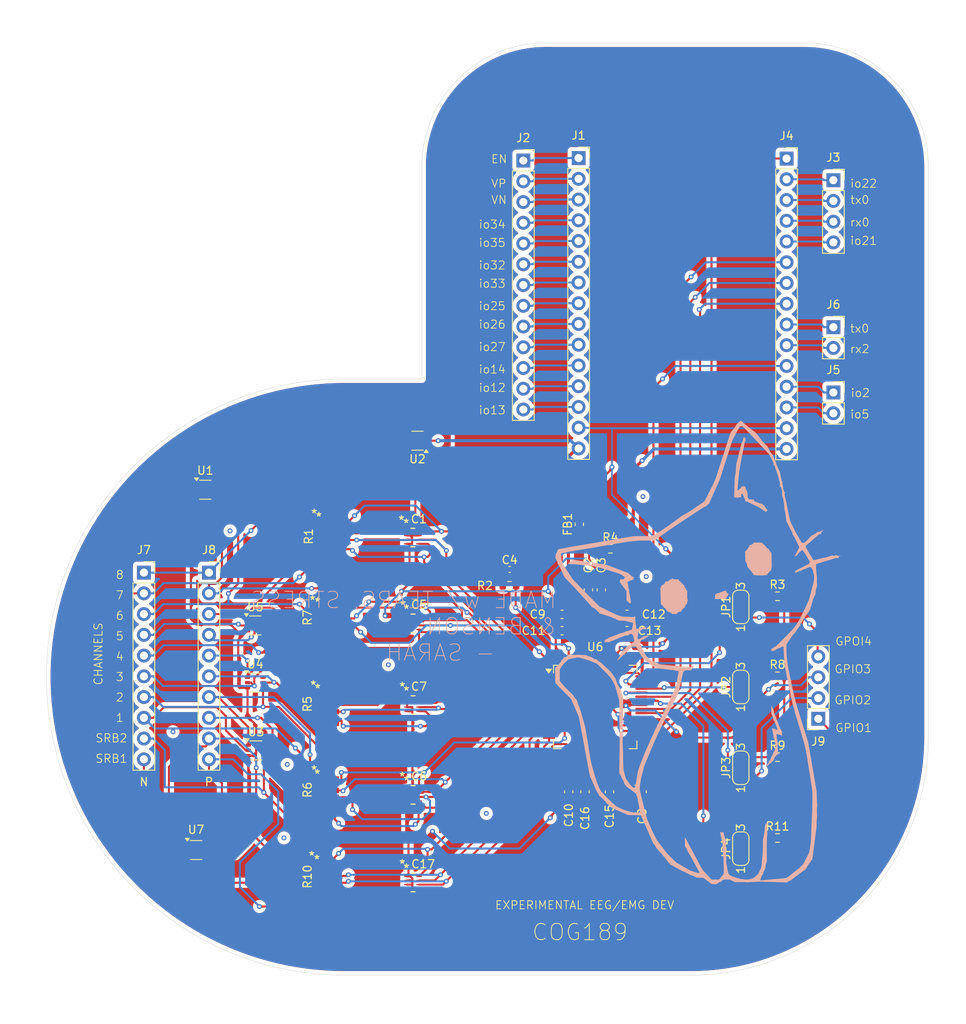
<source format=kicad_pcb>
(kicad_pcb (version 20240108) (generator "pcbnew") (generator_version "8.0")
  (layers (0 "F.Cu" signal) (31 "B.Cu" signal) (34 "B.Paste" user) (35 "F.Paste" user) (36 "B.SilkS" user "B.Silkscreen") (37 "F.SilkS" user "F.Silkscreen") (38 "B.Mask" user) (39 "F.Mask" user) (44 "Edge.Cuts" user))
  (net 0 "")
  (net 1 "in1p")
  (net 2 "BIAS_DRV")
  (net 3 "in2p")
  (net 4 "_SRB1")
  (net 5 "in3p")
  (net 6 "_SRB2")
  (net 7 "SRB2")
  (net 8 "8n")
  (net 9 "in4p")
  (net 10 "5n")
  (net 11 "in5p")
  (net 12 "3n")
  (net 13 "BIAS")
  (net 14 "in6p")
  (net 15 "6n")
  (net 16 "1n")
  (net 17 "in7p")
  (net 18 "4n")
  (net 19 "2n")
  (net 20 "in8p")
  (net 21 "en")
  (net 22 "vn")
  (net 23 "vp")
  (net 24 "io33")
  (net 25 "io32")
  (net 26 "io35")
  (net 27 "io34")
  (net 28 "io14")
  (net 29 "io12")
  (net 30 "io26")
  (net 31 "io13")
  (net 32 "io27")
  (net 33 "io25")
  (net 34 "io22")
  (net 35 "tx0")
  (net 36 "io2")
  (net 37 "rx2")
  (net 38 "MISO")
  (net 39 "rx0")
  (net 40 "DRDY")
  (net 41 "io21")
  (net 42 "MOSI")
  (net 43 "CS")
  (net 44 "tx2")
  (net 45 "io15")
  (net 46 "7n")
  (net 47 "4p")
  (net 48 "8p")
  (net 49 "6p")
  (net 50 "7p")
  (net 51 "5p")
  (net 52 "3p")
  (net 53 "1p")
  (net 54 "2p")
  (net 55 "SRB1")
  (net 56 "GND")
  (net 57 "+5V")
  (net 58 "CLK")
  (net 59 "BIAS_INV")
  (net 64 "Net-(U6-VCAP3)")
  (net 65 "Net-(U6-BIAS_IN)")
  (net 66 "Net-(U6-VCAP2)")
  (net 67 "Net-(U6-VREFP)")
  (net 68 "Net-(U6-VCAP1)")
  (net 69 "Net-(U6-VCAP4)")
  (net 77 "+3V3")
  (net 78 "gpio2ADS")
  (net 79 "SCLK")
  (net 80 "gpio4ADS")
  (net 81 "gpio3ADS")
  (net 82 "gpio1ADS")
  (net 83 "Net-(JP1-B)")
  (net 84 "Net-(JP2-B)")
  (net 85 "Net-(JP3-B)")
  (net 86 "Net-(JP4-B)")
  (net 87 "pin4")
  (net 88 "pin3")
  (net 89 "pin2")
  (net 90 "pin1")
  (net 91 "in1n")
  (net 92 "in2n")
  (net 93 "in3n")
  (net 94 "in4n")
  (net 95 "in5n")
  (net 96 "in7n")
  (net 97 "in8n")
  (net 98 "in6n")
  (net 99 "GNDA")
  (footprint "Connector_PinSocket_2.54mm:PinSocket_1x13_P2.54mm_Vertical" (layer "F.Cu") (at 142.9375 59.2625)
    (property "Reference" "J2")
    (property "Value" "ESP32_L")
  )
  (footprint "Package_QFP:TQFP-64_10x10mm_P0.5mm" (layer "F.Cu") (at 151.75 126.1625)
    (property "Reference" "U6")
    (property "Value" "ADS1299IPAG")
  )
  (footprint "Capacitor_SMD:C_0603_1608Metric" (layer "F.Cu") (at 155.6375 114.825 180)
    (property "Reference" "C12")
    (property "Value" ".1u")
  )
  (footprint "RF:BO_CAY16" (layer "F.Cu") (at 118.9252 147.2705)
    (property "Reference" "R10")
    (property "Value" "CAY16-1002F4LF")
  )
  (footprint "Inductor_SMD:L_0603_1608Metric" (layer "F.Cu") (at 149.8 103.8 90)
    (property "Reference" "FB1")
    (property "Value" "FerriteBead")
  )
  (footprint "RF:BO_CAY16" (layer "F.Cu") (at 119.0112 126.3312)
    (property "Reference" "R5")
    (property "Value" "CAY16-1002F4LF")
  )
  (footprint "Connector_PinSocket_2.54mm:PinSocket_1x04_P2.54mm_Vertical" (layer "F.Cu") (at 180.9375 61.6625)
    (property "Reference" "J3")
    (property "Value" "ESP32_R1")
  )
  (footprint "Resistor_SMD:R_0603_1608Metric" (layer "F.Cu") (at 174.0875 132.3125)
    (property "Reference" "R9")
    (property "Value" "10k")
  )
  (footprint "Connector_PinSocket_2.54mm:PinSocket_1x15_P2.54mm_Vertical" (layer "F.Cu") (at 149.712 58.9525)
    (property "Reference" "J1")
    (property "Value" "ESP32_Left")
  )
  (footprint "Jumper:SolderJumper-3_P1.3mm_Open_RoundedPad1.0x1.5mm_NumberLabels" (layer "F.Cu") (at 169.5875 113.9125 90)
    (property "Reference" "JP1")
    (property "Value" "SJ_3_Opn")
  )
  (footprint "Jumper:SolderJumper-3_P1.3mm_Open_RoundedPad1.0x1.5mm_NumberLabels" (layer "F.Cu") (at 169.5875 143.5125 90)
    (property "Reference" "JP4")
    (property "Value" "SJ_3_Opn")
  )
  (footprint "Capacitor_SMD:CKCL44_TDK" (layer "F.Cu") (at 129.4006 105.4245)
    (property "Reference" "C1")
    (property "Value" "CKCL44X7R1H102M085AA")
  )
  (footprint "Resistor_SMD:R_0603_1608Metric" (layer "F.Cu") (at 141.2375 111.325)
    (property "Reference" "R2")
    (property "Value" "1M")
  )
  (footprint "Connector_PinSocket_2.54mm:PinSocket_1x10_P2.54mm_Vertical" (layer "F.Cu") (at 96.4375 109.7125)
    (property "Reference" "J7")
    (property "Value" "N")
  )
  (footprint "Package_TO_SOT_SMD:SOT-363_SC-70-6" (layer "F.Cu") (at 129.9625 93.5625 180)
    (property "Reference" "U2")
    (property "Value" "~")
  )
  (footprint "Capacitor_SMD:C_0603_1608Metric" (layer "F.Cu") (at 147.6875 114.825 180)
    (property "Reference" "C9")
    (property "Value" "1u")
  )
  (footprint "Jumper:SolderJumper-3_P1.3mm_Open_RoundedPad1.0x1.5mm_NumberLabels" (layer "F.Cu") (at 169.5875 133.6125 90)
    (property "Reference" "JP3")
    (property "Value" "SJ_3_Opn")
  )
  (footprint "Package_TO_SOT_SMD:SOT-363_SC-70-6" (layer "F.Cu") (at 110.086 116.1825)
    (property "Reference" "U5")
    (property "Value" "~")
  )
  (footprint "Capacitor_SMD:CKCL44_TDK" (layer "F.Cu") (at 129.4274 125.9245)
    (property "Reference" "C7")
    (property "Value" "CKCL44X7R1H102M085AA")
  )
  (footprint "Package_TO_SOT_SMD:SOT-363_SC-70-6" (layer "F.Cu") (at 102.8375 143.6825)
    (property "Reference" "U7")
    (property "Value" "~")
  )
  (footprint "Capacitor_SMD:C_0603_1608Metric" (layer "F.Cu") (at 157.5 136.55 90)
    (property "Reference" "C8")
    (property "Value" "1u")
  )
  (footprint "Capacitor_SMD:C_0603_1608Metric" (layer "F.Cu") (at 150.5 136.55 90)
    (property "Reference" "C16")
    (property "Value" ".1u")
  )
  (footprint "Package_TO_SOT_SMD:SOT-363_SC-70-6" (layer "F.Cu") (at 103.9625 99.5625)
    (property "Reference" "U1")
    (property "Value" "~")
  )
  (footprint "Capacitor_SMD:C_0603_1608Metric" (layer "F.Cu") (at 148.5 136.55 90)
    (property "Reference" "C10")
    (property "Value" "10u")
  )
  (footprint "Capacitor_SMD:CKCL44_TDK" (layer "F.Cu") (at 129.4274 115.9245)
    (property "Reference" "C5")
    (property "Value" "CKCL44X7R1H102M085AA")
  )
  (footprint "RF:BO_CAY16" (layer "F.Cu") (at 118.9732 136.8072)
    (property "Reference" "R6")
    (property "Value" "CAY16-1002F4LF")
  )
  (footprint "Capacitor_SMD:C_0402_1005Metric" (layer "F.Cu") (at 141.2625 109.325)
    (property "Reference" "C4")
    (property "Value" "1n")
  )
  (footprint "Capacitor_SMD:C_0603_1608Metric" (layer "F.Cu") (at 155.6375 116.825 180)
    (property "Reference" "C13")
    (property "Value" "1u")
  )
  (footprint "RF:BO_CAY16" (layer "F.Cu") (at 119.1628 105.3072)
    (property "Reference" "R1")
    (property "Value" "CAY16-1002F4LF")
  )
  (footprint "Connector_PinSocket_2.54mm:PinSocket_1x15_P2.54mm_Vertical" (layer "F.Cu") (at 175.2 59.0125)
    (property "Reference" "J4")
    (property "Value" "ESP32_Right")
  )
  (footprint "Capacitor_SMD:CKCL44_TDK" (layer "F.Cu") (at 129.4274 147.6625)
    (property "Reference" "C17")
    (property "Value" "CKCL44X7R1H102M085AA")
  )
  (footprint "Resistor_SMD:R_0603_1608Metric" (layer "F.Cu") (at 174.0875 142.2125)
    (property "Reference" "R11")
    (property "Value" "10k")
  )
  (footprint "Capacitor_SMD:C_0603_1608Metric" (layer "F.Cu") (at 147.6875 116.825 180)
    (property "Reference" "C11")
    (property "Value" ".1u")
  )
  (footprint "Resistor_SMD:R_0603_1608Metric" (layer "F.Cu") (at 174.0875 122.4125)
    (property "Reference" "R8")
    (property "Value" "10k")
  )
  (footprint "Capacitor_SMD:C_0603_1608Metric" (layer "F.Cu") (at 152.5 111.825 -90)
    (property "Reference" "C3")
    (property "Value" ".1u")
  )
  (footprint "Connector_PinSocket_2.54mm:PinSocket_1x04_P2.54mm_Vertical" (layer "F.Cu") (at 179.0875 127.6125 180)
    (property "Reference" "J9")
    (property "Value" "gpioADS")
  )
  (footprint "Connector_PinSocket_2.54mm:PinSocket_1x02_P2.54mm_Vertical" (layer "F.Cu") (at 180.9375 87.6625)
    (property "Reference" "J5")
    (property "Value" "ESP32_R3")
  )
  (footprint "Capacitor_SMD:C_0603_1608Metric" (layer "F.Cu") (at 150.9125 111.825 -90)
    (property "Reference" "C2")
    (property "Value" "1u")
  )
  (footprint "Resistor_SMD:R_0603_1608Metric" (layer "F.Cu") (at 153.6 106.8 180)
    (property "Reference" "R4")
    (property "Value" "10k")
  )
  (footprint "Connector_PinSocket_2.54mm:PinSocket_1x10_P2.54mm_Vertical" (layer "F.Cu") (at 104.4125 109.7125)
    (property "Reference" "J8")
    (property "Value" "P")
  )
  (footprint "Jumper:SolderJumper-3_P1.3mm_Open_RoundedPad1.0x1.5mm_NumberLabels" (layer "F.Cu") (at 169.5875 123.7125 90)
    (property "Reference" "JP2")
    (property "Value" "SJ_3_Opn")
  )
  (footprint "Connector_PinSocket_2.54mm:PinSocket_1x02_P2.54mm_Vertical" (layer "F.Cu") (at 180.9375 79.6625)
    (property "Reference" "J6")
    (property "Value" "ESP32_R2")
  )
  (footprint "Capacitor_SMD:CAPC_2012X145N Metric" (layer "F.Cu") (at 155.5 136.55 -90)
    (property "Reference" "C14")
    (property "Value" "100u")
  )
  (footprint "Capacitor_SMD:CKCL44_TDK" (layer "F.Cu") (at 129.4274 136.9245)
    (property "Reference" "C6")
    (property "Value" "CKCL44X7R1H102M085AA")
  )
  (footprint "Resistor_SMD:R_0603_1608Metric" (layer "F.Cu") (at 174.0875 112.6125)
    (property "Reference" "R3")
    (property "Value" "10k")
  )
  (footprint "RF:BO_CAY16" (layer "F.Cu") (at 119.0112 115.7465)
    (property "Reference" "R7")
    (property "Value" "CAY16-1002F4LF")
  )
  (footprint "Package_TO_SOT_SMD:SOT-363_SC-70-6" (layer "F.Cu") (at 110.186 131.4825)
    (property "Reference" "U3")
    (property "Value" "~")
  )
  (footprint "Capacitor_SMD:C_0603_1608Metric" (layer "F.Cu") (at 153.5 136.55 90)
    (property "Reference" "C15")
    (property "Value" "1u")
  )
  (footprint "Package_TO_SOT_SMD:SOT-363_SC-70-6" (layer "F.Cu") (at 110.086 123.1825)
    (property "Reference" "U4")
    (property "Value" "~")
  )
  (gr_line (start 153.8 100.2) (end 160.4 106.8) (stroke (width 0.2)) (layer "B.Cu") (net 56))
  (gr_line (start 153.8 92) (end 153.8 100.2) (stroke (width 0.2)) (layer "B.Cu") (net 56))
  (gr_poly (pts (xy 174.83052 99.63488) (xy 174.963974 99.965607) (xy 174.83052 100.296348) (xy 174.697067 100.627075) (xy 174.697067 99.304153)) (stroke (width -0.000001)) (fill solid) (layer "B.SilkS"))
  (gr_poly (pts (xy 178.806411 109.821258) (xy 178.927414 110.284271) (xy 178.806411 110.747314) (xy 178.685394 111.210327) (xy 178.685394 109.358246)) (stroke (width -0.000001)) (fill solid) (layer "B.SilkS"))
  (gr_poly (pts (xy 167.70153 144.547653) (xy 167.787933 146.399734) (xy 168.340454 146.862747) (xy 168.892975 147.325775) (xy 168.665222 147.317779) (xy 168.665313 147.317673) (xy 168.437561 147.309677) (xy 167.97454 147.039993) (xy 167.51152 146.770309) (xy 167.563324 144.732941) (xy 167.615127 142.695572)) (stroke (width -0.000001)) (fill solid) (layer "B.SilkS"))
  (gr_poly (pts (xy 172.009437 106.299286) (xy 172.406311 106.345581) (xy 172.869331 106.889084) (xy 173.332351 107.432571) (xy 173.332351 109.188217) (xy 172.91658 109.604004) (xy 172.500808 110.019775) (xy 172.00943 110.019867) (xy 171.518059 110.019867) (xy 171.080131 109.58194) (xy 170.642189 109.143997) (xy 170.387817 108.474945) (xy 170.133445 107.805893) (xy 170.442077 107.060791) (xy 170.750709 106.315689) (xy 171.181633 106.284286) (xy 171.612556 106.252991)) (stroke (width -0.000001)) (fill solid) (layer "B.SilkS"))
  (gr_poly (pts (xy 169.880729 91.492416) (xy 170.372658 91.755684) (xy 171.740326 93.280891) (xy 173.108009 94.806099) (xy 173.384826 95.335258) (xy 173.661636 95.864426) (xy 173.409866 95.599846) (xy 173.158096 95.335258) (xy 172.145775 94.067261) (xy 171.133453 92.799263) (xy 170.347336 92.239494) (xy 169.561203 91.679726) (xy 169.085205 92.310776) (xy 168.609207 92.941826) (xy 167.899246 95.196884) (xy 167.189277 97.451935) (xy 166.418579 99.324646) (xy 165.64788 101.197365) (xy 162.3442 103.378883) (xy 159.040519 105.560409) (xy 156.002083 105.820755) (xy 151.901031 106.493881) (xy 147.799988 107.167023) (xy 147.572998 107.378357) (xy 147.346 107.589691) (xy 147.639511 108.473953) (xy 147.933014 109.3582) (xy 149.586296 111.259415) (xy 151.239586 113.160629) (xy 151.982475 113.738037) (xy 152.725364 114.315445) (xy 154.035835 114.813385) (xy 155.346298 115.311325) (xy 156.663543 115.311325) (xy 156.685547 115.906631) (xy 156.707649 116.501938) (xy 156.799949 117.031113) (xy 156.89225 117.560272) (xy 157.022239 118.089447) (xy 157.152229 118.618622) (xy 157.172432 118.807846) (xy 157.192733 118.99707) (xy 158.800338 120.828033) (xy 160.126228 121.112381) (xy 161.452118 121.396728) (xy 162.431274 121.427429) (xy 163.410446 121.45813) (xy 162.954895 121.577682) (xy 162.499351 121.697235) (xy 162.22876 122.671448) (xy 161.958183 123.645676) (xy 161.957184 123.852035) (xy 161.956184 124.05838) (xy 160.126503 127.820785) (xy 158.296829 131.583176) (xy 157.745247 133.22847) (xy 157.19368 134.873764) (xy 157.19368 137.204178) (xy 158.553604 141.370163) (xy 159.10498 142.297485) (xy 159.656357 143.224823) (xy 160.740127 144.371139) (xy 161.82389 145.517456) (xy 162.805542 146.024795) (xy 163.787185 146.53212) (xy 164.602012 146.53212) (xy 164.602012 146.352127) (xy 163.813064 144.920792) (xy 163.024101 143.489456) (xy 163.024101 142.960281) (xy 163.773063 144.318481) (xy 164.522026 145.676666) (xy 165.097099 146.484283) (xy 165.672172 147.291901) (xy 166.393875 147.40155) (xy 167.115577 147.511215) (xy 166.419441 147.550995) (xy 165.724228 147.590591) (xy 165.394851 147.193726) (xy 165.065483 146.796844) (xy 163.789757 146.796844) (xy 162.541786 146.158249) (xy 161.293808 145.519653) (xy 160.328537 144.504608) (xy 159.363258 143.489563) (xy 158.552261 141.862594) (xy 157.741249 140.235626) (xy 157.29805 138.471237) (xy 156.854851 136.706833) (xy 156.252487 136.312149) (xy 155.650139 135.91748) (xy 155.230827 134.869522) (xy 154.811516 133.821564) (xy 154.863418 129.395142) (xy 154.915321 124.968735) (xy 155.061813 129.778992) (xy 155.208313 134.589249) (xy 155.75357 135.318542) (xy 156.298843 136.047851) (xy 156.5755 136.140045) (xy 156.852157 136.232239) (xy 157.003059 134.966064) (xy 157.153946 133.699905) (xy 158.114433 131.450943) (xy 159.074936 129.20198) (xy 160.223396 126.953018) (xy 161.371856 124.704056) (xy 161.678177 123.563034) (xy 161.984489 122.421997) (xy 162.122169 122.063202) (xy 162.259849 121.704422) (xy 160.809601 121.523239) (xy 159.359359 121.342041) (xy 158.553451 120.851944) (xy 157.747543 120.361832) (xy 157.304176 119.490234) (xy 156.860809 118.618637) (xy 156.653808 118.388443) (xy 155.546722 119.429581) (xy 154.439644 120.470718) (xy 154.806572 119.941543) (xy 155.173515 119.412384) (xy 155.903106 118.750931) (xy 156.63269 118.089477) (xy 156.481407 116.832703) (xy 156.330124 115.575928) (xy 155.436653 115.575928) (xy 154.063843 115.168243) (xy 152.691032 114.760559) (xy 150.973961 113.154312) (xy 149.256889 111.548065) (xy 148.31504 110.265015) (xy 147.373192 108.981949) (xy 147.070808 107.118606) (xy 147.435402 106.989014) (xy 147.79998 106.859405) (xy 150.974983 106.29863) (xy 154.149986 105.737854) (xy 156.571434 105.496948) (xy 158.992881 105.256058) (xy 162.166168 103.122558) (xy 165.339454 100.989082) (xy 166.130096 99.220512) (xy 166.920738 97.451942) (xy 167.503837 95.467575) (xy 168.086937 93.483192) (xy 168.737877 92.356171) (xy 169.388809 91.229149)) (stroke (width -0.000001)) (fill solid) (layer "B.SilkS"))
  (gr_poly (pts (xy 174.571396 98.593147) (xy 174.710373 98.940407) (xy 174.550522 99.100265) (xy 174.550476 99.100265) (xy 174.390625 99.260116) (xy 174.411529 98.752998) (xy 174.432434 98.24588)) (stroke (width -0.000001)) (fill solid) (layer "B.SilkS"))
  (gr_poly (pts (xy 152.78038 108.828735) (xy 154.29924 109.22435) (xy 155.398727 109.785263) (xy 156.49823 110.346176) (xy 155.853691 110.703171) (xy 155.209152 111.060181) (xy 155.485801 111.069183) (xy 155.762451 111.078186) (xy 155.893051 113.01709) (xy 156.029739 113.238266) (xy 156.166443 113.459442) (xy 156.061798 113.459427) (xy 155.957985 113.459427) (xy 155.781593 113.283035) (xy 155.605201 113.106659) (xy 155.605201 111.973068) (xy 155.216743 111.459473) (xy 154.828285 110.945877) (xy 154.820282 110.747436) (xy 154.812278 110.549011) (xy 155.275299 110.541016) (xy 155.738319 110.53302) (xy 155.20916 110.132904) (xy 154.679992 109.732788) (xy 153.275001 109.324173) (xy 151.87001 108.915542) (xy 148.329986 108.502731) (xy 149.795746 108.467926) (xy 151.261512 108.433121)) (stroke (width -0.000001)) (fill solid) (layer "B.SilkS"))
  (gr_poly (pts (xy 169.80458 94.232727) (xy 169.980957 94.409119) (xy 169.80458 94.58551) (xy 169.628189 94.761902) (xy 169.628189 94.056351)) (stroke (width -0.000001)) (fill solid) (layer "B.SilkS"))
  (gr_poly (pts (xy 172.783592 106.688644) (xy 173.093384 107.06192) (xy 173.248451 108.017548) (xy 173.403534 108.97319) (xy 172.930061 109.496368) (xy 172.456588 110.019546) (xy 171.518074 110.019546) (xy 171.143738 109.645203) (xy 170.769401 109.270859) (xy 170.43193 108.456146) (xy 170.094459 107.641418) (xy 170.528892 106.978393) (xy 170.96331 106.315369) (xy 172.473816 106.315369)) (stroke (width -0.000001)) (fill solid) (layer "B.SilkS"))
  (gr_poly (pts (xy 170.028328 93.746994) (xy 169.859344 94.275223) (xy 169.468483 96.889252) (xy 169.077621 99.503273) (xy 169.256843 99.668312) (xy 169.43605 99.833351) (xy 169.554168 99.502624) (xy 169.672287 99.171898) (xy 170.11531 99.171898) (xy 170.279762 99.920639) (xy 170.444214 100.669372) (xy 172.299499 101.397339) (xy 172.583748 101.739838) (xy 172.867988 102.082329) (xy 172.637169 102.05146) (xy 172.406326 102.02066) (xy 171.284248 101.456177) (xy 170.16217 100.891693) (xy 170.001198 100.402031) (xy 169.840225 99.912384) (xy 169.549003 100.20359) (xy 169.257782 100.494812) (xy 168.83445 100.494812) (xy 168.83445 98.16011) (xy 169.21878 96.151382) (xy 169.603111 94.142639) (xy 169.900222 93.68071) (xy 170.197319 93.218773)) (stroke (width -0.000001)) (fill solid) (layer "B.SilkS"))
  (gr_poly (pts (xy 174.126114 119.015549) (xy 173.861526 119.015549) (xy 173.861526 118.750961) (xy 174.126114 118.750961)) (stroke (width -0.000001)) (fill solid) (layer "B.SilkS"))
  (gr_poly (pts (xy 169.839271 91.47541) (xy 170.28965 91.721588) (xy 171.347976 92.856666) (xy 172.406303 93.991745) (xy 171.155441 92.877602) (xy 169.904579 91.763473) (xy 169.406753 91.763473) (xy 168.884742 92.623375) (xy 168.362724 93.483269) (xy 167.664032 95.798378) (xy 166.965332 98.11348) (xy 166.81324 98.113487) (xy 166.661148 98.113487) (xy 166.800491 97.750366) (xy 166.939834 97.387237) (xy 168.087021 93.483276) (xy 168.737961 92.356254) (xy 169.388893 91.229233)) (stroke (width -0.000001)) (fill solid) (layer "B.SilkS"))
  (gr_poly (pts (xy 174.131134 129.195755) (xy 173.796737 129.598678) (xy 173.596939 129.598678) (xy 173.596939 129.126129) (xy 174.031234 128.959473) (xy 174.465545 128.792816)) (stroke (width -0.000001)) (fill solid) (layer "B.SilkS"))
  (gr_poly (pts (xy 178.540207 111.822174) (xy 178.679184 112.169449) (xy 178.519333 112.3293) (xy 178.519287 112.3293) (xy 178.359436 112.489151) (xy 178.38034 111.98204) (xy 178.401245 111.474914)) (stroke (width -0.000001)) (fill solid) (layer "B.SilkS"))
  (gr_poly (pts (xy 178.278579 133.638885) (xy 178.400558 134.106934) (xy 178.268783 134.432632) (xy 178.268402 134.432632) (xy 178.136627 134.758316) (xy 178.156616 133.170822)) (stroke (width -0.000001)) (fill solid) (layer "B.SilkS"))
  (gr_poly (pts (xy 174.037903 131.803863) (xy 174.214294 131.980255) (xy 173.508728 131.980255) (xy 173.861511 131.627472)) (stroke (width -0.000001)) (fill solid) (layer "B.SilkS"))
  (gr_poly (pts (xy 175.360824 102.699394) (xy 175.537201 102.875786) (xy 175.360824 103.052177) (xy 175.184433 103.228569) (xy 175.184433 102.523003)) (stroke (width -0.000001)) (fill solid) (layer "B.SilkS"))
  (gr_poly (pts (xy 169.078132 99.290893) (xy 169.099029 100.071411) (xy 169.416527 99.753914) (xy 169.734024 99.436417) (xy 170.157364 99.436417) (xy 170.157364 100.053772) (xy 169.985084 99.881492) (xy 169.812805 99.709221) (xy 169.477485 100.167801) (xy 169.477455 100.167793) (xy 169.142135 100.626381) (xy 168.962448 99.910454) (xy 168.78276 99.194527) (xy 168.919998 98.852447) (xy 169.057235 98.510361)) (stroke (width -0.000001)) (fill solid) (layer "B.SilkS"))
  (gr_poly (pts (xy 167.872108 112.141022) (xy 168.10041 112.354904) (xy 167.922638 112.642548) (xy 167.74488 112.930191) (xy 167.099037 112.930206) (xy 166.453193 112.930206) (xy 166.453193 112.383972) (xy 167.0485 112.155548) (xy 167.643806 111.927139)) (stroke (width -0.000001)) (fill solid) (layer "B.SilkS"))
  (gr_poly (pts (xy 175.100601 101.238876) (xy 175.239563 101.586143) (xy 175.079712 101.745994) (xy 175.079696 101.745994) (xy 174.91983 101.905846) (xy 174.940735 101.398727) (xy 174.961639 100.891617)) (stroke (width -0.000001)) (fill solid) (layer "B.SilkS"))
  (gr_poly (pts (xy 174.787552 147.58258) (xy 173.596939 147.565781) (xy 173.596939 147.565689) (xy 172.406311 147.548889) (xy 172.670898 147.459396) (xy 172.935478 147.369903) (xy 174.22792 147.244186) (xy 175.52037 147.118469)) (stroke (width -0.000001)) (fill solid) (layer "B.SilkS"))
  (gr_poly (pts (xy 157.986526 117.692703) (xy 157.589653 117.949188) (xy 157.060486 117.949188) (xy 157.457359 117.692703) (xy 157.85424 117.436218) (xy 158.383407 117.436218)) (stroke (width -0.000001)) (fill solid) (layer "B.SilkS"))
  (gr_poly (pts (xy 175.624252 122.91832) (xy 175.757705 123.249054) (xy 175.624252 123.579758) (xy 175.490799 123.910492) (xy 175.490799 122.587585)) (stroke (width -0.000001)) (fill solid) (layer "B.SilkS"))
  (gr_poly (pts (xy 169.808815 94.095207) (xy 169.947777 94.442474) (xy 169.787925 94.602325) (xy 169.78791 94.602325) (xy 169.628059 94.762176) (xy 169.648956 94.255058) (xy 169.669853 93.747948)) (stroke (width -0.000001)) (fill solid) (layer "B.SilkS"))
  (gr_poly (pts (xy 169.804588 94.233055) (xy 169.980964 94.409447) (xy 169.804588 94.585838) (xy 169.628196 94.76223) (xy 169.628196 94.056679)) (stroke (width -0.000001)) (fill solid) (layer "B.SilkS"))
  (gr_poly (pts (xy 175.103576 119.880615) (xy 175.225555 120.348679) (xy 175.09378 120.674362) (xy 175.093399 120.674362) (xy 174.961624 121.000061) (xy 174.971618 120.206314) (xy 174.981613 119.412567)) (stroke (width -0.000001)) (fill solid) (layer "B.SilkS"))
  (gr_poly (pts (xy 175.757721 123.248901) (xy 175.624267 123.579605) (xy 175.490814 123.910339) (xy 175.490814 122.587433)) (stroke (width -0.000001)) (fill solid) (layer "B.SilkS"))
  (gr_poly (pts (xy 173.697723 132.521988) (xy 173.220894 132.978699) (xy 172.744056 133.435425) (xy 173.094337 132.852157) (xy 173.44461 132.268875)) (stroke (width -0.000001)) (fill solid) (layer "B.SilkS"))
  (gr_poly (pts (xy 167.690246 112.226898) (xy 167.829086 112.365738) (xy 167.654686 112.647934) (xy 167.480285 112.93013) (xy 166.749 112.93013) (xy 166.597252 112.684585) (xy 166.445503 112.439056) (xy 166.998451 112.26355) (xy 167.551399 112.088043)) (stroke (width -0.000001)) (fill solid) (layer "B.SilkS"))
  (gr_poly (pts (xy 152.363456 108.836471) (xy 153.487198 108.967224) (xy 155.0093 109.643616) (xy 156.531387 110.320023) (xy 155.954414 110.632797) (xy 155.377434 110.945587) (xy 155.904731 111.886841) (xy 155.791015 112.474548) (xy 155.677345 113.062256) (xy 155.641342 112.421631) (xy 155.605339 111.781006) (xy 155.172447 111.302673) (xy 154.739555 110.824341) (xy 155.172447 110.658234) (xy 155.605339 110.492111) (xy 155.605339 110.091446) (xy 154.480858 109.665268) (xy 153.356376 109.23909) (xy 152.29805 108.972397) (xy 151.239723 108.705704)) (stroke (width -0.000001)) (fill solid) (layer "B.SilkS"))
  (gr_poly (pts (xy 153.224037 118.221634) (xy 152.959449 118.221634) (xy 152.959449 117.957046) (xy 153.224037 117.957046)) (stroke (width -0.000001)) (fill solid) (layer "B.SilkS"))
  (gr_poly (pts (xy 174.344772 128.787231) (xy 174.615219 129.563034) (xy 174.106079 129.52475) (xy 173.596939 129.486343) (xy 173.596939 129.069778) (xy 174.161758 129.069778) (xy 173.993805 128.540604) (xy 173.825851 128.011444) (xy 174.074325 128.011444)) (stroke (width -0.000001)) (fill solid) (layer "B.SilkS"))
  (gr_poly (pts (xy 170.623459 147.409164) (xy 171.083397 147.529571) (xy 170.025055 147.524567) (xy 170.025062 147.523895) (xy 168.966736 147.51889) (xy 169.565132 147.403824) (xy 170.163521 147.288757)) (stroke (width -0.000001)) (fill solid) (layer "B.SilkS"))
  (gr_poly (pts (xy 169.539993 95.291069) (xy 169.716385 95.467461) (xy 169.539993 95.643852) (xy 169.363601 95.820229) (xy 169.363601 95.114677)) (stroke (width -0.000001)) (fill solid) (layer "B.SilkS"))
  (gr_poly (pts (xy 161.919479 110.837952) (xy 162.6166 111.227768) (xy 162.857292 112.193222) (xy 163.097984 113.158691) (xy 162.652755 113.838196) (xy 162.207535 114.5177) (xy 161.434883 114.517715) (xy 160.662231 114.517715) (xy 160.250351 113.929672) (xy 159.83847 113.341629) (xy 159.83847 111.354904) (xy 160.530418 110.90152) (xy 161.222366 110.448135)) (stroke (width -0.000001)) (fill solid) (layer "B.SilkS"))
  (gr_poly (pts (xy 154.727684 124.25766) (xy 154.866646 124.604935) (xy 154.706794 124.764786) (xy 154.706779 124.764786) (xy 154.546928 124.924637) (xy 154.567825 124.417511) (xy 154.588722 123.910385)) (stroke (width -0.000001)) (fill solid) (layer "B.SilkS"))
  (gr_poly (pts (xy 153.025573 121.363113) (xy 153.488594 121.726242) (xy 153.488594 121.926041) (xy 153.388702 121.926025) (xy 153.288803 121.926025) (xy 152.925682 121.463013) (xy 152.562553 121)) (stroke (width -0.000001)) (fill solid) (layer "B.SilkS"))
  (gr_poly (pts (xy 151.023529 132.724335) (xy 151.162498 133.071594) (xy 151.00264 133.23146) (xy 151.002624 133.23146) (xy 150.842773 133.391312) (xy 150.86367 132.884186) (xy 150.884567 132.37706)) (stroke (width -0.000001)) (fill solid) (layer "B.SilkS"))
  (gr_poly (pts (xy 166.178032 99.840195) (xy 166.188629 100.112045) (xy 165.78144 100.693405) (xy 165.374237 101.274757) (xy 162.199325 103.396995) (xy 159.024406 105.519256) (xy 157.513282 105.66214) (xy 156.002189 105.805023) (xy 151.702713 106.514145) (xy 147.403236 107.223251) (xy 147.403236 107.919723) (xy 147.761719 108.77771) (xy 148.120208 109.635696) (xy 151.428146 113.469589) (xy 152.597557 114.154907) (xy 153.766967 114.840225) (xy 155.016868 115.18428) (xy 156.266777 115.528335) (xy 155.73761 115.535339) (xy 155.737571 115.535995) (xy 155.208412 115.542999) (xy 153.88549 115.114944) (xy 152.562568 114.686905) (xy 150.402885 112.520233) (xy 148.243194 110.353561) (xy 147.690902 109.270965) (xy 147.138603 108.188385) (xy 147.138603 107.092377) (xy 147.46933 106.975754) (xy 147.800056 106.859146) (xy 150.975059 106.30661) (xy 154.150062 105.754074) (xy 156.570503 105.514831) (xy 158.990936 105.275604) (xy 162.198944 103.121887) (xy 165.406967 100.968185) (xy 165.787201 100.268265) (xy 166.167434 99.568336)) (stroke (width -0.000001)) (fill solid) (layer "B.SilkS"))
  (gr_poly (pts (xy 178.678405 136.21315) (xy 178.895447 137.668365) (xy 178.75264 139.785034) (xy 178.609817 141.901688) (xy 178.448913 143.329025) (xy 178.288009 144.756363) (xy 177.331085 145.816864) (xy 176.37416 146.87738) (xy 174.671371 147.59024) (xy 173.538391 147.552948) (xy 173.539291 147.552994) (xy 172.406311 147.515701) (xy 175.052154 147.189346) (xy 176.902435 146.106399) (xy 177.481277 145.247452) (xy 178.060119 144.388519) (xy 178.455353 141.372528) (xy 178.458359 138.065231) (xy 178.461364 134.757934)) (stroke (width -0.000001)) (fill solid) (layer "B.SilkS"))
  (gr_poly (pts (xy 173.693954 132.518265) (xy 173.365188 132.844559) (xy 173.036415 133.170883) (xy 173.217064 132.696457) (xy 173.39772 132.222031)) (stroke (width -0.000001)) (fill solid) (layer "B.SilkS"))
  (gr_poly (pts (xy 153.224029 118.221802) (xy 152.959442 118.221802) (xy 152.959442 117.957214) (xy 153.224029 117.957214)) (stroke (width -0.000001)) (fill solid) (layer "B.SilkS"))
  (gr_poly (pts (xy 175.44902 103.140602) (xy 175.184433 103.140602) (xy 175.184433 102.876015) (xy 175.44902 102.876015)) (stroke (width -0.000001)) (fill solid) (layer "B.SilkS"))
  (gr_poly (pts (xy 150.100952 119.894058) (xy 150.445884 120.032242) (xy 149.621666 120.053146) (xy 148.797455 120.074051) (xy 148.120628 120.606445) (xy 147.443809 121.13884) (xy 147.268272 121.938065) (xy 147.092735 122.737289) (xy 148.030243 123.775009) (xy 148.967766 124.812729) (xy 149.499069 125.854172) (xy 150.03038 126.895615) (xy 150.463028 129.239517) (xy 150.895691 131.58342) (xy 151.400894 133.694199) (xy 151.906105 135.804962) (xy 152.646522 136.719788) (xy 153.38694 137.634598) (xy 154.0774 138.150101) (xy 154.767853 138.665604) (xy 156.046463 139.009262) (xy 157.325065 139.35292) (xy 156.649414 139.370819) (xy 156.649414 139.370727) (xy 155.973755 139.388626) (xy 154.591491 138.699814) (xy 153.209221 138.011001) (xy 152.563354 137.164215) (xy 151.917488 136.317428) (xy 151.52079 135.368011) (xy 151.124099 134.418594) (xy 150.584511 131.413498) (xy 150.044922 128.408401) (xy 149.642929 127.020096) (xy 149.240936 125.63179) (xy 148.05748 124.299286) (xy 146.874031 122.966782) (xy 146.875007 122.380295) (xy 146.875984 121.793808) (xy 147.39154 120.948273) (xy 147.907089 120.102737) (xy 148.831558 119.929306) (xy 149.756019 119.755875)) (stroke (width -0.000001)) (fill solid) (layer "B.SilkS"))
  (gr_poly (pts (xy 155.51709 138.947571) (xy 155.693481 139.123962) (xy 154.987915 139.123962) (xy 155.164306 138.947571) (xy 155.340698 138.771179)) (stroke (width -0.000001)) (fill solid) (layer "B.SilkS"))
  (gr_poly (pts (xy 174.126114 97.055283) (xy 173.861526 97.055283) (xy 173.861526 96.790687) (xy 174.126114 96.790687)) (stroke (width -0.000001)) (fill solid) (layer "B.SilkS"))
  (gr_poly (pts (xy 169.538841 95.137047) (xy 169.672302 95.467773) (xy 169.538841 95.798515) (xy 169.405388 96.129242) (xy 169.405388 94.80632)) (stroke (width -0.000001)) (fill solid) (layer "B.SilkS"))
  (gr_poly (pts (xy 174.831665 99.789299) (xy 175.008056 99.965691) (xy 174.831665 100.142082) (xy 174.655273 100.318474) (xy 174.655273 99.612923)) (stroke (width -0.000001)) (fill solid) (layer "B.SilkS"))
  (gr_poly (pts (xy 166.709655 98.77494) (xy 166.453178 99.171814) (xy 166.196701 99.568695) (xy 166.196701 99.039528) (xy 166.453178 98.642654) (xy 166.709655 98.245773)) (stroke (width -0.000001)) (fill solid) (layer "B.SilkS"))
  (gr_poly (pts (xy 175.100601 101.238686) (xy 175.239563 101.585953) (xy 175.079712 101.745804) (xy 175.079696 101.745804) (xy 174.91983 101.905655) (xy 174.940735 101.398537) (xy 174.961639 100.891426)) (stroke (width -0.000001)) (fill solid) (layer "B.SilkS"))
  (gr_poly (pts (xy 177.565567 109.226059) (xy 177.300979 109.226059) (xy 177.300979 108.961471) (xy 177.565567 108.961471)) (stroke (width -0.000001)) (fill solid) (layer "B.SilkS"))
  (gr_poly (pts (xy 175.801803 103.669533) (xy 175.625412 103.845932) (xy 175.44902 104.022324) (xy 175.44902 103.316749)) (stroke (width -0.000001)) (fill solid) (layer "B.SilkS"))
  (gr_poly (pts (xy 176.779831 116.090393) (xy 176.504516 116.604828) (xy 176.213913 116.784439) (xy 175.923309 116.964035) (xy 176.378052 116.269989) (xy 176.832794 115.575958) (xy 177.055145 115.575958)) (stroke (width -0.000001)) (fill solid) (layer "B.SilkS"))
  (gr_poly (pts (xy 157.061111 118.354172) (xy 157.435318 119.412506) (xy 158.368515 120.2724) (xy 159.301712 121.132294) (xy 159.069 121.132294) (xy 159.068947 121.132278) (xy 158.836227 121.132278) (xy 158.014496 120.36467) (xy 157.192764 119.597061) (xy 157.188766 119.372482) (xy 157.184768 119.147903) (xy 156.935775 118.754089) (xy 156.686783 118.360275) (xy 155.70742 119.283264) (xy 154.72805 120.206238) (xy 155.142463 119.586685) (xy 155.556862 118.967117) (xy 156.110283 118.579483) (xy 156.663696 118.191864) (xy 156.675293 117.743851) (xy 156.686889 117.295837)) (stroke (width -0.000001)) (fill solid) (layer "B.SilkS"))
  (gr_poly (pts (xy 178.541824 135.485931) (xy 178.662826 135.948944) (xy 178.541824 136.411987) (xy 178.420822 136.875) (xy 178.420822 135.022903)) (stroke (width -0.000001)) (fill solid) (layer "B.SilkS"))
  (gr_poly (pts (xy 174.037903 131.803818) (xy 174.214294 131.980209) (xy 173.508728 131.980209) (xy 173.861511 131.627426)) (stroke (width -0.000001)) (fill solid) (layer "B.SilkS"))
  (gr_poly (pts (xy 170.157364 93.6157) (xy 169.892776 93.6157) (xy 169.892776 93.351112) (xy 170.157364 93.351112)) (stroke (width -0.000001)) (fill solid) (layer "B.SilkS"))
  (gr_poly (pts (xy 173.77333 127.305954) (xy 173.949707 127.482345) (xy 173.77333 127.658737) (xy 173.596939 127.835129) (xy 173.596939 127.129562)) (stroke (width -0.000001)) (fill solid) (layer "B.SilkS"))
  (gr_poly (pts (xy 172.538597 101.817695) (xy 172.274009 101.817695) (xy 172.274009 101.553101) (xy 172.538597 101.553101)) (stroke (width -0.000001)) (fill solid) (layer "B.SilkS"))
  (gr_poly (pts (xy 174.237945 128.540649) (xy 174.636474 129.202103) (xy 174.645477 129.428848) (xy 174.65448 129.655594) (xy 173.894928 129.36412) (xy 173.766433 129.679993) (xy 173.767212 129.679993) (xy 173.638717 129.99585) (xy 173.617813 129.384918) (xy 173.596908 128.774002) (xy 173.889831 128.955048) (xy 174.182754 129.136093) (xy 174.011078 128.507645) (xy 173.839401 127.879196)) (stroke (width -0.000001)) (fill solid) (layer "B.SilkS"))
  (gr_poly (pts (xy 169.281288 96.592209) (xy 169.40229 97.055229) (xy 169.281288 97.518249) (xy 169.160278 97.98127) (xy 169.160278 96.129188)) (stroke (width -0.000001)) (fill solid) (layer "B.SilkS"))
  (gr_poly (pts (xy 167.704353 143.693924) (xy 167.808487 144.692016) (xy 167.702217 145.546005) (xy 167.702484 145.546005) (xy 167.596214 146.400009) (xy 167.598213 144.547913) (xy 167.600212 142.695831)) (stroke (width -0.000001)) (fill solid) (layer "B.SilkS"))
  (gr_poly (pts (xy 152.461418 120.936462) (xy 153.592018 121.798798) (xy 154.22921 123.036972) (xy 154.866401 124.275162) (xy 154.751449 124.619995) (xy 154.751434 124.619903) (xy 154.636497 124.964737) (xy 154.441841 124.189163) (xy 154.247184 123.413574) (xy 153.692978 122.603699) (xy 153.138756 121.793808) (xy 152.586082 121.314072) (xy 152.033409 120.834335) (xy 151.239662 120.464523) (xy 150.445915 120.094726) (xy 151.330818 120.074127)) (stroke (width -0.000001)) (fill solid) (layer "B.SilkS"))
  (gr_poly (pts (xy 155.561851 110.747314) (xy 155.518448 110.945755) (xy 155.71997 111.662002) (xy 155.921501 112.37825) (xy 155.784279 112.720337) (xy 155.647049 113.062424) (xy 155.626152 112.353714) (xy 155.605255 111.645019) (xy 155.220978 111.260742) (xy 154.836708 110.876465) (xy 155.000496 110.712677) (xy 155.164283 110.548889) (xy 155.605255 110.548889)) (stroke (width -0.000001)) (fill solid) (layer "B.SilkS"))
  (gr_poly (pts (xy 175.368042 121.468048) (xy 175.490005 121.936111) (xy 175.35823 122.261795) (xy 175.357864 122.261795) (xy 175.226089 122.587494) (xy 175.246078 121)) (stroke (width -0.000001)) (fill solid) (layer "B.SilkS"))
  (gr_poly (pts (xy 173.513031 126.374374) (xy 173.651993 126.721634) (xy 173.492141 126.8815) (xy 173.492096 126.8815) (xy 173.332245 127.041351) (xy 173.353149 126.534225) (xy 173.374054 126.027099)) (stroke (width -0.000001)) (fill solid) (layer "B.SilkS"))
  (gr_poly (pts (xy 177.565689 109.22612) (xy 177.301101 109.22612) (xy 177.301101 108.961533) (xy 177.565689 108.961533)) (stroke (width -0.000001)) (fill solid) (layer "B.SilkS"))
  (gr_poly (pts (xy 175.095077 100.95787) (xy 175.228531 101.288597) (xy 175.095077 101.619339) (xy 174.961624 101.950065) (xy 174.961624 100.627144)) (stroke (width -0.000001)) (fill solid) (layer "B.SilkS"))
  (gr_poly (pts (xy 170.620361 100.741188) (xy 171.083389 101.006226) (xy 171.480262 101.275612) (xy 171.877144 101.544998) (xy 171.612549 101.516533) (xy 171.347969 101.488136) (xy 170.752662 101.193298) (xy 170.157341 100.898468) (xy 170.157341 100.476158)) (stroke (width -0.000001)) (fill solid) (layer "B.SilkS"))
  (gr_poly (pts (xy 163.100364 143.114777) (xy 163.186165 143.225021) (xy 164.028656 144.746368) (xy 164.871155 146.267731) (xy 164.741943 146.267731) (xy 164.741012 146.267715) (xy 164.611808 146.267715) (xy 163.815185 144.878647) (xy 163.018562 143.489593) (xy 163.016563 143.24707) (xy 163.014564 143.004532)) (stroke (width -0.000001)) (fill solid) (layer "B.SilkS"))
  (gr_poly (pts (xy 173.77333 96.084816) (xy 173.949707 96.261207) (xy 173.77333 96.437599) (xy 173.596939 96.613975) (xy 173.596939 95.908424)) (stroke (width -0.000001)) (fill solid) (layer "B.SilkS"))
  (gr_poly (pts (xy 154.282356 109.382858) (xy 154.943817 109.557587) (xy 155.671425 109.927734) (xy 156.399025 110.297882) (xy 156.399025 110.548889) (xy 156.200584 110.51297) (xy 156.002151 110.477066) (xy 154.811523 109.84259) (xy 153.620903 109.20813)) (stroke (width -0.000001)) (fill solid) (layer "B.SilkS"))
  (gr_poly (pts (xy 154.214264 122.637482) (xy 154.864288 124.607056) (xy 154.70562 124.765716) (xy 154.546959 124.924377) (xy 154.546959 124.209503) (xy 153.982681 123.043854) (xy 153.418403 121.878219) (xy 151.292564 120.338272) (xy 151.915054 120.338272)) (stroke (width -0.000001)) (fill solid) (layer "B.SilkS"))
  (gr_poly (pts (xy 177.036545 109.490631) (xy 176.771957 109.490631) (xy 176.771957 109.226044) (xy 177.036545 109.226044)) (stroke (width -0.000001)) (fill solid) (layer "B.SilkS"))
  (gr_poly (pts (xy 167.51152 147.32605) (xy 167.246933 147.32605) (xy 167.246933 147.061462) (xy 167.51152 147.061462)) (stroke (width -0.000001)) (fill solid) (layer "B.SilkS"))
  (gr_poly (pts (xy 155.472992 117.26561) (xy 154.679245 117.627045) (xy 153.356323 117.951599) (xy 154.15007 117.590164) (xy 154.943817 117.228729) (xy 155.605278 117.066452) (xy 156.266739 116.904175)) (stroke (width -0.000001)) (fill solid) (layer "B.SilkS"))
  (gr_poly (pts (xy 173.773224 127.305923) (xy 173.9496 127.482315) (xy 173.773224 127.658707) (xy 173.773208 127.658707) (xy 173.596832 127.835098) (xy 173.596832 127.129532)) (stroke (width -0.000001)) (fill solid) (layer "B.SilkS"))
  (gr_poly (pts (xy 169.028648 98.99865) (xy 169.133941 100.016029) (xy 169.610679 99.584579) (xy 170.087433 99.153137) (xy 170.248054 99.956261) (xy 170.408684 100.759392) (xy 171.21566 100.759392) (xy 171.21566 101.288559) (xy 172.209205 101.288559) (xy 172.538574 101.68544) (xy 172.86795 102.082313) (xy 172.769447 102.063515) (xy 172.769317 102.063515) (xy 172.670814 102.044716) (xy 171.427734 101.474632) (xy 170.184662 100.904541) (xy 170.017959 100.240394) (xy 169.851272 99.576248) (xy 169.591133 100.041092) (xy 169.330993 100.505943) (xy 169.082672 100.35247) (xy 168.83435 100.198997) (xy 168.878853 99.090126) (xy 168.923355 97.98127)) (stroke (width -0.000001)) (fill solid) (layer "B.SilkS"))
  (gr_poly (pts (xy 172.634796 94.387566) (xy 173.096687 94.762688) (xy 173.35614 95.247467) (xy 173.615585 95.732246) (xy 173.523697 95.732254) (xy 173.4319 95.732254) (xy 172.802398 94.872353) (xy 172.172897 94.012459)) (stroke (width -0.000001)) (fill solid) (layer "B.SilkS"))
  (gr_poly (pts (xy 178.551803 140.650131) (xy 178.658859 141.51477) (xy 178.549103 142.237625) (xy 178.548492 142.237625) (xy 178.43872 142.960495) (xy 178.441726 141.373001) (xy 178.444732 139.785507)) (stroke (width -0.000001)) (fill solid) (layer "B.SilkS"))
  (gr_poly (pts (xy 178.810486 109.956497) (xy 178.925552 110.554901) (xy 178.805145 111.014831) (xy 178.805816 111.014816) (xy 178.685409 111.474762) (xy 178.695419 109.358093)) (stroke (width -0.000001)) (fill solid) (layer "B.SilkS"))
  (gr_poly (pts (xy 156.721756 116.116791) (xy 156.839966 116.922195) (xy 156.619499 117.058441) (xy 156.399032 117.194702) (xy 156.399032 115.311386) (xy 156.603546 115.311386)) (stroke (width -0.000001)) (fill solid) (layer "B.SilkS"))
  (gr_poly (pts (xy 175.102615 119.677078) (xy 175.20523 120.470825) (xy 176.212036 125.497894) (xy 177.031555 128.142502) (xy 177.851089 130.787109) (xy 178.648086 135.287475) (xy 178.797134 137.404129) (xy 178.946182 139.520798) (xy 178.668426 141.95198) (xy 178.39067 144.383163) (xy 177.964035 145.208206) (xy 177.537384 146.033249) (xy 176.309555 146.811905) (xy 175.081726 147.590576) (xy 173.612167 147.555878) (xy 173.611282 147.555939) (xy 172.141731 147.52124) (xy 173.60347 147.332565) (xy 175.065216 147.14389) (xy 175.587845 146.859817) (xy 176.110473 146.575745) (xy 176.976562 145.67514) (xy 177.842651 144.774536) (xy 178.099518 143.206024) (xy 178.356369 141.637512) (xy 178.358368 138.890961) (xy 178.360367 136.144394) (xy 177.936401 133.477661) (xy 177.512436 130.810928) (xy 176.740982 128.304733) (xy 175.969528 125.798538) (xy 175.44516 123.225403) (xy 174.920807 120.652283) (xy 174.960403 119.767807) (xy 175 118.883331)) (stroke (width -0.000001)) (fill solid) (layer "B.SilkS"))
  (gr_poly (pts (xy 170.162758 93.268257) (xy 169.781616 95.227875) (xy 169.400474 97.187492) (xy 169.281563 98.450241) (xy 169.162651 99.712997) (xy 169.547874 99.393295) (xy 169.933082 99.073593) (xy 170.173454 99.453453) (xy 170.41381 99.833313) (xy 170.417808 100.246956) (xy 170.421806 100.660599) (xy 171.360588 101.028938) (xy 172.299354 101.397285) (xy 172.588905 101.746178) (xy 172.878463 102.09507) (xy 172.774612 102.190369) (xy 172.774742 102.19033) (xy 172.670898 102.285629) (xy 171.74485 101.670051) (xy 170.818809 101.054481) (xy 170.528511 101.039184) (xy 170.23822 101.023987) (xy 169.951111 100.428665) (xy 169.664001 99.833359) (xy 169.646103 100.164085) (xy 169.628204 100.494812) (xy 168.758835 100.494812) (xy 168.900253 98.431579) (xy 169.041672 96.368339) (xy 169.504112 94.720199) (xy 169.96656 93.07206)) (stroke (width -0.000001)) (fill solid) (layer "B.SilkS"))
  (gr_poly (pts (xy 175.978195 104.463623) (xy 175.713608 104.463623) (xy 175.713608 104.199036) (xy 175.978195 104.199036)) (stroke (width -0.000001)) (fill solid) (layer "B.SilkS"))
  (gr_poly (pts (xy 167.511528 147.325668) (xy 167.24694 147.325668) (xy 167.24694 147.061081) (xy 167.511528 147.061081)) (stroke (width -0.000001)) (fill solid) (layer "B.SilkS"))
  (gr_poly (pts (xy 147.824501 120.886688) (xy 147.138618 121.701813) (xy 147.138618 122.940933) (xy 148.179046 124.023819) (xy 149.219475 125.106705) (xy 149.730766 126.492813) (xy 150.242042 127.878906) (xy 150.89698 131.420471) (xy 150.794059 131.729202) (xy 150.691139 132.037979) (xy 150.342743 129.958435) (xy 149.994331 127.878891) (xy 149.51213 126.606842) (xy 149.02993 125.334808) (xy 147.95198 124.165375) (xy 146.874031 122.995941) (xy 146.874031 121.899506) (xy 147.648216 120.402405) (xy 148.0793 120.236984) (xy 148.510368 120.071579)) (stroke (width -0.000001)) (fill solid) (layer "B.SilkS"))
  (gr_poly (pts (xy 151.999298 108.695145) (xy 153.569977 109.004166) (xy 155.050689 109.662262) (xy 156.531402 110.320358) (xy 155.954429 110.633133) (xy 155.377449 110.945923) (xy 155.640617 111.415695) (xy 155.903785 111.885467) (xy 155.794121 112.606293) (xy 155.684547 113.327148) (xy 155.644951 112.658417) (xy 155.605354 111.989685) (xy 155.192077 111.399628) (xy 154.778785 110.809585) (xy 155.192077 110.650986) (xy 155.605354 110.492401) (xy 155.604362 110.322266) (xy 155.60337 110.15213) (xy 153.356392 109.244263) (xy 152.165771 108.977066) (xy 150.975143 108.709869) (xy 149.916816 108.663772) (xy 148.85849 108.617676) (xy 149.643547 108.501907) (xy 150.428619 108.386139)) (stroke (width -0.000001)) (fill solid) (layer "B.SilkS"))
  (gr_poly (pts (xy 174.086425 130.988022) (xy 174.126022 131.980209) (xy 173.596847 131.980209) (xy 173.596847 132.709167) (xy 173.174461 133.059814) (xy 172.75196 133.410461) (xy 173.286461 132.458816) (xy 173.820968 131.507187) (xy 173.933899 130.75151) (xy 174.046829 129.995834)) (stroke (width -0.000001)) (fill solid) (layer "B.SilkS"))
  (gr_poly (pts (xy 176.34201 125.927582) (xy 176.511047 126.772781) (xy 176.402099 126.881729) (xy 176.293152 126.990677) (xy 176.110504 126.159088) (xy 175.927856 125.327515) (xy 176.050415 125.204941) (xy 176.172973 125.082397)) (stroke (width -0.000001)) (fill solid) (layer "B.SilkS"))
  (gr_poly (pts (xy 169.069343 99.171623) (xy 169.234665 100.097671) (xy 169.447006 99.766945) (xy 169.659355 99.436218) (xy 170.157287 99.436218) (xy 170.157287 100.053573) (xy 169.985016 99.881294) (xy 169.812736 99.709022) (xy 169.514778 100.116562) (xy 169.216781 100.524109) (xy 169.025604 100.332939) (xy 168.834434 100.141762) (xy 168.90403 98.245582)) (stroke (width -0.000001)) (fill solid) (layer "B.SilkS"))
  (gr_poly (pts (xy 174.256515 129.0728) (xy 174.094879 129.33435) (xy 173.596939 129.33435) (xy 173.596939 129.126404) (xy 174.007553 128.968826) (xy 174.418167 128.811249)) (stroke (width -0.000001)) (fill solid) (layer "B.SilkS"))
  (gr_poly (pts (xy 148.177818 120.404037) (xy 147.761741 120.735413) (xy 147.45816 121.264572) (xy 147.154693 121.793747) (xy 147.14669 121.577911) (xy 147.138687 121.362076) (xy 147.395927 120.881424) (xy 147.65316 120.400787) (xy 148.593895 120.072662)) (stroke (width -0.000001)) (fill solid) (layer "B.SilkS"))
  (gr_poly (pts (xy 178.089752 132.349686) (xy 178.413635 134.066223) (xy 178.312286 134.370315) (xy 178.210922 134.674393) (xy 177.882568 132.759598) (xy 177.554214 130.844803) (xy 177.660049 130.738983) (xy 177.765869 130.633148)) (stroke (width -0.000001)) (fill solid) (layer "B.SilkS"))
  (gr_poly (pts (xy 170.373932 100.42617) (xy 170.582519 100.754608) (xy 171.626648 101.27552) (xy 172.670776 101.796432) (xy 172.406189 101.793434) (xy 172.406303 101.793304) (xy 172.141723 101.790306) (xy 171.149536 101.344795) (xy 170.157348 100.899277) (xy 170.161346 100.498497) (xy 170.165344 100.097717)) (stroke (width -0.000001)) (fill solid) (layer "B.SilkS"))
  (gr_poly (pts (xy 150.229767 128.226395) (xy 150.368736 128.573669) (xy 150.208877 128.73352) (xy 150.208862 128.73352) (xy 150.049011 128.893371) (xy 150.090805 127.87912)) (stroke (width -0.000001)) (fill solid) (layer "B.SilkS"))
  (gr_poly (pts (xy 174.827621 118.486389) (xy 174.563034 118.486389) (xy 175.805862 117.163483) (xy 176.07045 117.163483)) (stroke (width -0.000001)) (fill solid) (layer "B.SilkS"))
  (gr_poly (pts (xy 174.616012 129.202087) (xy 174.63562 129.428833) (xy 174.655227 129.655578) (xy 174.275451 129.509842) (xy 173.895675 129.364105) (xy 173.767181 129.679977) (xy 173.767227 129.679977) (xy 173.638733 129.995834) (xy 173.617828 129.384903) (xy 173.596924 128.773987) (xy 173.906479 128.965301) (xy 174.216018 129.156616) (xy 173.801468 128.143768) (xy 173.587112 127.085419)) (stroke (width -0.000001)) (fill solid) (layer "B.SilkS"))
  (gr_poly (pts (xy 157.721885 116.634415) (xy 157.45729 116.634415) (xy 157.45729 116.369827) (xy 157.721885 116.369827)) (stroke (width -0.000001)) (fill solid) (layer "B.SilkS"))
  (gr_poly (pts (xy 177.481872 129.813904) (xy 177.620834 130.161178) (xy 177.460983 130.32103) (xy 177.460968 130.32103) (xy 177.301101 130.480881) (xy 177.342911 129.466629)) (stroke (width -0.000001)) (fill solid) (layer "B.SilkS"))
  (gr_poly (pts (xy 175.978195 104.463287) (xy 175.713608 104.463287) (xy 175.713608 104.1987) (xy 175.978195 104.1987)) (stroke (width -0.000001)) (fill solid) (layer "B.SilkS"))
  (gr_poly (pts (xy 174.126114 119.015381) (xy 173.861526 119.015381) (xy 173.861526 118.750793) (xy 174.126114 118.750793)) (stroke (width -0.000001)) (fill solid) (layer "B.SilkS"))
  (gr_poly (pts (xy 169.274238 96.724419) (xy 169.407692 97.055145) (xy 169.274238 97.385887) (xy 169.140785 97.716614) (xy 169.140785 96.393692)) (stroke (width -0.000001)) (fill solid) (layer "B.SilkS"))
  (gr_poly (pts (xy 151.239654 108.635589) (xy 150.18132 108.629913) (xy 149.122993 108.624908) (xy 149.72139 108.509842) (xy 150.319778 108.394775)) (stroke (width -0.000001)) (fill solid) (layer "B.SilkS"))
  (gr_poly (pts (xy 167.690269 112.22673) (xy 167.829109 112.36557) (xy 167.654709 112.647766) (xy 167.480308 112.929962) (xy 166.749023 112.929962) (xy 166.597275 112.684418) (xy 166.445526 112.438888) (xy 166.998474 112.263382) (xy 167.551422 112.087875)) (stroke (width -0.000001)) (fill solid) (layer "B.SilkS"))
  (gr_poly (pts (xy 162.465255 111.246094) (xy 163.013626 111.943237) (xy 163.013626 113.341629) (xy 162.601753 113.929672) (xy 162.189872 114.517715) (xy 160.662384 114.517715) (xy 160.250503 113.929672) (xy 159.838623 113.341629) (xy 159.838623 111.372696) (xy 160.426666 110.960815) (xy 161.014709 110.54895) (xy 161.916885 110.54895)) (stroke (width -0.000001)) (fill solid) (layer "B.SilkS"))
  (gr_poly (pts (xy 176.948318 128.099625) (xy 177.124695 128.276016) (xy 176.948318 128.452408) (xy 176.771927 128.628799) (xy 176.771927 127.923233)) (stroke (width -0.000001)) (fill solid) (layer "B.SilkS"))
  (gr_poly (pts (xy 153.416946 109.066101) (xy 153.576797 109.225952) (xy 153.069679 109.205078) (xy 152.562561 109.184173) (xy 152.909828 109.045212) (xy 153.257087 108.90625)) (stroke (width -0.000001)) (fill solid) (layer "B.SilkS"))
  (gr_poly (pts (xy 176.154571 125.453796) (xy 176.330948 125.630188) (xy 176.154571 125.806579) (xy 175.97818 125.982956) (xy 175.97818 125.277405)) (stroke (width -0.000001)) (fill solid) (layer "B.SilkS"))
  (gr_poly (pts (xy 168.040695 146.81813) (xy 168.702156 147.133133) (xy 168.812393 147.229629) (xy 168.92263 147.326126) (xy 168.66452 147.32605) (xy 168.40641 147.32605) (xy 167.892822 146.914581) (xy 167.379234 146.503113)) (stroke (width -0.000001)) (fill solid) (layer "B.SilkS"))
  (gr_poly (pts (xy 174.360244 128.831787) (xy 174.646209 129.652115) (xy 174.27092 129.508102) (xy 173.895645 129.36409) (xy 173.767196 129.679962) (xy 173.638702 129.995819) (xy 173.596893 129.069794) (xy 174.161712 129.069794) (xy 173.993759 128.540619) (xy 173.825805 128.011459) (xy 174.07428 128.011459)) (stroke (width -0.000001)) (fill solid) (layer "B.SilkS"))
  (gr_poly (pts (xy 178.228103 143.998108) (xy 178.113357 145.035812) (xy 177.124374 146.04863) (xy 176.135391 147.061447) (xy 175.864212 147.061462) (xy 175.593048 147.061462) (xy 176.542755 146.278625) (xy 177.492462 145.495804) (xy 177.778824 144.757278) (xy 178.065201 144.018753) (xy 178.204025 143.489578) (xy 178.342849 142.960403)) (stroke (width -0.000001)) (fill solid) (layer "B.SilkS"))
  (gr_poly (pts (xy 175.713608 103.934357) (xy 175.44902 103.934357) (xy 175.44902 103.669762) (xy 175.713608 103.669762)) (stroke (width -0.000001)) (fill solid) (layer "B.SilkS"))
  (gr_poly (pts (xy 170.493553 91.867935) (xy 171.441475 92.590942) (xy 172.479233 93.963333) (xy 173.516983 95.335724) (xy 173.981979 96.526352) (xy 174.44696 97.71698) (xy 175.07463 100.726929) (xy 175.702316 103.736885) (xy 176.380493 104.894119) (xy 177.05867 106.051346) (xy 177.500717 106.051346) (xy 177.844574 105.637024) (xy 178.18843 105.222702) (xy 179.001465 104.828735) (xy 179.814483 104.434769) (xy 178.649429 105.464294) (xy 177.48439 106.49382) (xy 177.987976 107.348526) (xy 178.491562 108.203232) (xy 179.153015 108.048065) (xy 179.814468 107.892898) (xy 181.931137 107.643661) (xy 180.343643 108.160278) (xy 178.756149 108.676895) (xy 178.846542 109.991074) (xy 178.936935 111.305252) (xy 178.508087 112.780441) (xy 178.079239 114.25563) (xy 176.631744 116.381424) (xy 175.18425 118.507202) (xy 175.188247 119.489166) (xy 175.192245 120.47113) (xy 175.700821 122.852386) (xy 176.209411 125.233642) (xy 177.03276 127.879471) (xy 177.856094 130.525314) (xy 178.372101 133.528168) (xy 178.888107 136.531021) (xy 178.872116 140.84407) (xy 178.615967 142.828445) (xy 178.359802 144.81282) (xy 177.871597 145.474274) (xy 177.383377 146.135727) (xy 176.305374 146.898331) (xy 175.227356 147.660934) (xy 173.684479 147.603439) (xy 172.141586 147.545944) (xy 170.818664 147.604355) (xy 169.819435 147.603348) (xy 168.820213 147.602341) (xy 168.293472 147.320434) (xy 167.766739 147.038528) (xy 167.183311 147.447174) (xy 166.599884 147.85582) (xy 166.312454 147.85582) (xy 166.312591 147.855225) (xy 166.025161 147.855225) (xy 165.511574 147.466766) (xy 164.997986 147.078308) (xy 164.577224 147.070312) (xy 164.156463 147.062317) (xy 162.536773 146.252945) (xy 160.917083 145.443588) (xy 159.879226 144.140076) (xy 158.841369 142.836578) (xy 158.090492 141.112991) (xy 157.339615 139.389404) (xy 156.538597 139.383408) (xy 155.737579 139.377411) (xy 154.676979 138.895584) (xy 153.616379 138.413757) (xy 152.758186 137.43634) (xy 151.899986 136.458908) (xy 151.480797 135.476562) (xy 151.061607 134.494247) (xy 150.406028 130.922363) (xy 149.75045 127.350494) (xy 149.271957 126.268509) (xy 148.793464 125.186523) (xy 147.833755 124.226807) (xy 146.874038 123.26709) (xy 146.874038 121.514648) (xy 147.403152 121.514648) (xy 147.403152 123.149979) (xy 148.22052 123.927093) (xy 149.037887 124.704193) (xy 149.435478 125.465713) (xy 149.833061 126.227234) (xy 150.183021 127.450088) (xy 150.532974 128.672943) (xy 150.835457 130.657318) (xy 151.137924 132.641693) (xy 152.193603 136.255463) (xy 153.350647 137.412506) (xy 154.50769 138.569549) (xy 155.387192 138.822922) (xy 156.266701 139.076279) (xy 156.752983 139.100174) (xy 156.753013 139.100098) (xy 157.23928 139.123993) (xy 157.059532 137.999512) (xy 156.879768 136.87503) (xy 156.235107 136.384537) (xy 155.590454 135.894058) (xy 155.142883 135.06163) (xy 154.69532 134.229187) (xy 154.753021 129.996094) (xy 154.810722 125.762985) (xy 154.389549 124.314194) (xy 153.968368 122.865402) (xy 152.864036 121.761063) (xy 151.759697 120.656723) (xy 150.649673 120.357834) (xy 149.53965 120.058929) (xy 148.862106 120.228973) (xy 148.184555 120.399032) (xy 147.793853 120.956833) (xy 147.403152 121.514648) (xy 146.874038 121.514648) (xy 146.874038 121.356659) (xy 147.647438 120.583252) (xy 148.420837 119.809845) (xy 150.599289 119.809845) (xy 151.58094 120.314789) (xy 152.562584 120.819717) (xy 153.276001 121.571564) (xy 153.989418 122.323395) (xy 155.181556 124.969238) (xy 155.124359 129.157745) (xy 155.067161 133.346252) (xy 155.33509 134.341247) (xy 155.603012 135.336243) (xy 156.611206 136.248657) (xy 156.801994 135.106872) (xy 156.992775 133.965073) (xy 157.506012 132.642166) (xy 158.019241 131.319244) (xy 159.841018 127.482788) (xy 161.662811 123.646332) (xy 161.831062 122.693619) (xy 161.999321 121.740906) (xy 160.591964 121.574219) (xy 159.184616 121.407547) (xy 157.854202 120.427139) (xy 157.325035 119.599548) (xy 156.795875 118.771942) (xy 156.543884 118.761749) (xy 156.291893 118.751556) (xy 155.386215 119.61145) (xy 154.480537 120.471344) (xy 154.772346 119.904571) (xy 155.064155 119.337799) (xy 155.802604 118.713943) (xy 156.541061 118.090088) (xy 156.448463 117.616074) (xy 156.355865 117.142059) (xy 155.782074 117.317047) (xy 155.208282 117.49202) (xy 154.31607 117.857193) (xy 153.423858 118.222366) (xy 152.853485 118.222366) (xy 153.119743 117.956116) (xy 153.385994 117.68985) (xy 154.826301 117.183685) (xy 156.266609 116.677505) (xy 156.350311 116.268768) (xy 156.434013 115.860031) (xy 155.688835 115.694794) (xy 154.943641 115.529571) (xy 153.620735 115.121658) (xy 152.297813 114.713745) (xy 150.146934 112.505249) (xy 147.996055 110.296753) (xy 147.423767 109.079254) (xy 146.851478 107.861771) (xy 147.000715 107.391586) (xy 147.374405 107.391586) (xy 147.547455 107.978088) (xy 147.720505 108.56459) (xy 148.334404 109.518127) (xy 148.948311 110.471664) (xy 150.444511 112.087738) (xy 151.940712 113.703812) (xy 153.34758 114.392136) (xy 154.754463 115.08046) (xy 155.708481 115.129852) (xy 156.662513 115.179245) (xy 156.663513 115.911896) (xy 156.664512 116.644531) (xy 157.39212 116.501694) (xy 158.11972 116.358856) (xy 157.524414 116.669372) (xy 156.929107 116.979889) (xy 156.929107 117.790283) (xy 157.471267 118.910232) (xy 158.01342 120.030182) (xy 158.689247 120.473007) (xy 159.365074 120.915832) (xy 161.388237 121.118378) (xy 163.4114 121.320923) (xy 163.650718 121.185745) (xy 163.89003 121.050568) (xy 163.701248 121.356033) (xy 163.512459 121.661499) (xy 162.569557 121.661499) (xy 162.248825 123.094665) (xy 161.928093 124.527832) (xy 160.77771 126.732681) (xy 159.627342 128.93753) (xy 158.567604 131.451065) (xy 157.507873 133.9646) (xy 157.331917 135.063095) (xy 157.15596 136.16159) (xy 158.063919 139.785431) (xy 158.573448 140.976059) (xy 159.082985 142.166672) (xy 160.122978 143.544739) (xy 161.162979 144.922806) (xy 162.287185 145.567779) (xy 163.411392 146.212753) (xy 164.012512 146.392197) (xy 164.613632 146.57164) (xy 163.681785 144.876343) (xy 162.749939 143.181045) (xy 162.753937 142.673859) (xy 162.757934 142.166656) (xy 163.835045 144.151031) (xy 164.912155 146.135406) (xy 165.464943 146.730728) (xy 166.01773 147.326034) (xy 166.44786 147.326034) (xy 166.446388 147.32605) (xy 166.876518 147.32605) (xy 167.194015 147.008545) (xy 167.511513 146.69104) (xy 167.505516 145.090317) (xy 167.499519 143.489593) (xy 167.038704 141.505218) (xy 167.450432 141.505218) (xy 167.609962 142.100525) (xy 167.7695 142.695831) (xy 167.773498 143.919525) (xy 167.777496 145.143219) (xy 167.942718 145.969284) (xy 168.107925 146.795349) (xy 169.109367 147.095383) (xy 170.110809 147.395416) (xy 170.791427 147.224579) (xy 171.472046 147.053757) (xy 171.873726 146.276977) (xy 172.275413 145.500213) (xy 172.290611 143.965713) (xy 172.305809 142.431229) (xy 172.743629 140.31456) (xy 172.781227 145.077072) (xy 172.399948 146.135406) (xy 172.018676 147.193741) (xy 172.014679 147.296631) (xy 172.010681 147.399536) (xy 173.627639 147.252899) (xy 175.244613 147.106277) (xy 176.207336 146.339264) (xy 177.170059 145.57225) (xy 177.652084 144.602875) (xy 178.134109 143.633514) (xy 178.282333 140.254257) (xy 178.430542 136.875) (xy 177.975601 133.987244) (xy 177.520645 131.099487) (xy 176.727661 128.430984) (xy 175.934662 125.762482) (xy 175.43988 123.381226) (xy 174.945114 120.999969) (xy 174.816726 118.734466) (xy 174.405929 118.900406) (xy 173.995117 119.06636) (xy 173.652801 119.206024) (xy 173.310493 119.345688) (xy 174.844528 117.791595) (xy 176.37857 116.237488) (xy 177.096374 114.89476) (xy 177.814163 113.552032) (xy 178.224395 111.984344) (xy 178.634613 110.416641) (xy 178.476654 109.689041) (xy 178.31871 108.961441) (xy 178.160721 108.961441) (xy 177.202362 109.361862) (xy 176.244018 109.762298) (xy 176.244018 109.504211) (xy 177.963806 108.629578) (xy 178.044204 108.560776) (xy 178.124603 108.491974) (xy 177.629089 107.67717) (xy 177.133575 106.862366) (xy 176.657882 107.316604) (xy 176.18219 107.770828) (xy 176.484161 107.180801) (xy 176.786133 106.590774) (xy 175.986068 105.005844) (xy 175.186004 103.420914) (xy 174.927887 101.627113) (xy 174.669815 99.833313) (xy 174.266189 98.298584) (xy 173.862564 96.763863) (xy 173.461807 95.988884) (xy 173.06105 95.213913) (xy 171.44722 93.488724) (xy 169.833381 91.763527) (xy 169.485222 91.763527) (xy 169.02726 92.623428) (xy 168.569298 93.483314) (xy 167.800407 95.869026) (xy 167.031517 98.254738) (xy 166.367454 99.756309) (xy 165.703384 101.257881) (xy 163.499237 102.70964) (xy 161.295089 104.161407) (xy 160.130798 104.973923) (xy 158.966499 105.786453) (xy 156.458763 105.786453) (xy 154.246719 106.177048) (xy 152.034683 106.567642) (xy 150.31488 106.853699) (xy 148.595093 107.139755) (xy 147.984756 107.265671) (xy 147.374405 107.391586) (xy 147.000715 107.391586) (xy 147.006958 107.371918) (xy 147.16243 106.882065) (xy 148.593643 106.587418) (xy 152.512466 105.922607) (xy 156.431289 105.257797) (xy 157.539558 105.253799) (xy 158.647819 105.249802) (xy 159.227569 104.922974) (xy 159.807319 104.596146) (xy 162.472938 102.793068) (xy 165.138565 100.98999) (xy 165.801613 99.681518) (xy 166.464653 98.373062) (xy 167.406685 95.454742) (xy 168.348701 92.536423) (xy 168.947159 91.840675) (xy 169.545631 91.144913)) (stroke (width -0.000001)) (fill solid) (layer "B.SilkS"))
  (gr_poly (pts (xy 173.596893 119.280243) (xy 173.332306 119.280243) (xy 173.332306 119.015655) (xy 173.596893 119.015655)) (stroke (width -0.000001)) (fill solid) (layer "B.SilkS"))
  (gr_poly (pts (xy 174.036758 130.326599) (xy 174.170212 130.657333) (xy 174.036758 130.988037) (xy 173.903305 131.318771) (xy 173.903305 129.995865)) (stroke (width -0.000001)) (fill solid) (layer "B.SilkS"))
  (gr_poly (pts (xy 175.894378 124.257583) (xy 176.03334 124.604858) (xy 175.873489 124.764709) (xy 175.873474 124.764709) (xy 175.713608 124.92456) (xy 175.734512 124.41745) (xy 175.755417 123.910324)) (stroke (width -0.000001)) (fill solid) (layer "B.SilkS"))
  (gr_poly (pts (xy 175.103454 119.880554) (xy 175.225433 120.348617) (xy 175.093658 120.674301) (xy 175.093277 120.674301) (xy 174.961502 121) (xy 174.971496 120.206253) (xy 174.981491 119.412506)) (stroke (width -0.000001)) (fill solid) (layer "B.SilkS"))
  (gr_poly (pts (xy 149.982879 119.891327) (xy 150.445907 120.012329) (xy 148.593818 120.012329) (xy 149.056839 119.891327) (xy 149.519859 119.770325)) (stroke (width -0.000001)) (fill solid) (layer "B.SilkS"))
  (gr_poly (pts (xy 151.009483 108.43753) (xy 153.088753 108.752716) (xy 154.455185 109.263962) (xy 155.821617 109.775207) (xy 156.140106 110.158951) (xy 156.458595 110.542709) (xy 156.068725 110.692306) (xy 155.678863 110.841919) (xy 155.906845 112.062256) (xy 156.134826 113.282593) (xy 156.046455 113.370972) (xy 155.958053 113.459366) (xy 155.781662 113.282974) (xy 155.60527 113.106598) (xy 155.60527 111.989624) (xy 155.158668 111.35202) (xy 154.712066 110.714416) (xy 155.026375 110.60965) (xy 155.340683 110.504883) (xy 155.340683 110.041077) (xy 153.554741 109.487213) (xy 151.768799 108.933349) (xy 150.101745 108.775604) (xy 148.434692 108.617859) (xy 148.682449 108.370102) (xy 148.930206 108.122345)) (stroke (width -0.000001)) (fill solid) (layer "B.SilkS"))
  (gr_poly (pts (xy 174.158172 97.14122) (xy 174.438965 97.624077) (xy 174.315109 97.74794) (xy 174.315201 97.74794) (xy 174.191345 97.871803) (xy 174.026367 97.441872) (xy 173.861389 97.011955) (xy 173.869385 96.835152) (xy 173.87738 96.658348)) (stroke (width -0.000001)) (fill solid) (layer "B.SilkS"))
  (gr_poly (pts (xy 150.776619 108.514465) (xy 151.239647 108.635467) (xy 149.387558 108.635467) (xy 150.313598 108.393463)) (stroke (width -0.000001)) (fill solid) (layer "B.SilkS"))
  (gr_poly (pts (xy 152.124237 136.081604) (xy 152.609977 136.875351) (xy 153.247726 137.471435) (xy 153.885467 138.06752) (xy 154.414634 138.455215) (xy 154.943794 138.842911) (xy 154.8115 138.849914) (xy 154.811531 138.849228) (xy 154.679237 138.856232) (xy 153.887779 138.334549) (xy 153.096328 137.812866) (xy 152.366432 136.833954) (xy 151.636535 135.855041) (xy 151.637512 135.571442) (xy 151.638489 135.287857)) (stroke (width -0.000001)) (fill solid) (layer "B.SilkS"))
  (gr_poly (pts (xy 178.127166 105.708267) (xy 177.23349 106.48938) (xy 177.955169 107.579925) (xy 178.676864 108.670471) (xy 178.539062 109.014358) (xy 178.401214 109.358261) (xy 178.359405 108.665573) (xy 178.097839 108.827225) (xy 177.836288 108.988876) (xy 177.988281 108.592819) (xy 178.140259 108.196747) (xy 177.368805 107.057724) (xy 176.597366 105.918701) (xy 176.407791 105.52182) (xy 176.218216 105.124939) (xy 176.654709 105.71286) (xy 177.091202 106.300766) (xy 178.05603 105.613953) (xy 179.020859 104.927154)) (stroke (width -0.000001)) (fill solid) (layer "B.SilkS"))
  (gr_poly (pts (xy 156.994323 139.213303) (xy 157.32505 139.346756) (xy 156.002151 139.346756) (xy 156.33287 139.213303) (xy 156.663597 139.079849)) (stroke (width -0.000001)) (fill solid) (layer "B.SilkS"))
  (gr_poly (pts (xy 178.540222 111.822006) (xy 178.679199 112.169281) (xy 178.519348 112.329132) (xy 178.519302 112.329132) (xy 178.359451 112.488983) (xy 178.380356 111.981872) (xy 178.40126 111.474747)) (stroke (width -0.000001)) (fill solid) (layer "B.SilkS"))
  (gr_poly (pts (xy 169.07032 99.039657) (xy 169.231209 100.097999) (xy 169.445266 99.767273) (xy 169.659317 99.436546) (xy 170.099891 99.436546) (xy 170.416557 100.69825) (xy 171.543686 101.244827) (xy 172.670807 101.79142) (xy 172.406219 101.791) (xy 172.406303 101.790993) (xy 172.141723 101.790565) (xy 171.164184 101.351395) (xy 170.186653 100.912216) (xy 170.019005 100.244255) (xy 169.851356 99.576294) (xy 169.591217 100.041138) (xy 169.331077 100.505989) (xy 169.082756 100.352516) (xy 168.834434 100.199058) (xy 168.871933 99.090187) (xy 168.909431 97.981331)) (stroke (width -0.000001)) (fill solid) (layer "B.SilkS"))
  (gr_poly (pts (xy 154.546928 123.778107) (xy 154.282333 123.778107) (xy 154.282333 123.513519) (xy 154.546928 123.513519)) (stroke (width -0.000001)) (fill solid) (layer "B.SilkS"))
  (gr_poly (pts (xy 175.359665 121.595398) (xy 175.493118 121.926132) (xy 175.359665 122.256836) (xy 175.226211 122.58757) (xy 175.226211 121.264664)) (stroke (width -0.000001)) (fill solid) (layer "B.SilkS"))
  (gr_poly (pts (xy 150.710479 130.392685) (xy 150.897087 131.749481) (xy 150.772911 131.873672) (xy 150.64872 131.997864) (xy 150.467949 130.635223) (xy 150.287185 129.272583) (xy 150.405533 129.154236) (xy 150.523872 129.035889)) (stroke (width -0.000001)) (fill solid) (layer "B.SilkS"))
  (gr_poly (pts (xy 170.991562 92.459793) (xy 172.304405 93.747826) (xy 173.082916 94.917679) (xy 173.861419 96.087517) (xy 173.849716 96.372879) (xy 173.838012 96.658249) (xy 173.320007 95.677345) (xy 172.802009 94.696457) (xy 171.370247 93.229957) (xy 169.938484 91.763458) (xy 169.374237 91.763458) (xy 168.874923 92.755646) (xy 168.375602 93.747833) (xy 167.658661 95.981125) (xy 166.941711 98.214416) (xy 166.195701 99.859718) (xy 165.449692 101.505005) (xy 164.826889 101.826248) (xy 164.204101 102.147491) (xy 161.656624 103.851562) (xy 159.109146 105.555649) (xy 156.629547 105.809601) (xy 154.14994 106.063537) (xy 147.535362 107.272827) (xy 147.590065 108.020157) (xy 147.644668 108.767471) (xy 148.308212 109.724335) (xy 148.971756 110.681183) (xy 152.469635 114.229797) (xy 153.915031 114.770584) (xy 155.360428 115.311386) (xy 156.663482 115.311386) (xy 156.663482 116.590195) (xy 156.994209 116.723648) (xy 157.324936 116.857101) (xy 156.713012 116.89891) (xy 156.850624 117.425095) (xy 156.988228 117.951279) (xy 157.288879 117.771164) (xy 157.589531 117.591064) (xy 157.269661 117.986587) (xy 156.949798 118.382126) (xy 157.465675 119.230423) (xy 157.981552 120.07872) (xy 158.829818 120.594574) (xy 159.678077 121.110428) (xy 161.54422 121.305069) (xy 163.410347 121.499725) (xy 162.546501 121.68811) (xy 162.094413 123.328354) (xy 161.642326 124.968582) (xy 160.770324 126.556076) (xy 159.898323 128.14357) (xy 158.656624 131.007492) (xy 157.414932 133.871399) (xy 157.276413 135.240814) (xy 157.137901 136.610229) (xy 157.586448 138.330017) (xy 158.035011 140.049805) (xy 158.735862 141.50502) (xy 159.436722 142.960235) (xy 162.359863 145.920837) (xy 163.365852 146.252838) (xy 164.371834 146.584854) (xy 164.505501 146.451187) (xy 164.63916 146.31752) (xy 163.997261 145.300339) (xy 163.355354 144.283142) (xy 162.977821 142.960235) (xy 163.6735 144.150848) (xy 164.369171 145.341476) (xy 165.050224 146.333664) (xy 165.731277 147.325851) (xy 166.290603 147.321854) (xy 166.84993 147.317856) (xy 167.218147 147.084686) (xy 167.586357 146.851532) (xy 167.45285 144.244476) (xy 167.319351 141.637421) (xy 167.529068 142.166595) (xy 167.738777 142.695755) (xy 167.757377 144.598984) (xy 167.775978 146.502197) (xy 168.952064 147.325958) (xy 171.133552 147.325958) (xy 171.632301 146.774841) (xy 172.131058 146.223724) (xy 172.297516 144.856613) (xy 172.463974 143.489487) (xy 172.501274 144.627106) (xy 172.538574 145.764725) (xy 172.136886 146.541504) (xy 171.735206 147.318283) (xy 171.077835 147.483261) (xy 170.420479 147.648254) (xy 168.437538 147.304443) (xy 167.908371 147.299438) (xy 167.379211 147.294433) (xy 166.570411 147.464828) (xy 166.570434 147.465317) (xy 165.761635 147.635696) (xy 165.413551 147.216293) (xy 165.065483 146.79689) (xy 163.789756 146.79689) (xy 162.541786 146.158295) (xy 161.293808 145.519699) (xy 160.32389 144.504654) (xy 159.353973 143.489609) (xy 158.556137 141.902115) (xy 157.758301 140.314621) (xy 157.302589 138.594833) (xy 156.846878 136.875046) (xy 156.091621 136.213592) (xy 155.336349 135.552139) (xy 155.073936 134.627853) (xy 154.811523 133.703552) (xy 154.863426 129.336182) (xy 154.915329 124.968811) (xy 155.061821 129.779068) (xy 155.20832 134.589325) (xy 155.753578 135.318619) (xy 156.298851 136.047928) (xy 156.575508 136.140121) (xy 156.852165 136.232315) (xy 157.007362 134.92189) (xy 157.162559 133.611465) (xy 158.262291 131.009903) (xy 159.362015 128.408325) (xy 160.370537 126.556244) (xy 161.379043 124.704147) (xy 161.68177 123.563126) (xy 161.984489 122.422088) (xy 162.117981 122.074234) (xy 162.251457 121.726379) (xy 160.793754 121.54425) (xy 159.336044 121.362122) (xy 158.502144 120.78418) (xy 157.668235 120.206238) (xy 157.232017 119.412491) (xy 156.795807 118.618744) (xy 156.724807 118.503647) (xy 156.653808 118.38855) (xy 155.557411 119.429687) (xy 154.461014 120.470825) (xy 155.051506 119.610397) (xy 155.641998 118.749954) (xy 156.152771 118.476608) (xy 156.663528 118.203247) (xy 156.663528 117.411514) (xy 156.305137 117.273987) (xy 155.946739 117.136444) (xy 154.519195 117.679031) (xy 153.091652 118.221619) (xy 152.959358 118.210022) (xy 152.827064 118.198425) (xy 153.753105 117.712906) (xy 154.679146 117.227386) (xy 155.539032 117.042114) (xy 156.398933 116.856857) (xy 156.398933 115.575989) (xy 155.095863 115.575989) (xy 152.247581 114.510315) (xy 150.489441 112.728058) (xy 148.731308 110.945785) (xy 148.04834 109.93988) (xy 147.365379 108.933975) (xy 147.222778 108.055283) (xy 147.080185 107.176605) (xy 147.323166 107.026428) (xy 147.566147 106.876251) (xy 151.38723 106.220459) (xy 155.208313 105.564682) (xy 157.19268 105.380081) (xy 159.177063 105.195496) (xy 160.89685 103.951126) (xy 162.616638 102.706764) (xy 163.911529 101.950134) (xy 165.206428 101.193497) (xy 165.93206 99.587334) (xy 166.657676 97.981171) (xy 167.346557 95.792892) (xy 168.035415 93.604599) (xy 168.563392 92.569687) (xy 169.091362 91.534775) (xy 169.38504 91.353264) (xy 169.678718 91.17176)) (stroke (width -0.000001)) (fill solid) (layer "B.SilkS"))
  (gr_poly (pts (xy 179.417785 104.992721) (xy 179.153198 104.992721) (xy 179.153198 104.728134) (xy 179.417785 104.728134)) (stroke (width -0.000001)) (fill solid) (layer "B.SilkS"))
  (gr_poly (pts (xy 172.682899 106.700531) (xy 173.332336 107.34996) (xy 173.332336 109.188309) (xy 172.916565 109.604095) (xy 172.500793 110.019867) (xy 171.854294 110.019852) (xy 171.207847 110.019852) (xy 170.159263 108.300064) (xy 170.158264 107.704758) (xy 170.157341 107.109436) (xy 170.686508 106.580276) (xy 171.215675 106.051102) (xy 172.03347 106.051102)) (stroke (width -0.000001)) (fill solid) (layer "B.SilkS"))
  (gr_poly (pts (xy 147.157661 122.605499) (xy 147.393478 123.417297) (xy 148.218178 124.152115) (xy 149.042869 124.886917) (xy 149.563888 126.064758) (xy 150.0849 127.242599) (xy 149.988098 127.533066) (xy 149.987983 127.533066) (xy 149.891182 127.823532) (xy 149.561203 126.722137) (xy 149.231216 125.620743) (xy 148.052627 124.293716) (xy 146.874038 122.96669) (xy 146.897941 122.380203) (xy 146.921844 121.793716)) (stroke (width -0.000001)) (fill solid) (layer "B.SilkS"))
  (gr_poly (pts (xy 153.712303 122.297638) (xy 154.017761 122.486435) (xy 154.017761 122.719788) (xy 153.901077 122.719772) (xy 153.784408 122.719772) (xy 153.40683 122.108841)) (stroke (width -0.000001)) (fill solid) (layer "B.SilkS"))
  (gr_poly (pts (xy 167.718635 112.444992) (xy 167.602295 112.797989) (xy 166.998245 112.886383) (xy 166.394188 112.974777) (xy 166.510528 112.62178) (xy 166.626869 112.268783) (xy 167.230926 112.180389) (xy 167.834976 112.091995)) (stroke (width -0.000001)) (fill solid) (layer "B.SilkS"))
  (gr_poly (pts (xy 178.447632 112.93013) (xy 178.27124 113.106522) (xy 178.094848 113.282898) (xy 178.094848 112.577347)) (stroke (width -0.000001)) (fill solid) (layer "B.SilkS"))
  (gr_poly (pts (xy 176.065719 124.836487) (xy 176.683639 127.085434) (xy 177.359665 129.334396) (xy 178.03569 131.583359) (xy 178.499527 134.857513) (xy 178.963363 138.131668) (xy 178.675827 141.25888) (xy 178.38829 144.386078) (xy 177.986252 145.163528) (xy 177.584213 145.940994) (xy 176.338958 146.765823) (xy 175.093689 147.590637) (xy 173.617721 147.555939) (xy 172.141731 147.52124) (xy 173.654876 147.327164) (xy 175.168014 147.133087) (xy 175.771545 146.728073) (xy 176.375061 146.323044) (xy 176.986587 145.740799) (xy 177.598114 145.158569) (xy 177.866699 144.456375) (xy 178.135284 143.754181) (xy 178.321319 140.844925) (xy 178.50737 137.935669) (xy 178.286453 135.817856) (xy 178.065536 133.700043) (xy 177.554245 131.45108) (xy 177.042938 129.202118) (xy 176.374542 126.976486) (xy 175.706146 124.750839) (xy 175.57698 123.669174) (xy 175.447815 122.587524)) (stroke (width -0.000001)) (fill solid) (layer "B.SilkS"))
  (gr_poly (pts (xy 176.630005 105.503296) (xy 177.056259 106.327576) (xy 178.038574 105.631805) (xy 179.020904 104.936035) (xy 178.128769 105.73819) (xy 177.236633 106.540344) (xy 177.84465 107.420212) (xy 178.452667 108.300079) (xy 178.516479 108.412872) (xy 179.802963 108.025696) (xy 181.089432 107.638519) (xy 181.378113 107.664413) (xy 181.666794 107.690308) (xy 180.211578 108.142486) (xy 178.756363 108.594681) (xy 178.845062 109.58786) (xy 178.933761 110.581039) (xy 178.614563 111.95401) (xy 178.295364 113.326965) (xy 177.50328 114.836243) (xy 176.711197 116.34552) (xy 175.792236 117.419113) (xy 174.873275 118.492706) (xy 174.301193 118.775757) (xy 173.729217 119.058624) (xy 175.373169 117.713776) (xy 176.49411 115.993286) (xy 177.615066 114.272781) (xy 178.119537 112.651916) (xy 178.624008 111.031052) (xy 178.624008 109.533981) (xy 178.464004 109.116989) (xy 178.303985 108.699982) (xy 177.836334 108.989014) (xy 177.989868 108.588913) (xy 178.143402 108.188797) (xy 177.02008 106.587402) (xy 175.896759 104.985992) (xy 176.050262 104.832504) (xy 176.20375 104.679016)) (stroke (width -0.000001)) (fill solid) (layer "B.SilkS"))
  (gr_poly (pts (xy 174.126098 130.657333) (xy 173.861511 130.657333) (xy 173.861511 130.392746) (xy 174.126098 130.392746)) (stroke (width -0.000001)) (fill solid) (layer "B.SilkS"))
  (gr_poly (pts (xy 176.476059 107.638595) (xy 176.211471 107.638595) (xy 176.538498 107.109421) (xy 176.803085 107.109421)) (stroke (width -0.000001)) (fill solid) (layer "B.SilkS"))
  (gr_poly (pts (xy 173.773346 127.305618) (xy 173.949722 127.48201) (xy 173.773346 127.658401) (xy 173.596954 127.834793) (xy 173.596954 127.129227)) (stroke (width -0.000001)) (fill solid) (layer "B.SilkS"))
  (gr_poly (pts (xy 155.008156 126.898529) (xy 155.099655 128.828339) (xy 155.007354 130.602692) (xy 155.007469 130.602707) (xy 154.915168 132.37706) (xy 154.915909 128.672897) (xy 154.916656 124.968735)) (stroke (width -0.000001)) (fill solid) (layer "B.SilkS"))
  (gr_poly (pts (xy 162.308037 122.719772) (xy 161.955253 123.072555) (xy 161.955253 122.366989)) (stroke (width -0.000001)) (fill solid) (layer "B.SilkS"))
  (gr_poly (pts (xy 174.566955 98.466339) (xy 174.743332 98.642731) (xy 174.566955 98.819122) (xy 174.390564 98.995499) (xy 174.390564 98.289947)) (stroke (width -0.000001)) (fill solid) (layer "B.SilkS"))
  (gr_poly (pts (xy 176.423553 126.374329) (xy 176.562515 126.721588) (xy 176.402664 126.881454) (xy 176.402618 126.881454) (xy 176.242767 127.041305) (xy 176.284576 126.027054)) (stroke (width -0.000001)) (fill solid) (layer "B.SilkS"))
  (gr_poly (pts (xy 176.242782 104.992691) (xy 175.978195 104.992691) (xy 175.978195 104.728104) (xy 176.242782 104.728104)) (stroke (width -0.000001)) (fill solid) (layer "B.SilkS"))
  (gr_poly (pts (xy 177.177719 128.663727) (xy 177.614731 130.166992) (xy 177.388427 130.393295) (xy 176.965957 128.875473) (xy 176.543503 127.357666) (xy 176.642105 127.259064) (xy 176.740707 127.160461)) (stroke (width -0.000001)) (fill solid) (layer "B.SilkS"))
  (gr_poly (pts (xy 174.126114 128.275757) (xy 173.861526 128.275757) (xy 173.861526 128.011169) (xy 174.126114 128.011169)) (stroke (width -0.000001)) (fill solid) (layer "B.SilkS"))
  (gr_poly (pts (xy 151.018005 132.442902) (xy 151.151458 132.773636) (xy 151.018005 133.104355) (xy 150.884552 133.435074) (xy 150.884552 132.112167)) (stroke (width -0.000001)) (fill solid) (layer "B.SilkS"))
  (gr_poly (pts (xy 169.892784 94.409332) (xy 169.628196 94.409332) (xy 169.628196 94.144745) (xy 169.892784 94.144745)) (stroke (width -0.000001)) (fill solid) (layer "B.SilkS"))
  (gr_poly (pts (xy 178.359466 113.252792) (xy 177.509262 114.847946) (xy 176.659057 116.4431) (xy 175.502365 117.663086) (xy 174.345688 118.883102) (xy 175.41188 117.560181) (xy 176.478073 116.237274) (xy 177.418762 114.432114) (xy 178.359466 112.626938)) (stroke (width -0.000001)) (fill solid) (layer "B.SilkS"))
  (gr_poly (pts (xy 172.725044 141.177231) (xy 172.840111 141.775619) (xy 172.719703 142.235565) (xy 172.72039 142.235565) (xy 172.599991 142.695495) (xy 172.604988 141.637161) (xy 172.609985 140.578827)) (stroke (width -0.000001)) (fill solid) (layer "B.SilkS"))
  (gr_poly (pts (xy 172.51358 106.566666) (xy 173.045013 106.851074) (xy 173.218353 107.77507) (xy 173.391693 108.699066) (xy 172.95906 109.35936) (xy 172.526413 110.019653) (xy 172.044342 110.019714) (xy 171.562294 110.019714) (xy 171.158401 109.556702) (xy 170.754524 109.093689) (xy 170.443924 108.493317) (xy 170.133323 107.892944) (xy 170.478554 107.170395) (xy 170.823776 106.447845) (xy 171.402954 106.365051) (xy 171.982147 106.282257)) (stroke (width -0.000001)) (fill solid) (layer "B.SilkS"))
  (gr_poly (pts (xy 174.126098 97.054962) (xy 173.861511 97.054962) (xy 173.861511 96.790367) (xy 174.126098 96.790367)) (stroke (width -0.000001)) (fill solid) (layer "B.SilkS"))
  (gr_poly (pts (xy 163.013611 142.828171) (xy 162.749023 142.828171) (xy 162.749023 142.563583) (xy 163.013611 142.563583)) (stroke (width -0.000001)) (fill solid) (layer "B.SilkS"))
  (gr_poly (pts (xy 162.486007 111.212356) (xy 162.816948 111.61113) (xy 162.84375 112.633392) (xy 162.870552 113.65564) (xy 162.512802 114.0867) (xy 162.155052 114.517776) (xy 160.697143 114.517776) (xy 160.387352 114.144501) (xy 160.077575 113.771225) (xy 159.929359 112.857864) (xy 159.781143 111.944504) (xy 160.08377 111.379059) (xy 160.38639 110.813599) (xy 162.15506 110.813599)) (stroke (width -0.000001)) (fill solid) (layer "B.SilkS"))
  (gr_poly (pts (xy 175.894348 124.25766) (xy 176.03331 124.604935) (xy 175.873459 124.764786) (xy 175.873443 124.764786) (xy 175.713577 124.924637) (xy 175.734482 124.417511) (xy 175.755386 123.9104)) (stroke (width -0.000001)) (fill solid) (layer "B.SilkS"))
  (gr_poly (pts (xy 167.427696 141.984436) (xy 167.566658 142.331695) (xy 167.406807 142.491562) (xy 167.406791 142.491562) (xy 167.24694 142.651413) (xy 167.288734 141.637161)) (stroke (width -0.000001)) (fill solid) (layer "B.SilkS"))
  (gr_poly (pts (xy 155.428886 134.626038) (xy 155.252495 134.802429) (xy 155.076103 134.978821) (xy 155.076103 134.273254)) (stroke (width -0.000001)) (fill solid) (layer "B.SilkS"))
  (gr_poly (pts (xy 170.157226 93.615646) (xy 169.892639 93.615646) (xy 169.892639 93.351059) (xy 170.157226 93.351059)) (stroke (width -0.000001)) (fill solid) (layer "B.SilkS"))
  (gr_poly (pts (xy 171.324272 92.756111) (xy 172.871475 94.277458) (xy 173.630813 95.86496) (xy 174.390136 97.452461) (xy 174.376541 97.849342) (xy 174.362945 98.246216) (xy 173.820053 96.832939) (xy 173.277145 95.419662) (xy 171.552833 93.591789) (xy 169.828506 91.763931) (xy 169.477531 91.763931) (xy 169.003494 92.566414) (xy 168.529457 93.368904) (xy 167.735023 95.910393) (xy 166.940605 98.451881) (xy 166.269882 99.868469) (xy 165.599151 101.285049) (xy 162.388061 103.439682) (xy 159.176979 105.594314) (xy 157.192596 105.782547) (xy 155.208229 105.970764) (xy 151.504059 106.587387) (xy 147.799888 107.20401) (xy 147.576637 107.393371) (xy 147.353386 107.582733) (xy 147.866119 108.735321) (xy 148.378837 109.887894) (xy 150.265007 111.90274) (xy 152.151169 113.917587) (xy 153.513031 114.503448) (xy 154.874893 115.08931) (xy 155.767982 115.134415) (xy 156.661064 115.17952) (xy 156.662063 115.907135) (xy 156.663063 116.634735) (xy 157.11885 116.634735) (xy 156.986908 117.324951) (xy 156.854957 118.015167) (xy 157.486618 117.70723) (xy 158.118271 117.399292) (xy 157.59198 117.820053) (xy 157.065689 118.240799) (xy 157.59198 119.223709) (xy 158.118271 120.206604) (xy 159.04853 120.661819) (xy 159.978782 121.117035) (xy 161.865616 121.190933) (xy 163.752449 121.264831) (xy 163.511009 121.661713) (xy 162.583946 121.661713) (xy 162.228943 123.050766) (xy 161.873955 124.439819) (xy 157.971855 132.481842) (xy 157.538727 134.236999) (xy 157.105606 135.992142) (xy 157.559234 137.916336) (xy 158.012863 139.84053) (xy 158.759384 141.419052) (xy 159.505905 142.997589) (xy 160.378998 143.991974) (xy 161.25209 144.986374) (xy 162.595604 145.756973) (xy 163.939125 146.527573) (xy 164.267837 146.529571) (xy 164.59655 146.53157) (xy 163.672531 144.789795) (xy 162.748504 143.048019) (xy 162.755508 142.606979) (xy 162.762512 142.165924) (xy 163.797363 144.115662) (xy 164.832222 146.065399) (xy 165.424019 146.695343) (xy 166.015831 147.325287) (xy 166.917122 147.325287) (xy 167.252784 146.920853) (xy 167.588432 146.516418) (xy 167.43074 144.082443) (xy 167.273048 141.648483) (xy 167.520309 142.03949) (xy 167.767563 142.430496) (xy 167.775566 144.282593) (xy 167.783569 146.134674) (xy 167.977951 146.425796) (xy 168.17234 146.716919) (xy 168.750259 147.021103) (xy 169.328178 147.325302) (xy 170.891838 147.325302) (xy 171.486114 146.844086) (xy 172.080391 146.362869) (xy 172.321899 143.479965) (xy 172.563423 140.597061) (xy 172.7154 140.455459) (xy 172.867393 140.313843) (xy 172.739105 143.091965) (xy 172.610817 145.870102) (xy 172.277557 146.575287) (xy 171.94429 147.280472) (xy 170.818176 147.582657) (xy 169.132843 147.590652) (xy 168.434211 147.325043) (xy 167.735588 147.059418) (xy 167.167488 147.457321) (xy 166.599396 147.855225) (xy 166.459823 147.854217) (xy 166.460464 147.854233) (xy 166.320907 147.853226) (xy 165.454605 147.325043) (xy 164.588318 146.79686) (xy 163.521698 146.79686) (xy 162.540046 146.294846) (xy 161.558403 145.792892) (xy 160.412842 144.641266) (xy 159.267288 143.489639) (xy 158.296165 141.446304) (xy 157.325058 139.402969) (xy 155.852859 139.388962) (xy 154.982216 139.025177) (xy 154.111572 138.661407) (xy 152.221039 137.001495) (xy 151.686287 135.863861) (xy 151.151535 134.726227) (xy 150.448105 131.041153) (xy 149.744674 127.356094) (xy 149.217796 126.131348) (xy 148.690925 124.906601) (xy 147.782478 124.026092) (xy 146.874016 123.145584) (xy 146.874016 121.66954) (xy 147.337005 121.66954) (xy 147.337005 122.985748) (xy 148.414375 124.154556) (xy 149.491745 125.323364) (xy 150.027618 127.130432) (xy 150.563476 128.937515) (xy 150.97966 131.406967) (xy 151.395843 133.876434) (xy 151.929664 135.303177) (xy 152.463485 136.729935) (xy 154.658172 138.608505) (xy 155.46244 138.842377) (xy 156.266708 139.076248) (xy 156.821121 139.100143) (xy 156.821144 139.100098) (xy 157.375557 139.123993) (xy 157.077736 137.95105) (xy 156.779907 136.778091) (xy 156.07946 136.227127) (xy 155.378998 135.676147) (xy 155.088096 134.794693) (xy 154.797188 133.913238) (xy 154.738189 129.176422) (xy 154.679191 124.439606) (xy 154.108108 123.381271) (xy 153.537025 122.322937) (xy 152.785186 121.609375) (xy 152.033355 120.895798) (xy 150.998398 120.463455) (xy 149.96344 120.031128) (xy 149.07817 120.197205) (xy 148.192894 120.363281) (xy 147.764953 121.016418) (xy 147.337005 121.66954) (xy 146.874016 121.66954) (xy 146.874016 121.356613) (xy 147.647415 120.583206) (xy 148.420814 119.809799) (xy 150.330589 119.809799) (xy 151.314277 120.220703) (xy 152.297966 120.631622) (xy 153.059036 121.345184) (xy 153.820106 122.058761) (xy 154.445503 123.381683) (xy 155.070915 124.70459) (xy 155.074913 129.070221) (xy 155.078911 133.435837) (xy 155.343498 134.388367) (xy 155.608085 135.340881) (xy 156.112816 135.797653) (xy 156.617538 136.254425) (xy 156.929031 134.753982) (xy 157.240524 133.25354) (xy 158.039978 131.319183) (xy 159.8498 127.482727) (xy 161.659622 123.646271) (xy 161.990066 121.789612) (xy 160.35482 121.478836) (xy 158.719574 121.168075) (xy 158.063255 120.555084) (xy 157.406944 119.942093) (xy 157.012245 119.183227) (xy 156.617538 118.424347) (xy 155.549797 119.4478) (xy 154.482048 120.471252) (xy 154.787399 119.877655) (xy 155.09275 119.284058) (xy 155.846451 118.726822) (xy 156.600151 118.169586) (xy 156.46672 117.659363) (xy 156.33329 117.149124) (xy 155.770782 117.320541) (xy 155.208275 117.491943) (xy 153.423851 118.22229) (xy 152.853477 118.22229) (xy 153.115226 117.960556) (xy 153.376968 117.698822) (xy 154.821785 117.209106) (xy 156.266601 116.719376) (xy 156.351204 116.147919) (xy 156.435707 115.576462) (xy 154.63134 115.576462) (xy 153.006523 114.764526) (xy 151.381691 113.952591) (xy 149.907181 112.317123) (xy 148.43267 110.681656) (xy 147.813049 109.623321) (xy 147.193428 108.564987) (xy 147.039711 108.035812) (xy 146.885978 107.506653) (xy 147.096489 107.17189) (xy 147.306991 106.837128) (xy 152.051384 106.047912) (xy 156.795784 105.258697) (xy 158.986519 105.25769) (xy 160.669266 104.017898) (xy 162.352028 102.778099) (xy 162.881187 102.479919) (xy 163.410354 102.181747) (xy 164.277557 101.669189) (xy 165.144767 101.156639) (xy 165.793686 99.794998) (xy 166.442619 98.433357) (xy 167.348938 95.637535) (xy 168.255264 92.841713) (xy 168.827385 92.038231) (xy 169.399513 91.234749) (xy 169.777061 91.234749)) (stroke (width -0.000001)) (fill solid) (layer "B.SilkS"))
  (gr_poly (pts (xy 169.407692 97.054947) (xy 169.274238 97.385689) (xy 169.140785 97.716415) (xy 169.140785 96.393494)) (stroke (width -0.000001)) (fill solid) (layer "B.SilkS"))
  (gr_poly (pts (xy 172.226234 146.135559) (xy 172.310737 146.216156) (xy 171.964164 146.771088) (xy 171.617614 147.326019) (xy 171.404266 147.32605) (xy 171.190979 147.32605) (xy 171.666359 146.690506) (xy 172.141731 146.054962)) (stroke (width -0.000001)) (fill solid) (layer "B.SilkS"))
  (gr_poly (pts (xy 175.559173 103.27288) (xy 175.898651 104.331222) (xy 176.501846 105.33728) (xy 177.105041 106.343353) (xy 177.666031 105.839661) (xy 178.22702 105.335983) (xy 178.623886 105.141815) (xy 179.020767 104.947647) (xy 178.154434 105.76593) (xy 177.288116 106.584213) (xy 177.888962 107.442093) (xy 178.489807 108.299972) (xy 178.503006 108.356369) (xy 178.516205 108.412765) (xy 179.802688 108.025589) (xy 181.089172 107.638412) (xy 181.666534 107.690201) (xy 180.244293 108.129837) (xy 178.822052 108.569473) (xy 178.785354 110.440308) (xy 178.748657 112.311142) (xy 177.777466 114.2742) (xy 176.806259 116.237274) (xy 175.83963 117.364929) (xy 174.873016 118.492584) (xy 174.301071 118.775696) (xy 173.729095 119.058563) (xy 174.575622 118.366913) (xy 175.422165 117.675278) (xy 176.603317 115.765762) (xy 177.784454 113.856247) (xy 178.204162 112.419159) (xy 178.623886 110.982086) (xy 178.623886 109.528412) (xy 178.239609 109.144134) (xy 177.855331 108.759857) (xy 177.99646 108.618729) (xy 178.137588 108.4776) (xy 177.853302 107.946411) (xy 177.569015 107.415207) (xy 177.221634 107.063843) (xy 176.874237 106.712479) (xy 176.029266 105.016571) (xy 175.184295 103.320663) (xy 175.201996 102.767601) (xy 175.219696 102.214554)) (stroke (width -0.000001)) (fill solid) (layer "B.SilkS"))
  (gr_poly (pts (xy 172.720993 141.042175) (xy 172.841995 141.505188) (xy 172.720993 141.968231) (xy 172.599991 142.431244) (xy 172.599991 140.579147)) (stroke (width -0.000001)) (fill solid) (layer "B.SilkS"))
  (gr_poly (pts (xy 169.539978 95.291267) (xy 169.716369 95.467659) (xy 169.539978 95.64405) (xy 169.363586 95.820427) (xy 169.363586 95.114876)) (stroke (width -0.000001)) (fill solid) (layer "B.SilkS"))
  (gr_poly (pts (xy 167.690254 112.227051) (xy 167.829094 112.36589) (xy 167.480293 112.930282) (xy 166.453193 112.930282) (xy 166.453193 112.436767) (xy 167.002296 112.262482) (xy 167.551407 112.088196)) (stroke (width -0.000001)) (fill solid) (layer "B.SilkS"))
  (gr_poly (pts (xy 174.390701 97.849029) (xy 174.126114 97.849029) (xy 174.126114 97.584434) (xy 174.390701 97.584434)) (stroke (width -0.000001)) (fill solid) (layer "B.SilkS"))
  (gr_poly (pts (xy 173.596954 132.509079) (xy 173.332367 132.509079) (xy 173.332367 132.244491) (xy 173.596954 132.244491)) (stroke (width -0.000001)) (fill solid) (layer "B.SilkS"))
  (gr_poly (pts (xy 177.036453 109.490677) (xy 176.771866 109.490677) (xy 176.771866 109.226089) (xy 177.036453 109.226089)) (stroke (width -0.000001)) (fill solid) (layer "B.SilkS"))
  (gr_poly (pts (xy 163.013557 111.943252) (xy 163.013557 113.483444) (xy 161.714699 114.782303) (xy 161.452888 114.782288) (xy 161.19104 114.782288) (xy 160.490303 114.179535) (xy 159.789573 113.576782) (xy 159.760673 112.558334) (xy 159.731773 111.539871) (xy 160.343643 111.044418) (xy 160.955513 110.548965) (xy 161.916816 110.548965)) (stroke (width -0.000001)) (fill solid) (layer "B.SilkS"))
  (gr_poly (pts (xy 175.471542 103.112961) (xy 175.725036 103.746689) (xy 175.619751 103.85199) (xy 175.619674 103.85199) (xy 175.514389 103.957275) (xy 175.349426 103.527344) (xy 175.184448 103.097412) (xy 175.201248 102.788322) (xy 175.218048 102.479233)) (stroke (width -0.000001)) (fill solid) (layer "B.SilkS"))
  (gr_poly (pts (xy 171.209007 92.689583) (xy 172.824974 94.277084) (xy 173.607864 95.840706) (xy 174.390747 97.404312) (xy 174.376953 97.825073) (xy 174.363159 98.245834) (xy 173.820251 96.832558) (xy 173.277351 95.419281) (xy 171.553032 93.591408) (xy 169.828712 91.76355) (xy 169.477737 91.76355) (xy 169.03128 92.51934) (xy 168.584823 93.275131) (xy 166.782959 98.775009) (xy 166.175811 100.066406) (xy 165.568649 101.357803) (xy 164.357292 102.104004) (xy 163.145942 102.850197) (xy 161.187973 104.228699) (xy 159.230003 105.607208) (xy 157.880684 105.706009) (xy 156.531357 105.804916) (xy 152.165733 106.498962) (xy 147.800102 107.193024) (xy 147.557525 107.407013) (xy 147.314956 107.621017) (xy 147.818985 108.754272) (xy 148.323028 109.887527) (xy 150.575111 112.15744) (xy 152.827202 114.427353) (xy 154.353821 114.895691) (xy 155.880447 115.364029) (xy 156.66365 115.063492) (xy 156.66365 116.590286) (xy 157.325103 116.857193) (xy 157.019142 116.878097) (xy 156.71318 116.899002) (xy 156.850792 117.425186) (xy 156.988395 117.95137) (xy 157.198227 117.821686) (xy 157.40805 117.692001) (xy 157.293854 118.155395) (xy 157.179641 118.618774) (xy 158.262741 120.370422) (xy 159.116844 120.722137) (xy 159.970955 121.073883) (xy 161.690742 121.28331) (xy 163.41053 121.492752) (xy 162.970299 121.592148) (xy 162.53006 121.691544) (xy 162.202781 123.055817) (xy 161.875503 124.42009) (xy 160.057373 128.134033) (xy 158.23925 131.847977) (xy 157.716041 133.529495) (xy 157.192825 135.211014) (xy 157.192825 136.951614) (xy 157.752128 138.765427) (xy 158.311416 140.579224) (xy 158.959297 141.859863) (xy 159.607185 143.140518) (xy 161.733864 145.447708) (xy 162.854171 145.990036) (xy 163.974479 146.532364) (xy 164.597114 146.532364) (xy 163.673095 144.790588) (xy 162.749069 143.048828) (xy 162.756073 142.607773) (xy 162.763077 142.166717) (xy 163.797928 144.11647) (xy 164.832786 146.066208) (xy 165.424583 146.696152) (xy 166.016395 147.326095) (xy 166.917686 147.326095) (xy 167.251098 146.924377) (xy 167.584495 146.522644) (xy 167.449966 144.080093) (xy 167.315437 141.637558) (xy 167.527237 142.166717) (xy 167.739044 142.695892) (xy 167.757644 144.431259) (xy 167.776245 146.166626) (xy 168.123062 146.64093) (xy 168.469871 147.115234) (xy 170.825172 147.380707) (xy 171.44561 146.878311) (xy 172.066047 146.375915) (xy 172.304847 143.874451) (xy 172.543647 141.372986) (xy 172.65966 140.843826) (xy 172.775673 140.314651) (xy 172.660995 143.138168) (xy 172.546318 145.96167) (xy 172.245697 146.621475) (xy 171.945068 147.28128) (xy 171.382011 147.432373) (xy 170.818954 147.583481) (xy 169.976288 147.587479) (xy 169.133621 147.591476) (xy 168.42276 147.321213) (xy 167.711891 147.050949) (xy 167.413337 147.280136) (xy 167.114799 147.509338) (xy 166.668663 147.667923) (xy 166.66851 147.667068) (xy 166.222381 147.825653) (xy 165.568443 147.311279) (xy 164.914512 146.79689) (xy 163.709839 146.79689) (xy 162.576896 146.248444) (xy 161.443954 145.699997) (xy 160.150818 144.285095) (xy 158.857689 142.870209) (xy 158.117828 141.129379) (xy 157.377968 139.388565) (xy 156.328117 139.388565) (xy 155.30323 139.081512) (xy 154.278343 138.774445) (xy 153.259552 137.902389) (xy 152.240753 137.030334) (xy 151.666343 135.695068) (xy 151.091926 134.359802) (xy 150.463096 130.961868) (xy 149.834266 127.563934) (xy 149.262603 126.235062) (xy 148.690933 124.906189) (xy 147.782486 124.02568) (xy 146.874023 123.145172) (xy 146.874023 122.685852) (xy 147.137054 122.685852) (xy 148.235267 123.954742) (xy 149.333481 125.223617) (xy 149.673843 126.038208) (xy 150.014206 126.852798) (xy 150.398788 128.556625) (xy 150.783371 130.260452) (xy 150.963394 131.583374) (xy 151.143425 132.906296) (xy 151.497947 134.12915) (xy 151.85247 135.352005) (xy 152.264168 136.148147) (xy 152.67588 136.94429) (xy 153.54528 137.677032) (xy 154.41468 138.409775) (xy 155.208427 138.756531) (xy 156.002174 139.103287) (xy 156.702362 139.113586) (xy 156.702339 139.113602) (xy 157.402527 139.124008) (xy 157.099205 137.938187) (xy 156.795898 136.752365) (xy 155.609359 135.92186) (xy 155.276939 135.340118) (xy 154.944511 134.758362) (xy 154.805359 129.598999) (xy 154.666198 124.439621) (xy 154.101631 123.381287) (xy 153.537071 122.322952) (xy 152.785232 121.60939) (xy 152.033401 120.895813) (xy 151.049713 120.484909) (xy 150.066025 120.074005) (xy 148.755615 120.074005) (xy 148.105644 120.669311) (xy 147.455673 121.264618) (xy 147.137054 122.685852) (xy 146.874023 122.685852) (xy 146.874023 121.356201) (xy 147.679916 120.550308) (xy 148.485817 119.744415) (xy 149.815201 119.872162) (xy 151.144569 119.999893) (xy 152.244186 120.772735) (xy 153.343796 121.545578) (xy 154.143806 122.839126) (xy 154.943817 124.132675) (xy 155.076111 129.360275) (xy 155.208412 134.587875) (xy 155.766128 135.334579) (xy 156.323845 136.081283) (xy 156.559875 136.025284) (xy 156.795906 135.969284) (xy 156.964096 134.826599) (xy 157.132293 133.683914) (xy 158.11438 131.31073) (xy 159.096466 128.937546) (xy 160.261558 126.688583) (xy 161.426658 124.439621) (xy 161.776382 123.081863) (xy 162.126098 121.724106) (xy 160.824516 121.569961) (xy 159.522949 121.415817) (xy 158.688591 120.931671) (xy 157.854233 120.447525) (xy 157.210464 119.460647) (xy 156.566696 118.47377) (xy 154.482177 120.470901) (xy 154.787536 119.877304) (xy 155.092888 119.283707) (xy 155.87825 118.703064) (xy 156.663612 118.122421) (xy 156.659614 117.97374) (xy 156.655616 117.825058) (xy 156.197563 117.102005) (xy 154.676063 117.671265) (xy 153.154564 118.240539) (xy 153.016433 118.102417) (xy 152.878311 117.964294) (xy 154.839767 117.144745) (xy 155.619461 116.9888) (xy 156.399139 116.832855) (xy 156.399139 115.57608) (xy 154.631576 115.57608) (xy 153.002235 114.761887) (xy 151.372894 113.947693) (xy 149.618324 111.935913) (xy 147.863754 109.924118) (xy 147.387794 108.861023) (xy 146.911827 107.797928) (xy 147.166878 107.321381) (xy 147.421928 106.844818) (xy 147.548927 106.844818) (xy 151.246406 106.201111) (xy 154.943886 105.557419) (xy 156.928268 105.372818) (xy 158.912636 105.188248) (xy 162.148048 103.060593) (xy 165.383445 100.93293) (xy 166.150306 99.060219) (xy 166.917167 97.187508) (xy 167.625694 94.924774) (xy 168.334221 92.662056) (xy 168.96363 91.882072) (xy 169.593048 91.102081)) (stroke (width -0.000001)) (fill solid) (layer "B.SilkS"))
  (gr_poly (pts (xy 172.757072 106.663406) (xy 173.332351 107.275772) (xy 173.332351 109.384781) (xy 173.014854 109.702286) (xy 172.697357 110.019791) (xy 171.297706 110.019791) (xy 170.848518 109.523437) (xy 170.39933 109.027084) (xy 170.248558 108.098007) (xy 170.097786 107.16893) (xy 170.656746 106.609985) (xy 171.215698 106.051041) (xy 172.181785 106.051041)) (stroke (width -0.000001)) (fill solid) (layer "B.SilkS"))
  (gr_poly (pts (xy 173.545837 132.370102) (xy 173.693954 132.518219) (xy 173.365188 132.844513) (xy 173.036415 133.170837) (xy 173.217064 132.696411) (xy 173.39772 132.221985)) (stroke (width -0.000001)) (fill solid) (layer "B.SilkS"))
  (gr_poly (pts (xy 172.457779 144.751465) (xy 172.57975 145.219513) (xy 172.447983 145.545212) (xy 172.447571 145.545212) (xy 172.315803 145.870895) (xy 172.325805 145.077148) (xy 172.335808 144.283401)) (stroke (width -0.000001)) (fill solid) (layer "B.SilkS"))
  (gr_poly (pts (xy 151.288116 133.782669) (xy 151.427078 134.129944) (xy 151.267227 134.289795) (xy 151.267212 134.289795) (xy 151.107353 134.449646) (xy 151.149147 133.435394)) (stroke (width -0.000001)) (fill solid) (layer "B.SilkS"))
  (gr_poly (pts (xy 177.746475 130.872238) (xy 177.885452 131.219513) (xy 177.725601 131.379364) (xy 177.725555 131.379364) (xy 177.565704 131.539215) (xy 177.586609 131.032104) (xy 177.607513 130.524979)) (stroke (width -0.000001)) (fill solid) (layer "B.SilkS"))
  (gr_poly (pts (xy 152.177154 108.699692) (xy 153.582977 108.966308) (xy 155.057548 109.644195) (xy 156.532112 110.322082) (xy 155.955139 110.634354) (xy 155.378158 110.94664) (xy 155.641327 111.416412) (xy 155.904495 111.886185) (xy 155.794006 112.606232) (xy 155.684433 113.327087) (xy 155.644836 112.650055) (xy 155.60524 111.973022) (xy 155.216781 111.459427) (xy 154.828323 110.945831) (xy 154.82032 110.747391) (xy 154.812317 110.548965) (xy 155.738357 110.532974) (xy 155.209198 110.132858) (xy 154.680031 109.732742) (xy 153.275039 109.324127) (xy 151.870048 108.915497) (xy 150.100036 108.709091) (xy 148.330024 108.502685) (xy 149.550682 108.46788) (xy 150.771332 108.433075)) (stroke (width -0.000001)) (fill solid) (layer "B.SilkS"))
  (gr_poly (pts (xy 174.830429 99.634926) (xy 174.963882 99.965652) (xy 174.830429 100.296394) (xy 174.696975 100.627121) (xy 174.696975 99.304199)) (stroke (width -0.000001)) (fill solid) (layer "B.SilkS"))
  (gr_poly (pts (xy 161.819488 123.844314) (xy 161.680557 124.571991) (xy 159.858436 128.342239) (xy 158.036308 132.112488) (xy 157.61454 133.54956) (xy 157.192756 134.986648) (xy 157.192756 137.244537) (xy 157.844955 139.308716) (xy 158.497154 141.372879) (xy 159.253204 142.563507) (xy 160.009254 143.75412) (xy 161.751808 145.494354) (xy 162.769027 146.01329) (xy 163.786247 146.532242) (xy 165.06546 146.532242) (xy 165.698135 147.294571) (xy 166.406372 147.402924) (xy 167.114624 147.511276) (xy 166.419441 147.550995) (xy 165.724228 147.590591) (xy 165.394851 147.193725) (xy 165.065483 146.796844) (xy 163.78627 146.796844) (xy 162.804626 146.290771) (xy 161.822975 145.784714) (xy 160.712463 144.826919) (xy 159.601951 143.869125) (xy 158.687652 142.04155) (xy 157.773361 140.213974) (xy 157.29615 138.361526) (xy 156.818947 136.509064) (xy 155.633323 135.874542) (xy 155.472305 135.454941) (xy 155.311294 135.035339) (xy 155.938347 135.624435) (xy 156.565407 136.213531) (xy 156.928177 136.213531) (xy 156.928177 134.708862) (xy 157.995102 131.607788) (xy 159.819023 127.759094) (xy 161.642952 123.9104) (xy 161.800689 123.513519) (xy 161.958427 123.116653)) (stroke (width -0.000001)) (fill solid) (layer "B.SilkS"))
  (gr_poly (pts (xy 171.008896 92.459213) (xy 172.338875 93.747253) (xy 173.100242 94.923523) (xy 173.861603 96.0998) (xy 173.849899 96.378731) (xy 173.838196 96.657661) (xy 173.33873 95.712868) (xy 172.839248 94.768074) (xy 171.360458 93.265472) (xy 169.881668 91.762863) (xy 169.374435 91.762863) (xy 168.869613 92.755051) (xy 168.364807 93.747238) (xy 167.778953 95.731605) (xy 167.1931 97.715988) (xy 166.333549 99.585899) (xy 165.473999 101.455818) (xy 164.177688 102.204727) (xy 162.881378 102.953644) (xy 159.253753 105.567627) (xy 156.966522 105.78537) (xy 154.679291 106.003082) (xy 151.239708 106.59436) (xy 147.800117 107.185638) (xy 147.557541 107.402969) (xy 147.314972 107.620315) (xy 147.819 108.75357) (xy 148.323044 109.886825) (xy 150.575126 112.176453) (xy 152.827217 114.46608) (xy 154.362694 114.911316) (xy 155.898185 115.356552) (xy 156.280922 115.209686) (xy 156.663658 115.06282) (xy 156.663658 116.589615) (xy 156.994384 116.723068) (xy 157.325111 116.856522) (xy 157.01915 116.877426) (xy 156.713188 116.898331) (xy 156.850799 117.424515) (xy 156.988403 117.950699) (xy 157.198234 117.821014) (xy 157.408058 117.69133) (xy 157.269706 118.220383) (xy 157.131355 118.749451) (xy 157.562645 119.407684) (xy 157.993942 120.065918) (xy 159.287521 120.913513) (xy 161.349022 121.260025) (xy 163.41053 121.606552) (xy 162.97892 121.633652) (xy 162.54731 121.660751) (xy 162.239959 122.917526) (xy 161.932617 124.174301) (xy 160.506828 127.084717) (xy 159.081039 129.995132) (xy 158.228622 132.111801) (xy 157.376205 134.22847) (xy 157.252746 135.4655) (xy 157.129295 136.70253) (xy 157.714279 138.640503) (xy 158.299247 140.578476) (xy 159.114647 142.116379) (xy 159.930038 143.654297) (xy 161.216415 144.810852) (xy 162.502792 145.967422) (xy 163.437416 146.275879) (xy 164.372024 146.584335) (xy 164.496757 146.45961) (xy 164.62149 146.334885) (xy 163.830513 145.044189) (xy 163.039535 143.753494) (xy 162.866775 142.959747) (xy 162.694023 142.166) (xy 163.662735 144.018082) (xy 164.631454 145.870163) (xy 165.327263 146.597778) (xy 166.023086 147.325378) (xy 166.917633 147.325378) (xy 167.25103 146.92366) (xy 167.584442 146.521927) (xy 167.449905 144.079391) (xy 167.315376 141.636841) (xy 167.527176 142.166016) (xy 167.738983 142.695175) (xy 167.757583 144.581009) (xy 167.776184 146.466843) (xy 168.173202 146.796341) (xy 168.570221 147.125824) (xy 169.69767 147.252899) (xy 170.825119 147.379974) (xy 171.474106 146.854462) (xy 172.123108 146.328949) (xy 172.425407 143.321442) (xy 172.727707 140.313919) (xy 172.753906 141.504547) (xy 172.780105 142.69516) (xy 172.551498 144.670608) (xy 172.322891 146.646042) (xy 171.740059 147.117996) (xy 171.157219 147.58995) (xy 169.133629 147.58995) (xy 168.411857 147.315536) (xy 167.690086 147.041122) (xy 167.41568 147.315536) (xy 167.141227 147.58995) (xy 166.43267 147.590637) (xy 165.724228 147.590637) (xy 165.394851 147.193771) (xy 165.065483 146.79689) (xy 163.790367 146.79689) (xy 162.878425 146.415863) (xy 161.966476 146.03482) (xy 160.685318 144.836456) (xy 159.404167 143.638092) (xy 158.705993 142.240936) (xy 158.00782 140.84378) (xy 157.739128 140.116165) (xy 157.470451 139.388565) (xy 156.736297 139.385559) (xy 156.002144 139.382553) (xy 154.679222 138.758697) (xy 153.3563 138.134842) (xy 152.77391 137.501221) (xy 152.191528 136.867599) (xy 151.670768 135.680252) (xy 151.150009 134.493057) (xy 149.749756 127.11702) (xy 149.390396 126.256943) (xy 149.031036 125.396881) (xy 147.95253 124.226837) (xy 146.874023 123.056793) (xy 146.874534 122.726257) (xy 147.095192 122.726257) (xy 148.304901 124.071762) (xy 149.514618 125.417252) (xy 149.921669 126.780609) (xy 150.32872 128.143967) (xy 150.871681 131.186676) (xy 151.414634 134.22937) (xy 151.936645 135.419998) (xy 152.458648 136.610611) (xy 153.172065 137.371582) (xy 153.885483 138.132553) (xy 154.943809 138.622543) (xy 156.002151 139.112549) (xy 156.702339 139.118545) (xy 156.702339 139.118164) (xy 157.402527 139.124161) (xy 157.099205 137.938339) (xy 156.795898 136.752518) (xy 156.17263 136.316254) (xy 155.54937 135.87999) (xy 155.18045 134.997024) (xy 154.811523 134.114059) (xy 154.811523 125.600143) (xy 154.513321 124.415863) (xy 154.21511 123.231598) (xy 153.076088 121.964722) (xy 151.937057 120.697845) (xy 150.896194 120.386002) (xy 149.855331 120.074158) (xy 148.797462 120.074158) (xy 148.120636 120.606552) (xy 147.443817 121.138946) (xy 147.2695 121.932602) (xy 147.095192 122.726257) (xy 146.874534 122.726257) (xy 146.875 122.424927) (xy 146.875976 121.79306) (xy 147.391533 120.947525) (xy 147.907081 120.10199) (xy 148.803619 119.933807) (xy 149.700149 119.765625) (xy 150.734466 120.045212) (xy 151.768776 120.324814) (xy 152.737205 121.124771) (xy 153.705635 121.924728) (xy 154.324707 123.181824) (xy 154.943794 124.438919) (xy 155.076088 129.513702) (xy 155.208389 134.588486) (xy 155.753647 135.317856) (xy 156.298919 136.047226) (xy 156.613548 136.1521) (xy 156.928177 136.256973) (xy 156.928177 134.343719) (xy 157.743583 132.229294) (xy 158.558983 130.114868) (xy 159.988563 127.326675) (xy 161.418136 124.538483) (xy 161.786957 123.126129) (xy 162.155777 121.713776) (xy 160.781296 121.542053) (xy 159.406822 121.370331) (xy 158.554031 120.851715) (xy 157.70124 120.333099) (xy 157.145729 119.391586) (xy 156.590217 118.450073) (xy 155.52565 119.460144) (xy 154.461067 120.470199) (xy 155.051559 119.609772) (xy 155.642051 118.749329) (xy 156.152824 118.475983) (xy 156.663582 118.202621) (xy 156.659584 118.013504) (xy 156.655586 117.824371) (xy 156.426559 117.462845) (xy 156.197532 117.101318) (xy 154.676033 117.670578) (xy 153.154533 118.239853) (xy 153.04898 118.134308) (xy 152.943428 118.028763) (xy 154.257301 117.463547) (xy 155.571174 116.898331) (xy 156.399116 116.898331) (xy 156.399116 115.647339) (xy 154.016182 115.320709) (xy 151.780739 114.180267) (xy 150.235542 112.562729) (xy 148.69033 110.94519) (xy 147.91452 109.775345) (xy 147.138702 108.605499) (xy 147.138702 107.139954) (xy 147.386268 106.986954) (xy 147.633835 106.833938) (xy 151.421165 106.196274) (xy 155.208496 105.558594) (xy 157.135078 105.372604) (xy 159.061668 105.186615) (xy 160.839248 103.943725) (xy 162.616829 102.700828) (xy 163.91172 101.946876) (xy 165.206619 101.192917) (xy 165.932251 99.586754) (xy 166.657867 97.980591) (xy 167.346748 95.792313) (xy 168.035606 93.604019) (xy 168.563583 92.569107) (xy 169.091552 91.534195) (xy 169.385231 91.352684) (xy 169.678909 91.171181)) (stroke (width -0.000001)) (fill solid) (layer "B.SilkS"))
  (gr_poly (pts (xy 169.538704 95.136993) (xy 169.672165 95.46772) (xy 169.538704 95.798462) (xy 169.40525 96.129188) (xy 169.40525 94.806267)) (stroke (width -0.000001)) (fill solid) (layer "B.SilkS"))
  (gr_poly (pts (xy 175.187515 101.817726) (xy 175.442398 103.008346) (xy 176.257751 104.665985) (xy 177.073105 106.323608) (xy 178.040893 105.525864) (xy 179.008667 104.728134) (xy 179.537842 104.728134) (xy 178.551513 105.541153) (xy 177.565201 106.354172) (xy 177.565201 106.895401) (xy 178.091141 107.634018) (xy 178.617065 108.372635) (xy 179.717178 107.993622) (xy 180.817291 107.614609) (xy 181.24176 107.708313) (xy 181.666244 107.802017) (xy 180.183365 108.245636) (xy 178.700485 108.689255) (xy 178.82518 109.986999) (xy 178.949875 111.284759) (xy 178.48883 112.702774) (xy 178.027786 114.120788) (xy 177.15567 115.576645) (xy 176.283554 117.032486) (xy 175.649399 117.628235) (xy 175.015259 118.223984) (xy 175.241012 120.141128) (xy 175.466766 122.058288) (xy 175.98648 124.174957) (xy 176.506195 126.291611) (xy 177.181183 128.540573) (xy 177.856186 130.789535) (xy 178.372146 133.792389) (xy 178.888092 136.795242) (xy 178.880096 138.687179) (xy 178.872101 140.579117) (xy 178.623092 142.49617) (xy 178.374084 144.413223) (xy 177.56607 145.975723) (xy 176.607986 146.706482) (xy 175.649902 147.437256) (xy 173.895721 147.49675) (xy 173.89592 147.496796) (xy 172.141739 147.55629) (xy 173.679168 147.342132) (xy 175.216598 147.127991) (xy 176.192703 146.339081) (xy 177.168808 145.550156) (xy 177.656784 144.717285) (xy 178.14476 143.884399) (xy 178.289428 140.229904) (xy 178.434097 136.575409) (xy 177.973098 133.81842) (xy 177.5121 131.061432) (xy 176.868103 128.941131) (xy 176.224106 126.820831) (xy 175.574753 123.778122) (xy 174.9254 120.735412) (xy 174.922394 119.604843) (xy 174.919388 118.474258) (xy 174.249664 118.913071) (xy 173.579941 119.351898) (xy 173.444824 119.216766) (xy 173.309692 119.081634) (xy 174.093094 118.585617) (xy 174.876495 118.089584) (xy 175.847122 116.81839) (xy 176.817749 115.547195) (xy 177.553207 113.907974) (xy 178.28865 112.268753) (xy 178.465118 111.292404) (xy 178.641586 110.31607) (xy 178.466079 109.616852) (xy 178.290588 108.917633) (xy 177.729461 109.058685) (xy 177.168335 109.199737) (xy 177.657058 108.834213) (xy 178.145782 108.468689) (xy 177.670242 107.663666) (xy 177.194717 106.858658) (xy 176.680008 107.314758) (xy 176.165298 107.770859) (xy 176.465301 107.198685) (xy 176.765304 106.626511) (xy 175.977798 104.943649) (xy 175.190292 103.260788) (xy 175.061462 101.943939) (xy 174.932647 100.627098)) (stroke (width -0.000001)) (fill solid) (layer "B.SilkS"))
  (gr_poly (pts (xy 154.282341 123.248947) (xy 154.017753 123.248947) (xy 154.017753 122.98436) (xy 154.282341 122.98436)) (stroke (width -0.000001)) (fill solid) (layer "B.SilkS"))
  (gr_poly (pts (xy 180.211502 107.925644) (xy 180.608383 107.94014) (xy 180.079208 108.167541) (xy 179.550033 108.394928) (xy 179.285446 108.409424) (xy 179.285476 108.409622) (xy 179.020889 108.424118) (xy 179.417755 108.167633) (xy 179.814636 107.911148)) (stroke (width -0.000001)) (fill solid) (layer "B.SilkS"))
  (gr_poly (pts (xy 177.565628 109.226089) (xy 177.30104 109.226089) (xy 177.30104 108.961502) (xy 177.565628 108.961502)) (stroke (width -0.000001)) (fill solid) (layer "B.SilkS"))
  (gr_poly (pts (xy 174.003219 127.746826) (xy 174.646499 129.466629) (xy 174.650497 129.561035) (xy 174.654495 129.655441) (xy 174.298782 129.518936) (xy 173.943069 129.382431) (xy 174.049774 130.615112) (xy 174.156479 131.847793) (xy 173.486465 132.641663) (xy 172.815696 133.435409) (xy 173.370849 132.257004) (xy 173.925995 131.078598) (xy 173.662307 129.926315) (xy 173.39862 128.774048) (xy 173.762359 128.91362) (xy 174.126083 129.053207) (xy 174.126083 128.869797) (xy 173.729217 127.919937) (xy 173.332336 126.970093) (xy 173.34613 126.498566) (xy 173.359924 126.027038)) (stroke (width -0.000001)) (fill solid) (layer "B.SilkS"))
  (gr_poly (pts (xy 181.446243 107.726715) (xy 181.622635 107.903107) (xy 180.917083 107.903107) (xy 181.09346 107.726715) (xy 181.269851 107.550339)) (stroke (width -0.000001)) (fill solid) (layer "B.SilkS"))
  (gr_poly (pts (xy 161.919548 110.837997) (xy 162.616668 111.227814) (xy 162.857361 112.193268) (xy 163.098053 113.158737) (xy 162.652824 113.838241) (xy 162.207603 114.517746) (xy 161.434952 114.517761) (xy 160.6623 114.517761) (xy 160.250419 113.929718) (xy 159.838539 113.341675) (xy 159.838539 111.35495) (xy 160.530487 110.901565) (xy 161.222435 110.448181)) (stroke (width -0.000001)) (fill solid) (layer "B.SilkS"))
  (gr_poly (pts (xy 161.377281 110.864563) (xy 162.352173 110.945663) (xy 162.6847 111.964218) (xy 163.017227 112.982757) (xy 162.682853 113.684006) (xy 162.34848 114.385239) (xy 161.534034 114.464828) (xy 160.719581 114.544525) (xy 160.39859 114.157745) (xy 160.077591 113.770965) (xy 159.929374 112.857605) (xy 159.781158 111.944244) (xy 160.091781 111.363846) (xy 160.402405 110.783462)) (stroke (width -0.000001)) (fill solid) (layer "B.SilkS"))
  (gr_poly (pts (xy 173.332351 133.038528) (xy 173.067772 133.038528) (xy 173.067772 132.773941) (xy 173.332351 132.773941)) (stroke (width -0.000001)) (fill solid) (layer "B.SilkS"))
  (gr_poly (pts (xy 176.534256 105.451187) (xy 177.082229 106.306808) (xy 178.051147 105.621262) (xy 179.020065 104.935715) (xy 177.2574 106.521988) (xy 177.874145 107.475555) (xy 178.49089 108.429123) (xy 178.846206 108.297165) (xy 179.201523 108.165207) (xy 179.904541 108.031662) (xy 180.607574 107.898117) (xy 179.734451 108.237015) (xy 178.861328 108.575928) (xy 178.614029 108.96701) (xy 178.614853 108.96701) (xy 178.367553 109.358093) (xy 178.363556 109.011749) (xy 178.359558 108.665405) (xy 178.097992 108.827057) (xy 177.836441 108.988708) (xy 177.98735 108.595444) (xy 178.13826 108.202179) (xy 175.978286 105.021484) (xy 175.982284 104.808533) (xy 175.986282 104.595581)) (stroke (width -0.000001)) (fill solid) (layer "B.SilkS"))
  (gr_poly (pts (xy 152.231819 108.786209) (xy 152.562545 108.919662) (xy 151.239647 108.919662) (xy 151.570366 108.786209) (xy 151.901092 108.652756)) (stroke (width -0.000001)) (fill solid) (layer "B.SilkS"))
  (gr_poly (pts (xy 151.195556 120.33847) (xy 150.48999 120.33847) (xy 150.666382 120.162079) (xy 150.842773 119.985687)) (stroke (width -0.000001)) (fill solid) (layer "B.SilkS"))
  (gr_poly (pts (xy 178.029495 113.570358) (xy 178.13388 113.674744) (xy 177.710693 114.493088) (xy 177.287506 115.311432) (xy 177.166305 115.311401) (xy 177.045089 115.311401) (xy 177.485107 114.388687) (xy 177.92511 113.465973)) (stroke (width -0.000001)) (fill solid) (layer "B.SilkS"))
  (gr_poly (pts (xy 155.472984 117.265777) (xy 154.679237 117.627212) (xy 154.017776 117.78949) (xy 153.356315 117.951767) (xy 154.943809 117.228897) (xy 155.60527 117.06662) (xy 156.266731 116.904343)) (stroke (width -0.000001)) (fill solid) (layer "B.SilkS"))
  (gr_poly (pts (xy 174.571487 98.593101) (xy 174.710464 98.940361) (xy 174.550613 99.10022) (xy 174.550567 99.10022) (xy 174.390716 99.260071) (xy 174.432525 98.245834)) (stroke (width -0.000001)) (fill solid) (layer "B.SilkS"))
  (gr_poly (pts (xy 173.596817 126.688538) (xy 173.332229 126.688538) (xy 173.332229 126.42395) (xy 173.596817 126.42395)) (stroke (width -0.000001)) (fill solid) (layer "B.SilkS"))
  (gr_poly (pts (xy 181.446243 107.726486) (xy 181.622635 107.902878) (xy 180.917083 107.902878) (xy 181.09346 107.726486) (xy 181.269851 107.55011)) (stroke (width -0.000001)) (fill solid) (layer "B.SilkS"))
  (gr_poly (pts (xy 175.228546 120.073898) (xy 175.095093 120.404602) (xy 174.961639 120.735336) (xy 174.961639 119.41243)) (stroke (width -0.000001)) (fill solid) (layer "B.SilkS"))
  (gr_poly (pts (xy 173.596954 132.509354) (xy 173.332367 132.509354) (xy 173.332367 132.244766) (xy 173.596954 132.244766)) (stroke (width -0.000001)) (fill solid) (layer "B.SilkS"))
  (gr_poly (pts (xy 174.126083 131.980225) (xy 173.565704 131.980225) (xy 173.729217 131.715637) (xy 173.89273 131.45105) (xy 174.126083 131.45105)) (stroke (width -0.000001)) (fill solid) (layer "B.SilkS"))
  (gr_poly (pts (xy 175.100616 120.024277) (xy 175.239578 120.371536) (xy 175.079727 120.531402) (xy 175.079712 120.531402) (xy 174.919845 120.691254) (xy 174.961654 119.677002)) (stroke (width -0.000001)) (fill solid) (layer "B.SilkS"))
  (gr_poly (pts (xy 172.682983 106.700485) (xy 173.332412 107.349914) (xy 173.332412 108.996246) (xy 173.058525 109.508026) (xy 172.784637 110.019791) (xy 171.996261 110.019806) (xy 171.207931 110.019806) (xy 170.683639 109.159912) (xy 170.159347 108.300018) (xy 170.158348 107.704712) (xy 170.157425 107.10939) (xy 170.686592 106.580231) (xy 171.215759 106.051056) (xy 172.033554 106.051056)) (stroke (width -0.000001)) (fill solid) (layer "B.SilkS"))
  (gr_poly (pts (xy 167.690254 112.22699) (xy 167.829094 112.365829) (xy 167.654693 112.648025) (xy 167.480293 112.930221) (xy 166.453193 112.930221) (xy 166.453193 112.436706) (xy 167.002296 112.262421) (xy 167.551407 112.088135)) (stroke (width -0.000001)) (fill solid) (layer "B.SilkS"))
  (gr_poly (pts (xy 175.625396 123.072555) (xy 175.801788 123.248947) (xy 175.625396 123.425339) (xy 175.449005 123.601715) (xy 175.449005 122.896164)) (stroke (width -0.000001)) (fill solid) (layer "B.SilkS"))
  (gr_poly (pts (xy 174.126098 128.276016) (xy 173.861511 128.276016) (xy 173.861511 128.011429) (xy 174.126098 128.011429)) (stroke (width -0.000001)) (fill solid) (layer "B.SilkS"))
  (gr_poly (pts (xy 177.389297 129.069763) (xy 177.212906 129.246155) (xy 177.036514 129.422546) (xy 177.036514 128.71698)) (stroke (width -0.000001)) (fill solid) (layer "B.SilkS"))
  (gr_poly (pts (xy 162.475143 111.325302) (xy 162.749031 111.837082) (xy 162.749031 113.96991) (xy 162.237259 114.243805) (xy 161.725487 114.5177) (xy 161.377357 114.509598) (xy 161.029236 114.501602) (xy 160.602901 114.253052) (xy 161.690696 114.253052) (xy 161.955284 114.253052) (xy 161.955284 113.988464) (xy 162.219856 113.988464) (xy 162.484451 113.988464) (xy 162.484451 113.723877) (xy 162.219856 113.723877) (xy 162.219856 113.988464) (xy 161.955284 113.988464) (xy 161.690696 113.988464) (xy 161.690696 114.253052) (xy 160.602901 114.253052) (xy 160.576858 114.237869) (xy 160.149058 113.988464) (xy 160.367775 113.988464) (xy 160.632362 113.988464) (xy 160.632362 113.723877) (xy 160.367775 113.723877) (xy 160.367775 113.988464) (xy 160.149058 113.988464) (xy 160.124481 113.974136) (xy 159.948303 113.035049) (xy 159.772133 112.095947) (xy 160.064285 111.454742) (xy 160.115365 111.342636) (xy 160.896942 111.342636) (xy 161.161529 111.342636) (xy 161.161529 111.078049) (xy 160.896942 111.078049) (xy 160.896942 111.342636) (xy 160.115365 111.342636) (xy 160.356445 110.813537) (xy 162.201256 110.813537)) (stroke (width -0.000001)) (fill solid) (layer "B.SilkS"))
  (gr_poly (pts (xy 173.773208 127.305893) (xy 173.949585 127.482284) (xy 173.773208 127.658676) (xy 173.773193 127.658676) (xy 173.596817 127.835068) (xy 173.596817 127.129501)) (stroke (width -0.000001)) (fill solid) (layer "B.SilkS"))
  (gr_poly (pts (xy 157.898353 116.457977) (xy 158.074745 116.634369) (xy 157.369178 116.634369) (xy 157.54557 116.457977) (xy 157.721962 116.281601)) (stroke (width -0.000001)) (fill solid) (layer "B.SilkS"))
  (gr_poly (pts (xy 151.019172 120.161911) (xy 151.195564 120.338303) (xy 150.489998 120.338303) (xy 150.842781 119.985519)) (stroke (width -0.000001)) (fill solid) (layer "B.SilkS"))
  (gr_poly (pts (xy 175.103454 101.095169) (xy 175.225433 101.563217) (xy 175.093658 101.888916) (xy 175.093277 101.888908) (xy 174.961502 102.2146) (xy 174.971496 101.420853) (xy 174.981491 100.627106)) (stroke (width -0.000001)) (fill solid) (layer "B.SilkS"))
  (gr_poly (pts (xy 151.645637 134.876099) (xy 152.16391 136.317322) (xy 153.025161 137.213928) (xy 153.886398 138.110519) (xy 154.812439 138.605286) (xy 155.738479 139.100052) (xy 155.4739 139.109054) (xy 155.472984 139.109421) (xy 155.208404 139.118423) (xy 154.150062 138.483169) (xy 153.091736 137.847931) (xy 152.514885 137.066147) (xy 151.938026 136.284363) (xy 151.522697 135.290329) (xy 151.107361 134.296295) (xy 151.117363 133.865585) (xy 151.127365 133.434875)) (stroke (width -0.000001)) (fill solid) (layer "B.SilkS"))
  (gr_poly (pts (xy 173.861526 131.979919) (xy 173.596939 131.979919) (xy 173.596939 131.715332) (xy 173.861526 131.715332)) (stroke (width -0.000001)) (fill solid) (layer "B.SilkS"))
  (gr_poly (pts (xy 170.023414 93.392692) (xy 170.118416 93.487694) (xy 169.760078 95.029243) (xy 169.401725 96.570801) (xy 169.236397 98.33435) (xy 169.071068 100.097908) (xy 169.445335 99.63488) (xy 169.819618 99.17186) (xy 170.116104 99.17186) (xy 170.280555 99.920601) (xy 170.445007 100.669334) (xy 171.37265 101.033317) (xy 172.300293 101.397301) (xy 172.584541 101.739799) (xy 172.868667 102.082291) (xy 172.637085 102.051506) (xy 172.406242 102.020706) (xy 171.284164 101.456222) (xy 170.162086 100.891739) (xy 170.001114 100.402077) (xy 169.840141 99.91243) (xy 169.548919 100.203636) (xy 169.257698 100.494858) (xy 168.834366 100.494858) (xy 168.838363 98.510483) (xy 169.081932 97.023613) (xy 169.3255 95.536743) (xy 169.626961 94.417221) (xy 169.928413 93.297691)) (stroke (width -0.000001)) (fill solid) (layer "B.SilkS"))
  (gr_poly (pts (xy 178.814636 137.870834) (xy 178.925216 138.602081) (xy 178.810272 139.193741) (xy 178.696075 139.785416) (xy 178.700073 138.462509) (xy 178.704071 137.139587)) (stroke (width -0.000001)) (fill solid) (layer "B.SilkS"))
  (gr_poly (pts (xy 167.776123 112.930221) (xy 166.409111 112.930221) (xy 166.612755 112.31929) (xy 167.194442 112.104111) (xy 167.776123 111.888931)) (stroke (width -0.000001)) (fill solid) (layer "B.SilkS"))
  (gr_poly (pts (xy 175.259048 102.082306) (xy 175.599014 103.537514) (xy 176.354004 104.915954) (xy 177.108978 106.294388) (xy 178.059036 105.511261) (xy 179.009094 104.728149) (xy 179.512939 104.728149) (xy 178.411468 105.670959) (xy 177.309982 106.613785) (xy 177.899917 107.456909) (xy 178.489853 108.300033) (xy 178.511856 108.408432) (xy 179.560058 108.035095) (xy 180.608261 107.661758) (xy 181.13742 107.670761) (xy 181.666595 107.679764) (xy 180.21138 108.188431) (xy 178.756164 108.697098) (xy 178.75563 110.49762) (xy 178.755111 112.298157) (xy 176.806442 116.236969) (xy 175.839828 117.364624) (xy 174.873199 118.492279) (xy 174.358215 118.767898) (xy 174.358124 118.768478) (xy 173.843124 119.044098) (xy 175.062118 117.773102) (xy 176.281112 116.502106) (xy 177.315109 114.385437) (xy 178.349106 112.268783) (xy 178.514419 110.926498) (xy 178.679718 109.584213) (xy 177.855407 108.759903) (xy 177.996536 108.618774) (xy 178.137665 108.477646) (xy 177.853378 107.946457) (xy 177.569092 107.415253) (xy 176.868713 106.712524) (xy 176.027054 104.992737) (xy 175.185394 103.272926) (xy 175.052231 101.95002) (xy 174.919067 100.627098)) (stroke (width -0.000001)) (fill solid) (layer "B.SilkS"))
  (gr_poly (pts (xy 178.005508 132.17865) (xy 178.138962 132.509384) (xy 178.005508 132.840088) (xy 177.872055 133.170822) (xy 177.872055 131.847916)) (stroke (width -0.000001)) (fill solid) (layer "B.SilkS"))
  (gr_poly (pts (xy 173.513138 126.374344) (xy 173.652099 126.721603) (xy 173.492248 126.88147) (xy 173.492233 126.88147) (xy 173.332367 127.041321) (xy 173.353271 126.534195) (xy 173.374176 126.027069)) (stroke (width -0.000001)) (fill solid) (layer "B.SilkS"))
  (gr_poly (pts (xy 172.00933 106.29924) (xy 172.406204 106.345535) (xy 172.869224 106.889038) (xy 173.332245 107.432526) (xy 173.332245 109.188171) (xy 172.916473 109.603958) (xy 172.500702 110.01973) (xy 171.990417 110.019806) (xy 171.480148 110.019806) (xy 170.97792 109.517578) (xy 170.4757 109.015366) (xy 170.298851 108.21019) (xy 170.122001 107.405014) (xy 170.413513 106.860336) (xy 170.705024 106.315643) (xy 171.158737 106.284241) (xy 171.612449 106.252945)) (stroke (width -0.000001)) (fill solid) (layer "B.SilkS"))
  (gr_poly (pts (xy 151.548332 134.714233) (xy 151.724724 134.890625) (xy 151.548332 135.067017) (xy 151.37194 135.243408) (xy 151.37194 134.537857)) (stroke (width -0.000001)) (fill solid) (layer "B.SilkS"))
  (gr_poly (pts (xy 156.994323 139.212967) (xy 157.32505 139.34642) (xy 156.002151 139.34642) (xy 156.33287 139.212967) (xy 156.663597 139.079513)) (stroke (width -0.000001)) (fill solid) (layer "B.SilkS"))
  (gr_poly (pts (xy 174.831543 99.789245) (xy 175.007934 99.965637) (xy 174.831543 100.142029) (xy 174.655151 100.31842) (xy 174.655151 99.612869)) (stroke (width -0.000001)) (fill solid) (layer "B.SilkS"))
  (gr_poly (pts (xy 174.214294 130.657288) (xy 174.037903 130.833679) (xy 173.861511 131.010071) (xy 173.861511 130.304504)) (stroke (width -0.000001)) (fill solid) (layer "B.SilkS"))
  (gr_poly (pts (xy 155.114906 133.303085) (xy 154.993904 133.766128) (xy 154.872902 134.229141) (xy 154.872902 132.37706)) (stroke (width -0.000001)) (fill solid) (layer "B.SilkS"))
  (gr_poly (pts (xy 175.360824 121.749634) (xy 175.537201 121.926025) (xy 175.360824 122.102417) (xy 175.184433 122.278808) (xy 175.184433 121.573242)) (stroke (width -0.000001)) (fill solid) (layer "B.SilkS"))
  (gr_poly (pts (xy 162.955948 121.529251) (xy 162.587898 121.870315) (xy 162.219841 122.211471) (xy 162.219841 121.711105) (xy 160.83078 121.515198) (xy 159.441719 121.31929) (xy 159.706299 121.226486) (xy 159.970886 121.133682)) (stroke (width -0.000001)) (fill solid) (layer "B.SilkS"))
  (gr_poly (pts (xy 172.72924 141.045883) (xy 172.839821 141.77713) (xy 172.724853 142.36879) (xy 172.610672 142.960464) (xy 172.61467 141.637558) (xy 172.618667 140.314636)) (stroke (width -0.000001)) (fill solid) (layer "B.SilkS"))
  (gr_poly (pts (xy 175.35968 121.595245) (xy 175.493133 121.925979) (xy 175.35968 122.256683) (xy 175.226227 122.587417) (xy 175.226227 121.264511)) (stroke (width -0.000001)) (fill solid) (layer "B.SilkS"))
  (gr_poly (pts (xy 151.63652 120.603104) (xy 151.371933 120.603104) (xy 151.371933 120.338516) (xy 151.63652 120.338516)) (stroke (width -0.000001)) (fill solid) (layer "B.SilkS"))
  (gr_poly (pts (xy 152.124809 120.710144) (xy 152.430267 120.898941) (xy 152.430267 121.132294) (xy 152.313583 121.132278) (xy 152.196914 121.132278) (xy 152.008125 120.826813) (xy 151.819336 120.521347)) (stroke (width -0.000001)) (fill solid) (layer "B.SilkS"))
  (gr_poly (pts (xy 172.46421 144.640579) (xy 172.582397 145.262802) (xy 172.421447 145.904083) (xy 172.260498 146.545349) (xy 171.73806 147.067795) (xy 171.215629 147.59024) (xy 170.091148 147.544037) (xy 170.091209 147.543991) (xy 168.966728 147.497787) (xy 170.083679 147.396881) (xy 171.200638 147.295959) (xy 171.737327 146.613663) (xy 172.274017 145.931366) (xy 172.31002 144.974869) (xy 172.346023 144.018356)) (stroke (width -0.000001)) (fill solid) (layer "B.SilkS"))
  (gr_poly (pts (xy 173.332351 133.038254) (xy 173.067772 133.038254) (xy 173.067772 132.773666) (xy 173.332351 132.773666)) (stroke (width -0.000001)) (fill solid) (layer "B.SilkS"))
  (gr_poly (pts (xy 167.423332 142.122574) (xy 167.599708 142.298965) (xy 167.423332 142.475357) (xy 167.24694 142.651733) (xy 167.24694 141.946182)) (stroke (width -0.000001)) (fill solid) (layer "B.SilkS"))
  (gr_poly (pts (xy 169.281418 96.592262) (xy 169.40242 97.055283) (xy 169.281418 97.518303) (xy 169.160408 97.981323) (xy 169.160408 96.129242)) (stroke (width -0.000001)) (fill solid) (layer "B.SilkS"))
  (gr_poly (pts (xy 151.544731 108.579346) (xy 153.648903 108.944488) (xy 154.881141 109.489563) (xy 156.113373 110.034637) (xy 156.273391 110.293564) (xy 156.43341 110.552475) (xy 156.063461 110.694443) (xy 155.693512 110.836395) (xy 155.885833 112.081619) (xy 156.078155 113.326843) (xy 156.017692 113.393234) (xy 155.958091 113.459335) (xy 155.7817 113.282944) (xy 155.605308 113.106567) (xy 155.605308 111.972977) (xy 154.828392 110.945785) (xy 154.820389 110.766739) (xy 154.812385 110.587707) (xy 155.738426 110.389892) (xy 154.855713 109.921585) (xy 153.972999 109.453278) (xy 152.209877 109.07959) (xy 150.446754 108.705902) (xy 149.388412 108.684509) (xy 148.330085 108.663116) (xy 148.885322 108.43866) (xy 149.440559 108.214203)) (stroke (width -0.000001)) (fill solid) (layer "B.SilkS"))
  (gr_poly (pts (xy 176.392654 126.027084) (xy 177.043304 128.143753) (xy 178.073089 131.979599) (xy 178.501465 134.824173) (xy 178.92984 137.668747) (xy 178.573913 142.695816) (xy 178.364319 143.842972) (xy 178.154724 144.990127) (xy 177.264908 145.916061) (xy 176.375091 146.841995) (xy 175.660629 147.216293) (xy 174.946151 147.590591) (xy 173.676239 147.553299) (xy 173.676223 147.553421) (xy 172.406311 147.516128) (xy 173.729233 147.352753) (xy 175.052154 147.189361) (xy 177.009857 145.976471) (xy 178.053924 144.283356) (xy 178.329361 141.324127) (xy 178.604812 138.364883) (xy 178.361328 136.230057) (xy 178.117843 134.09523) (xy 177.823044 132.442413) (xy 177.528244 130.789596) (xy 176.620926 127.77951) (xy 175.713608 124.769424) (xy 175.727813 124.33992) (xy 175.742019 123.910416)) (stroke (width -0.000001)) (fill solid) (layer "B.SilkS"))
  (gr_poly (pts (xy 149.85057 119.898651) (xy 150.181297 120.032104) (xy 148.858398 120.032104) (xy 149.189117 119.898651) (xy 149.519844 119.765198)) (stroke (width -0.000001)) (fill solid) (layer "B.SilkS"))
  (gr_poly (pts (xy 179.417785 104.992783) (xy 179.153198 104.992783) (xy 179.153198 104.728195) (xy 179.417785 104.728195)) (stroke (width -0.000001)) (fill solid) (layer "B.SilkS"))
  (gr_poly (pts (xy 176.860122 127.482269) (xy 176.507339 127.835052) (xy 176.507339 127.129486)) (stroke (width -0.000001)) (fill solid) (layer "B.SilkS"))
  (gr_line (start 130.5 86) (end 121 86) (stroke (width 0.05)) (layer "Edge.Cuts"))
  (gr_line (start 177.425527 44.856644) (end 145.644044 44.856644) (stroke (width 0.05)) (layer "Edge.Cuts"))
  (gr_line (start 130.5 60) (end 130.5 86) (stroke (width 0.05)) (layer "Edge.Cuts"))
  (gr_arc (start 177.425527 44.856644) (mid 188.133497 49.29203) (end 192.568883 60) (stroke (width 0.05)) (layer "Edge.Cuts"))
  (gr_arc (start 121 159) (mid 84.5 122.5) (end 121 86) (stroke (width 0.05)) (layer "Edge.Cuts"))
  (gr_line (start 121 159) (end 163.5 159) (stroke (width 0.05)) (layer "Edge.Cuts"))
  (gr_arc (start 192.568883 129.931117) (mid 184.054804 150.485921) (end 163.5 159) (stroke (width 0.05)) (layer "Edge.Cuts"))
  (gr_arc (start 130.499312 60) (mid 134.935143 49.291301) (end 145.644044 44.855956) (stroke (width 0.05)) (layer "Edge.Cuts"))
  (gr_line (start 192.568883 129.931117) (end 192.568883 60) (stroke (width 0.05)) (layer "Edge.Cuts"))
  (gr_text "MADE w/ TEARS, STRESS,\n& BENSON\n	- SARAH" (at 147.1 116.3 0) (layer "B.SilkS") (effects (font (size 2 2) (thickness 0.1)) (justify left mirror)))
  (gr_text "GPIO3" (at 181.0125 122.1125 0) (layer "F.SilkS") (effects (font (size 1 1) (thickness 0.1)) (justify left bottom)))
  (gr_text "io33" (at 137.4125 74.9125 0) (layer "F.SilkS") (effects (font (size 1 1) (thickness 0.1)) (justify left bottom)))
  (gr_text "VN" (at 138.9375 64.6625 0) (layer "F.SilkS") (effects (font (size 1 1) (thickness 0.1)) (justify left bottom)))
  (gr_text "SRB1" (at 90.4375 133.0725 0) (layer "F.SilkS") (effects (font (size 1 1) (thickness 0.1)) (justify left bottom)))
  (gr_text "rx2" (at 182.9125 82.9125 0) (layer "F.SilkS") (effects (font (size 1 1) (thickness 0.1)) (justify left bottom)))
  (gr_text "1" (at 92.9375 128.0725 0) (layer "F.SilkS") (effects (font (size 1 1) (thickness 0.1)) (justify left bottom)))
  (gr_text "tx0" (at 182.9375 64.6625 0) (layer "F.SilkS") (effects (font (size 1 1) (thickness 0.1)) (justify left bottom)))
  (gr_text "rx0" (at 182.9125 67.4125 0) (layer "F.SilkS") (effects (font (size 1 1) (thickness 0.1)) (justify left bottom)))
  (gr_text "3" (at 92.9375 123.0725 0) (layer "F.SilkS") (effects (font (size 1 1) (thickness 0.1)) (justify left bottom)))
  (gr_text "EXPERIMENTAL EEG/EMG DEV" (at 139.4125 151.0125 0) (layer "F.SilkS") (effects (font (size 1 1) (thickness 0.1)) (justify left bottom)))
  (gr_text "io34" (at 137.4125 67.6625 0) (layer "F.SilkS") (effects (font (size 1 1) (thickness 0.1)) (justify left bottom)))
  (gr_text "io32" (at 137.4125 72.6625 0) (layer "F.SilkS") (effects (font (size 1 1) (thickness 0.1)) (justify left bottom)))
  (gr_text "GPIO1" (at 181.1125 129.3125 0) (layer "F.SilkS") (effects (font (size 1 1) (thickness 0.1)) (justify left bottom)))
  (gr_text "io5" (at 182.9375 90.9125 0) (layer "F.SilkS") (effects (font (size 1 1) (thickness 0.1)) (justify left bottom)))
  (gr_text "EN" (at 138.9375 59.6625 0) (layer "F.SilkS") (effects (font (size 1 1) (thickness 0.1)) (justify left bottom)))
  (gr_text "2" (at 92.9375 125.5725 0) (layer "F.SilkS") (effects (font (size 1 1) (thickness 0.1)) (justify left bottom)))
  (gr_text "io21" (at 182.9375 69.6625 0) (layer "F.SilkS") (effects (font (size 1 1) (thickness 0.1)) (justify left bottom)))
  (gr_text "COG189" (at 143.9125 154.9125 0) (layer "F.SilkS") (effects (font (size 2 2) (thickness 0.1)) (justify left bottom)))
  (gr_text "SRB2" (at 90.4375 130.5725 0) (layer "F.SilkS") (effects (font (size 1 1) (thickness 0.1)) (justify left bottom)))
  (gr_text "io35" (at 137.4125 69.9125 0) (layer "F.SilkS") (effects (font (size 1 1) (thickness 0.1)) (justify left bottom)))
  (gr_text "GPIO2" (at 181.0125 125.9125 0) (layer "F.SilkS") (effects (font (size 1 1) (thickness 0.1)) (justify left bottom)))
  (gr_text "io22" (at 182.9375 62.6625 0) (layer "F.SilkS") (effects (font (size 1 1) (thickness 0.1)) (justify left bottom)))
  (gr_text "io12" (at 137.4125 87.6625 0) (layer "F.SilkS") (effects (font (size 1 1) (thickness 0.1)) (justify left bottom)))
  (gr_text "io13" (at 137.4125 90.4125 0) (layer "F.SilkS") (effects (font (size 1 1) (thickness 0.1)) (justify left bottom)))
  (gr_text "io27" (at 137.4125 82.6625 0) (layer "F.SilkS") (effects (font (size 1 1) (thickness 0.1)) (justify left bottom)))
  (gr_text "5" (at 92.9375 118.0725 0) (layer "F.SilkS") (effects (font (size 1 1) (thickness 0.1)) (justify left bottom)))
  (gr_text "io25" (at 137.4125 77.6625 0) (layer "F.SilkS") (effects (font (size 1 1) (thickness 0.1)) (justify left bottom)))
  (gr_text "GPOI4" (at 181.1125 118.7125 0) (layer "F.SilkS") (effects (font (size 1 1) (thickness 0.1)) (justify left bottom)))
  (gr_text "6" (at 92.9375 115.5725 0) (layer "F.SilkS") (effects (font (size 1 1) (thickness 0.1)) (justify left bottom)))
  (gr_text "4" (at 92.9375 120.5725 0) (layer "F.SilkS") (effects (font (size 1 1) (thickness 0.1)) (justify left bottom)))
  (gr_text "io2" (at 183 88.3 0) (layer "F.SilkS") (effects (font (size 1 1) (thickness 0.1)) (justify left bottom)))
  (gr_text "tx0" (at 182.9125 80.4125 0) (layer "F.SilkS") (effects (font (size 1 1) (thickness 0.1)) (justify left bottom)))
  (gr_text "CHANNELS" (at 91.4375 123.5725 90) (layer "F.SilkS") (effects (font (size 1 1) (thickness 0.1)) (justify left bottom)))
  (gr_text "7" (at 92.9375 113.0725 0) (layer "F.SilkS") (effects (font (size 1 1) (thickness 0.1)) (justify left bottom)))
  (gr_text "8" (at 92.9375 110.5725 0) (layer "F.SilkS") (effects (font (size 1 1) (thickness 0.1)) (justify left bottom)))
  (gr_text "io26" (at 137.4125 79.9125 0) (layer "F.SilkS") (effects (font (size 1 1) (thickness 0.1)) (justify left bottom)))
  (gr_text "VP" (at 138.9375 62.6625 0) (layer "F.SilkS") (effects (font (size 1 1) (thickness 0.1)) (justify left bottom)))
  (gr_text "io14" (at 137.4125 85.4125 0) (layer "F.SilkS") (effects (font (size 1 1) (thickness 0.1)) (justify left bottom)))
  (via (at 113.6 142.2) (size 0.6) (drill 0.3) (layers "F.Cu" "B.Cu") (net 0))
  (via (at 114 133.2) (size 0.6) (drill 0.3) (layers "F.Cu" "B.Cu") (net 0))
  (via (at 157.6 100.4) (size 0.6) (drill 0.3) (layers "F.Cu" "B.Cu") (net 0))
  (via (at 138.4 139.2) (size 0.6) (drill 0.3) (layers "F.Cu" "B.Cu") (net 0))
  (via (at 107 104.6) (size 0.6) (drill 0.3) (layers "F.Cu" "B.Cu") (net 0))
  (via (at 126.4 121) (size 0.6) (drill 0.3) (layers "F.Cu" "B.Cu") (net 0))
  (via (at 100 129.2) (size 0.6) (drill 0.3) (layers "F.Cu" "B.Cu") (net 0))
  (via (at 158 110.2) (size 0.6) (drill 0.3) (layers "F.Cu" "B.Cu") (net 0))
  (segment (start 132.7899 146.7101) (end 145.5 134) (width 0.254) (layer "F.Cu") (net 1))
  (segment (start 145.5 131) (end 146.0875 130.4125) (width 0.254) (layer "F.Cu") (net 1))
  (segment (start 145.5 134) (end 145.5 131) (width 0.254) (layer "F.Cu") (net 1))
  (segment (start 132.0915 147.4085) (end 130.164 147.4085) (width 0.254) (layer "F.Cu") (net 1))
  (segment (start 146.0875 130.4125) (end 146.0875 129.9125) (width 0.254) (layer "F.Cu") (net 1))
  (segment (start 121.5 146.7101) (end 121.3536 146.8565) (width 0.254) (layer "F.Cu") (net 1))
  (segment (start 121.3536 146.8565) (end 119.8015 146.8565) (width 0.254) (layer "F.Cu") (net 1))
  (segment (start 132.7899 146.7101) (end 132.0915 147.4085) (width 0.254) (layer "F.Cu") (net 1))
  (via (at 121.5 146.7101) (size 0.6) (drill 0.3) (layers "F.Cu" "B.Cu") (net 1))
  (via (at 132.7899 146.7101) (size 0.6) (drill 0.3) (layers "F.Cu" "B.Cu") (net 1))
  (segment (start 132.7899 146.7101) (end 121.5 146.7101) (width 0.254) (layer "B.Cu") (net 1))
  (segment (start 135.675 104.6625) (end 140.4125 109.4) (width 0.254) (layer "F.Cu") (net 2))
  (segment (start 121.2272 103.7705) (end 120.0391 103.7705) (width 0.254) (layer "F.Cu") (net 2))
  (segment (start 132.9061 104.6625) (end 135.675 104.6625) (width 0.254) (layer "F.Cu") (net 2))
  (segment (start 140.4875 109.325) (end 140.4125 109.4) (width 0.254) (layer "F.Cu") (net 2))
  (segment (start 122.24885 102.74885) (end 121.2272 103.7705) (width 0.254) (layer "F.Cu") (net 2))
  (segment (start 140.4125 109.4) (end 140.4125 111.325) (width 0.254) (layer "F.Cu") (net 2))
  (segment (start 130.1372 104.6625) (end 132.9061 104.6625) (width 0.254) (layer "F.Cu") (net 2))
  (via (at 132.9061 104.6625) (size 0.6) (drill 0.3) (layers "F.Cu" "B.Cu") (net 2))
  (via (at 122.24885 102.74885) (size 0.6) (drill 0.3) (layers "F.Cu" "B.Cu") (net 2))
  (segment (start 122.24885 102.74885) (end 123.4977 101.5) (width 0.254) (layer "B.Cu") (net 2))
  (segment (start 123.4977 101.5) (end 129.7436 101.5) (width 0.254) (layer "B.Cu") (net 2))
  (segment (start 129.7436 101.5) (end 132.9061 104.6625) (width 0.254) (layer "B.Cu") (net 2))
  (segment (start 146.0875 128.9125) (end 143.6875 128.9125) (width 0.254) (layer "F.Cu") (net 3))
  (segment (start 143.6875 128.9125) (end 134.1 138.5) (width 0.254) (layer "F.Cu") (net 3))
  (segment (start 130.1 137.7505) (end 130.164 137.6865) (width 0.254) (layer "F.Cu") (net 3))
  (segment (start 129.7 140.5219) (end 130.1 140.1219) (width 0.254) (layer "F.Cu") (net 3))
  (segment (start 130.1 140.1219) (end 130.1 137.7505) (width 0.254) (layer "F.Cu") (net 3))
  (segment (start 134.1 138.5) (end 130.9775 138.5) (width 0.254) (layer "F.Cu") (net 3))
  (segment (start 120.3 140.4) (end 119.8495 139.9495) (width 0.254) (layer "F.Cu") (net 3))
  (segment (start 130.9775 138.5) (end 130.164 137.6865) (width 0.254) (layer "F.Cu") (net 3))
  (segment (start 119.8495 139.9495) (end 119.8495 138.3439) (width 0.254) (layer "F.Cu") (net 3))
  (via (at 129.7 140.5219) (size 0.6) (drill 0.3) (layers "F.Cu" "B.Cu") (net 3))
  (via (at 120.3 140.4) (size 0.6) (drill 0.3) (layers "F.Cu" "B.Cu") (net 3))
  (segment (start 120.3 140.4) (end 120.6517 140.7517) (width 0.254) (layer "B.Cu") (net 3))
  (segment (start 129.4702 140.7517) (end 129.7 140.5219) (width 0.254) (layer "B.Cu") (net 3))
  (segment (start 120.6517 140.7517) (end 129.4702 140.7517) (width 0.254) (layer "B.Cu") (net 3))
  (segment (start 130.7395 149) (end 130.164 148.4245) (width 0.254) (layer "F.Cu") (net 4))
  (segment (start 133.5 149) (end 130.7395 149) (width 0.254) (layer "F.Cu") (net 4))
  (segment (start 130.1205 148.468) (end 130.164 148.4245) (width 0.254) (layer "F.Cu") (net 4))
  (segment (start 119.8015 148.8072) (end 120.5858 148.8072) (width 0.254) (layer "F.Cu") (net 4))
  (segment (start 148 134.5) (end 133.5 149) (width 0.254) (layer "F.Cu") (net 4))
  (segment (start 148 131.825) (end 148 134.5) (width 0.254) (layer "F.Cu") (net 4))
  (segment (start 130.1205 148.8795) (end 130.1205 148.468) (width 0.254) (layer "F.Cu") (net 4))
  (segment (start 121.2786 149.5) (end 129.5 149.5) (width 0.254) (layer "F.Cu") (net 4))
  (segment (start 129.5 149.5) (end 130.1205 148.8795) (width 0.254) (layer "F.Cu") (net 4))
  (segment (start 120.5858 148.8072) (end 121.2786 149.5) (width 0.254) (layer "F.Cu") (net 4))
  (segment (start 130.635888 136.6705) (end 130.754888 136.5515) (width 0.254) (layer "F.Cu") (net 5))
  (segment (start 140.8267 127.9125) (end 146.0875 127.9125) (width 0.254) (layer "F.Cu") (net 5))
  (segment (start 119.8495 136.3932) (end 120.7954 136.3932) (width 0.254) (layer "F.Cu") (net 5))
  (segment (start 132.1392 136.6) (end 133.3696 135.3696) (width 0.254) (layer "F.Cu") (net 5))
  (segment (start 131.274312 136.5515) (end 131.322812 136.6) (width 0.254) (layer "F.Cu") (net 5))
  (segment (start 120.7954 136.3932) (end 120.8398 136.4376) (width 0.254) (layer "F.Cu") (net 5))
  (segment (start 130.754888 136.5515) (end 131.274312 136.5515) (width 0.254) (layer "F.Cu") (net 5))
  (segment (start 133.3696 135.3696) (end 140.8267 127.9125) (width 0.254) (layer "F.Cu") (net 5))
  (segment (start 130.164 136.6705) (end 130.635888 136.6705) (width 0.254) (layer "F.Cu") (net 5))
  (segment (start 131.322812 136.6) (end 132.1392 136.6) (width 0.254) (layer "F.Cu") (net 5))
  (via (at 133.3696 135.3696) (size 0.6) (drill 0.3) (layers "F.Cu" "B.Cu") (net 5))
  (via (at 120.8398 136.4376) (size 0.6) (drill 0.3) (layers "F.Cu" "B.Cu") (net 5))
  (segment (start 133.3696 135.3696) (end 133 135) (width 0.254) (layer "B.Cu") (net 5))
  (segment (start 122.2774 135) (end 120.8398 136.4376) (width 0.254) (layer "B.Cu") (net 5))
  (segment (start 133 135) (end 122.2774 135) (width 0.254) (layer "B.Cu") (net 5))
  (segment (start 121.5 147.5133) (end 121.3275 147.6858) (width 0.254) (layer "F.Cu") (net 6))
  (segment (start 133.0835 147.9165) (end 130.164 147.9165) (width 0.254) (layer "F.Cu") (net 6))
  (segment (start 146.4892 134.5108) (end 146.4892 131.0108) (width 0.254) (layer "F.Cu") (net 6))
  (segment (start 133.4867 147.5133) (end 133.0835 147.9165) (width 0.254) (layer "F.Cu") (net 6))
  (segment (start 121.3275 147.6858) (end 119.8015 147.6858) (width 0.254) (layer "F.Cu") (net 6))
  (segment (start 133.4867 147.5133) (end 146.4892 134.5108) (width 0.254) (layer "F.Cu") (net 6))
  (segment (start 148.5 131.0065) (end 148.5 131.825) (width 0.254) (layer "F.Cu") (net 6))
  (segment (start 146.7858 130.7142) (end 148.2077 130.7142) (width 0.254) (layer "F.Cu") (net 6))
  (segment (start 146.4892 131.0108) (end 146.7858 130.7142) (width 0.254) (layer "F.Cu") (net 6))
  (segment (start 148.2077 130.7142) (end 148.5 131.0065) (width 0.254) (layer "F.Cu") (net 6))
  (via (at 133.4867 147.5133) (size 0.6) (drill 0.3) (layers "F.Cu" "B.Cu") (net 6))
  (via (at 121.5 147.5133) (size 0.6) (drill 0.3) (layers "F.Cu" "B.Cu") (net 6))
  (segment (start 133.4867 147.5133) (end 121.5 147.5133) (width 0.254) (layer "B.Cu") (net 6))
  (segment (start 98.1825 143.6825) (end 101.8875 143.6825) (width 0.254) (layer "F.Cu") (net 7))
  (segment (start 96.4375 141.9375) (end 98.1825 143.6825) (width 0.254) (layer "F.Cu") (net 7))
  (segment (start 101.6845 147.6845) (end 118.0489 147.6845) (width 0.254) (layer "F.Cu") (net 7))
  (segment (start 101.8875 143.6825) (end 100.9175 143.6825) (width 0.254) (layer "F.Cu") (net 7))
  (segment (start 100 144.6) (end 100 146) (width 0.254) (layer "F.Cu") (net 7))
  (segment (start 96.4375 132.5725) (end 96.4375 141.9375) (width 0.254) (layer "F.Cu") (net 7))
  (segment (start 100 146) (end 101.6845 147.6845) (width 0.254) (layer "F.Cu") (net 7))
  (segment (start 100.9175 143.6825) (end 100 144.6) (width 0.254) (layer "F.Cu") (net 7))
  (segment (start 96.4375 112.2525) (end 93.7525 112.2525) (width 0.254) (layer "F.Cu") (net 8))
  (segment (start 92 105.4) (end 97.9 99.5) (width 0.254) (layer "F.Cu") (net 8))
  (segment (start 97.9 99.5) (end 102.95 99.5) (width 0.254) (layer "F.Cu") (net 8))
  (segment (start 116.5 109.25) (end 116.5 106) (width 0.254) (layer "F.Cu") (net 8))
  (segment (start 116.7788 105.7212) (end 118.2865 105.7212) (width 0.254) (layer "F.Cu") (net 8))
  (segment (start 116.5 106) (end 116.7788 105.7212) (width 0.254) (layer "F.Cu") (net 8))
  (segment (start 115.5 110.25) (end 116.5 109.25) (width 0.254) (layer "F.Cu") (net 8))
  (segment (start 92 110.5) (end 92 105.4) (width 0.254) (layer "F.Cu") (net 8))
  (segment (start 102.95 99.5) (end 103.0125 99.5625) (width 0.254) (layer "F.Cu") (net 8))
  (segment (start 93.7525 112.2525) (end 92 110.5) (width 0.254) (layer "F.Cu") (net 8))
  (via (at 115.5 110.25) (size 0.6) (drill 0.3) (layers "F.Cu" "B.Cu") (net 8))
  (segment (start 97.5892 112.2525) (end 96.4375 112.2525) (width 0.254) (layer "B.Cu") (net 8))
  (segment (start 98.8407 111.001) (end 97.5892 112.2525) (width 0.254) (layer "B.Cu") (net 8))
  (segment (start 114.749 111.001) (end 98.8407 111.001) (width 0.254) (layer "B.Cu") (net 8))
  (segment (start 115.5 110.25) (end 114.749 111.001) (width 0.254) (layer "B.Cu") (net 8))
  (segment (start 131.1664 126.9125) (end 131.5 127.2461) (width 0.254) (layer "F.Cu") (net 9))
  (segment (start 140.5 127.5) (end 141.0875 126.9125) (width 0.254) (layer "F.Cu") (net 9))
  (segment (start 131.5 127.2461) (end 131.5 127.5) (width 0.254) (layer "F.Cu") (net 9))
  (segment (start 131.5 127.5) (end 140.5 127.5) (width 0.254) (layer "F.Cu") (net 9))
  (segment (start 131.5 127.5) (end 131.5 128) (width 0.254) (layer "F.Cu") (net 9))
  (segment (start 130.9404 126.6865) (end 131.1664 126.9125) (width 0.254) (layer "F.Cu") (net 9))
  (segment (start 119.8875 127.8679) (end 120.6718 127.8679) (width 0.254) (layer "F.Cu") (net 9))
  (segment (start 130.164 126.6865) (end 130.9404 126.6865) (width 0.254) (layer "F.Cu") (net 9))
  (segment (start 120.6718 127.8679) (end 120.6718 128.3203) (width 0.254) (layer "F.Cu") (net 9))
  (segment (start 120.6718 128.3203) (end 120.8734 128.5219) (width 0.254) (layer "F.Cu") (net 9))
  (segment (start 130.9781 128.5219) (end 130.3269 128.5219) (width 0.254) (layer "F.Cu") (net 9))
  (segment (start 131.5 128) (end 130.9781 128.5219) (width 0.254) (layer "F.Cu") (net 9))
  (segment (start 141.0875 126.9125) (end 146.0875 126.9125) (width 0.254) (layer "F.Cu") (net 9))
  (via (at 120.8734 128.5219) (size 0.6) (drill 0.3) (layers "F.Cu" "B.Cu") (net 9))
  (via (at 130.3269 128.5219) (size 0.6) (drill 0.3) (layers "F.Cu" "B.Cu") (net 9))
  (segment (start 130.3269 128.5219) (end 120.8734 128.5219) (width 0.254) (layer "B.Cu") (net 9))
  (segment (start 112.0561 119.5) (end 117.3506 124.7945) (width 0.254) (layer "F.Cu") (net 10))
  (segment (start 111.8325 116.8325) (end 112 117) (width 0.254) (layer "F.Cu") (net 10))
  (segment (start 111.036 116.8325) (end 111.8325 116.8325) (width 0.254) (layer "F.Cu") (net 10))
  (segment (start 117.3506 124.7945) (end 118.1349 124.7945) (width 0.254) (layer "F.Cu") (net 10))
  (segment (start 112 117) (end 112 118.5) (width 0.254) (layer "F.Cu") (net 10))
  (segment (start 112 118.5) (end 111 119.5) (width 0.254) (layer "F.Cu") (net 10))
  (segment (start 110.5 119.5) (end 112.0561 119.5) (width 0.254) (layer "F.Cu") (net 10))
  (segment (start 111 119.5) (end 110.5 119.5) (width 0.254) (layer "F.Cu") (net 10))
  (via (at 110.5 119.5) (size 0.6) (drill 0.3) (layers "F.Cu" "B.Cu") (net 10))
  (segment (start 109.6025 118.6025) (end 98.8592 118.6025) (width 0.254) (layer "B.Cu") (net 10))
  (segment (start 97.5892 119.8725) (end 96.4375 119.8725) (width 0.254) (layer "B.Cu") (net 10))
  (segment (start 110.5 119.5) (end 109.6025 118.6025) (width 0.254) (layer "B.Cu") (net 10))
  (segment (start 98.8592 118.6025) (end 97.5892 119.8725) (width 0.254) (layer "B.Cu") (net 10))
  (segment (start 139.1542 125.5) (end 139.5667 125.9125) (width 0.254) (layer "F.Cu") (net 11))
  (segment (start 119.8875 125.9172) (end 125.0828 125.9172) (width 0.254) (layer "F.Cu") (net 11))
  (segment (start 132.263588 125.6705) (end 132.434088 125.5) (width 0.254) (layer "F.Cu") (net 11))
  (segment (start 129.4941 125.6452) (end 129.5194 125.6705) (width 0.254) (layer "F.Cu") (net 11))
  (segment (start 126.546 124.454) (end 129.0554 124.454) (width 0.254) (layer "F.Cu") (net 11))
  (segment (start 139.5667 125.9125) (end 146.0875 125.9125) (width 0.254) (layer "F.Cu") (net 11))
  (segment (start 129.0554 124.454) (end 129.4941 124.8927) (width 0.254) (layer "F.Cu") (net 11))
  (segment (start 129.4941 124.8927) (end 129.4941 125.6452) (width 0.254) (layer "F.Cu") (net 11))
  (segment (start 125.0828 125.9172) (end 126.546 124.454) (width 0.254) (layer "F.Cu") (net 11))
  (segment (start 129.5194 125.6705) (end 130.164 125.6705) (width 0.254) (layer "F.Cu") (net 11))
  (segment (start 132.434088 125.5) (end 139.1542 125.5) (width 0.254) (layer "F.Cu") (net 11))
  (segment (start 130.164 125.6705) (end 132.263588 125.6705) (width 0.254) (layer "F.Cu") (net 11))
  (segment (start 111.036 123.8325) (end 111.036 126.1518) (width 0.254) (layer "F.Cu") (net 12))
  (segment (start 118.0969 131.2969) (end 112.9518 126.1518) (width 0.254) (layer "F.Cu") (net 12))
  (segment (start 112.9518 126.1518) (end 111.036 126.1518) (width 0.254) (layer "F.Cu") (net 12))
  (segment (start 118.0969 135.2705) (end 118.0969 131.2969) (width 0.254) (layer "F.Cu") (net 12))
  (via (at 111.036 126.1518) (size 0.6) (drill 0.3) (layers "F.Cu" "B.Cu") (net 12))
  (segment (start 98.7885 126.1518) (end 111.036 126.1518) (width 0.254) (layer "B.Cu") (net 12))
  (segment (start 97.5892 124.9525) (end 98.7885 126.1518) (width 0.254) (layer "B.Cu") (net 12))
  (segment (start 96.4375 124.9525) (end 97.5892 124.9525) (width 0.254) (layer "B.Cu") (net 12))
  (segment (start 110.3545 103.7705) (end 118.0679 103.7705) (width 0.254) (layer "F.Cu") (net 13))
  (segment (start 118.2865 103.7705) (end 118.0679 103.7705) (width 0.254) (layer "F.Cu") (net 13))
  (segment (start 109.5625 104.5625) (end 110.3545 103.7705) (width 0.254) (layer "F.Cu") (net 13))
  (segment (start 118.0679 96.5321) (end 121.6875 92.9125) (width 0.254) (layer "F.Cu") (net 13))
  (segment (start 118.0679 103.7705) (end 118.0679 96.5321) (width 0.254) (layer "F.Cu") (net 13))
  (segment (start 121.6875 92.9125) (end 129.0125 92.9125) (width 0.254) (layer "F.Cu") (net 13))
  (via (at 109.5625 104.5625) (size 0.6) (drill 0.3) (layers "F.Cu" "B.Cu") (net 13))
  (segment (start 109.5625 104.5625) (end 104.4125 109.7125) (width 0.254) (layer "B.Cu") (net 13))
  (segment (start 96.4375 109.7125) (end 104.4125 109.7125) (width 0.254) (layer "B.Cu") (net 13))
  (segment (start 144.4125 124.9125) (end 146.0875 124.9125) (width 0.254) (layer "F.Cu") (net 14))
  (segment (start 120.4766 118.9363) (end 129.5637 118.9363) (width 0.254) (layer "F.Cu") (net 14))
  (segment (start 130.164 118.336) (end 130.164 116.6865) (width 0.254) (layer "F.Cu") (net 14))
  (segment (start 119.8875 118.3472) (end 120.4766 118.9363) (width 0.254) (layer "F.Cu") (net 14))
  (segment (start 130.4775 117) (end 136.5 117) (width 0.254) (layer "F.Cu") (net 14))
  (segment (start 136.5 117) (end 144.4125 124.9125) (width 0.254) (layer "F.Cu") (net 14))
  (segment (start 129.5637 118.9363) (end 130.164 118.336) (width 0.254) (layer "F.Cu") (net 14))
  (segment (start 119.8875 117.2832) (end 119.8875 118.3472) (width 0.254) (layer "F.Cu") (net 14))
  (segment (start 130.164 116.6865) (end 130.4775 117) (width 0.254) (layer "F.Cu") (net 14))
  (segment (start 111.7387 114.6) (end 110.6 114.6) (width 0.254) (layer "F.Cu") (net 15))
  (segment (start 118.1349 116.1605) (end 113.2992 116.1605) (width 0.254) (layer "F.Cu") (net 15))
  (segment (start 113.2992 116.1605) (end 111.7387 114.6) (width 0.254) (layer "F.Cu") (net 15))
  (segment (start 110.384 115.473948) (end 109.675448 116.1825) (width 0.254) (layer "F.Cu") (net 15))
  (segment (start 110.6 114.6) (end 110.384 114.816) (width 0.254) (layer "F.Cu") (net 15))
  (segment (start 108.1575 116.1825) (end 109.136 116.1825) (width 0.254) (layer "F.Cu") (net 15))
  (segment (start 110.384 114.816) (end 110.384 115.473948) (width 0.254) (layer "F.Cu") (net 15))
  (segment (start 109.675448 116.1825) (end 109.136 116.1825) (width 0.254) (layer "F.Cu") (net 15))
  (segment (start 108 116.025) (end 108.1575 116.1825) (width 0.254) (layer "F.Cu") (net 15))
  (via (at 108 116.025) (size 0.6) (drill 0.3) (layers "F.Cu" "B.Cu") (net 15))
  (segment (start 107.975 116) (end 98.9217 116) (width 0.254) (layer "B.Cu") (net 15))
  (segment (start 98.9217 116) (end 97.5892 117.3325) (width 0.254) (layer "B.Cu") (net 15))
  (segment (start 108 116.025) (end 107.975 116) (width 0.254) (layer "B.Cu") (net 15))
  (segment (start 97.5892 117.3325) (end 96.4375 117.3325) (width 0.254) (layer "B.Cu") (net 15))
  (segment (start 118.0489 143.5489) (end 118.0489 145.7338) (width 0.254) (layer "F.Cu") (net 16))
  (segment (start 111.136 132.1325) (end 111.136 136.636) (width 0.254) (layer "F.Cu") (net 16))
  (segment (start 111.136 136.636) (end 118.0489 143.5489) (width 0.254) (layer "F.Cu") (net 16))
  (via (at 111.136 136.636) (size 0.6) (drill 0.3) (layers "F.Cu" "B.Cu") (net 16))
  (segment (start 99 131.4433) (end 97.5892 130.0325) (width 0.254) (layer "B.Cu") (net 16))
  (segment (start 110.5 136) (end 99 136) (width 0.254) (layer "B.Cu") (net 16))
  (segment (start 111.136 136.636) (end 110.5 136) (width 0.254) (layer "B.Cu") (net 16))
  (segment (start 97.5892 130.0325) (end 96.4375 130.0325) (width 0.254) (layer "B.Cu") (net 16))
  (segment (start 99 136) (end 99 131.4433) (width 0.254) (layer "B.Cu") (net 16))
  (segment (start 135.5 115.5531) (end 136.0531 115.5531) (width 0.254) (layer "F.Cu") (net 17))
  (segment (start 130.652288 115.6705) (end 130.769688 115.5531) (width 0.254) (layer "F.Cu") (net 17))
  (segment (start 124 113.2823) (end 134.2823 113.2823) (width 0.254) (layer "F.Cu") (net 17))
  (segment (start 144.4125 123.9125) (end 146.0875 123.9125) (width 0.254) (layer "F.Cu") (net 17))
  (segment (start 119.8875 115.33248) (end 122.16752 115.33248) (width 0.254) (layer "F.Cu") (net 17))
  (segment (start 136.0531 115.5531) (end 144.4125 123.9125) (width 0.254) (layer "F.Cu") (net 17))
  (segment (start 130.769688 115.5531) (end 135.5 115.5531) (width 0.254) (layer "F.Cu") (net 17))
  (segment (start 135.41127 114.41127) (end 135.41127 115.46437) (width 0.254) (layer "F.Cu") (net 17))
  (segment (start 122.16752 115.33248) (end 122.5 115) (width 0.254) (layer "F.Cu") (net 17))
  (segment (start 135.41127 115.46437) (end 135.5 115.5531) (width 0.254) (layer "F.Cu") (net 17))
  (segment (start 134.2823 113.2823) (end 135.41127 114.41127) (width 0.254) (layer "F.Cu") (net 17))
  (segment (start 130.164 115.6705) (end 130.652288 115.6705) (width 0.254) (layer "F.Cu") (net 17))
  (via (at 124 113.2823) (size 0.6) (drill 0.3) (layers "F.Cu" "B.Cu") (net 17))
  (via (at 122.5 115) (size 0.6) (drill 0.3) (layers "F.Cu" "B.Cu") (net 17))
  (segment (start 124 113.5) (end 124 113.2823) (width 0.254) (layer "B.Cu") (net 17))
  (segment (start 122.5 115) (end 124 113.5) (width 0.254) (layer "B.Cu") (net 17))
  (segment (start 112.1054 121.5) (end 117.3506 126.7452) (width 0.254) (layer "F.Cu") (net 18))
  (segment (start 111.07795 121.5) (end 112.1054 121.5) (width 0.254) (layer "F.Cu") (net 18))
  (segment (start 109.9706 123.5959) (end 109.9706 122.60735) (width 0.254) (layer "F.Cu") (net 18))
  (segment (start 109.5572 123.1825) (end 109.136 123.1825) (width 0.254) (layer "F.Cu") (net 18))
  (segment (start 109.9706 123.5959) (end 109.5572 123.1825) (width 0.254) (layer "F.Cu") (net 18))
  (segment (start 109.9706 122.60735) (end 111.07795 121.5) (width 0.254) (layer "F.Cu") (net 18))
  (segment (start 117.3506 126.7452) (end 118.1349 126.7452) (width 0.254) (layer "F.Cu") (net 18))
  (via (at 109.9706 123.5959) (size 0.6) (drill 0.3) (layers "F.Cu" "B.Cu") (net 18))
  (segment (start 97.5892 122.4125) (end 96.4375 122.4125) (width 0.254) (layer "B.Cu") (net 18))
  (segment (start 98.7726 123.5959) (end 97.5892 122.4125) (width 0.254) (layer "B.Cu") (net 18))
  (segment (start 109.9706 123.5959) (end 98.7726 123.5959) (width 0.254) (layer "B.Cu") (net 18))
  (segment (start 106.486 127.286) (end 105.4 126.2) (width 0.254) (layer "F.Cu") (net 19))
  (segment (start 116.2212 137.2212) (end 118.0969 137.2212) (width 0.254) (layer "F.Cu") (net 19))
  (segment (start 108.9335 131.4825) (end 106.486 129.035) (width 0.254) (layer "F.Cu") (net 19))
  (segment (start 115 131.2) (end 115.8 132) (width 0.254) (layer "F.Cu") (net 19))
  (segment (start 98.8817 126.2) (end 97.5892 127.4925) (width 0.254) (layer "F.Cu") (net 19))
  (segment (start 115.8 132) (end 115.8 136.8) (width 0.254) (layer "F.Cu") (net 19))
  (segment (start 97.5892 127.4925) (end 96.4375 127.4925) (width 0.254) (layer "F.Cu") (net 19))
  (segment (start 105.4 126.2) (end 98.8817 126.2) (width 0.254) (layer "F.Cu") (net 19))
  (segment (start 109.236 131.4825) (end 108.9335 131.4825) (width 0.254) (layer "F.Cu") (net 19))
  (segment (start 106.486 129.035) (end 106.486 127.286) (width 0.254) (layer "F.Cu") (net 19))
  (segment (start 115.8 136.8) (end 116.2212 137.2212) (width 0.254) (layer "F.Cu") (net 19))
  (via (at 115 131.2) (size 0.6) (drill 0.3) (layers "F.Cu" "B.Cu") (net 19))
  (segment (start 97.745 128.8) (end 96.4375 127.4925) (width 0.254) (layer "B.Cu") (net 19))
  (segment (start 112.6 128.8) (end 97.745 128.8) (width 0.254) (layer "B.Cu") (net 19))
  (segment (start 115 131.2) (end 112.6 128.8) (width 0.254) (layer "B.Cu") (net 19))
  (segment (start 130.1372 106.1865) (end 131.23415 106.1865) (width 0.254) (layer "F.Cu") (net 20))
  (segment (start 130.7818 108.4522) (end 130.7818 107.7917) (width 0.254) (layer "F.Cu") (net 20))
  (segment (start 131.2083 107.7917) (end 130.7818 107.7917) (width 0.254) (layer "F.Cu") (net 20))
  (segment (start 122 107) (end 121.8439 106.8439) (width 0.254) (layer "F.Cu") (net 20))
  (segment (start 146.0875 122.9125) (end 145.2421 122.9125) (width 0.254) (layer "F.Cu") (net 20))
  (segment (start 131.5 107.5) (end 131.2083 107.7917) (width 0.254) (layer "F.Cu") (net 20))
  (segment (start 145.2421 122.9125) (end 130.7818 108.4522) (width 0.254) (layer "F.Cu") (net 20))
  (segment (start 131.5 106.45235) (end 131.5 107.5) (width 0.254) (layer "F.Cu") (net 20))
  (segment (start 131.23415 106.1865) (end 131.5 106.45235) (width 0.254) (layer "F.Cu") (net 20))
  (segment (start 121.8439 106.8439) (end 120.0391 106.8439) (width 0.254) (layer "F.Cu") (net 20))
  (via (at 122 107) (size 0.6) (drill 0.3) (layers "F.Cu" "B.Cu") (net 20))
  (via (at 130.7818 107.7917) (size 0.6) (drill 0.3) (layers "F.Cu" "B.Cu") (net 20))
  (segment (start 130.7818 107.7917) (end 122.7917 107.7917) (width 0.254) (layer "B.Cu") (net 20))
  (segment (start 122.7917 107.7917) (end 122 107) (width 0.254) (layer "B.Cu") (net 20))
  (segment (start 149.712 58.9525) (end 144.3992 58.9525) (width 0.254) (layer "B.Cu") (net 21))
  (segment (start 144.3992 58.9525) (end 144.0892 59.2625) (width 0.254) (layer "B.Cu") (net 21))
  (segment (start 142.9375 59.2625) (end 144.0892 59.2625) (width 0.254) (layer "B.Cu") (net 21))
  (segment (start 149.712 64.0325) (end 144.3992 64.0325) (width 0.254) (layer "B.Cu") (net 22))
  (segment (start 144.3992 64.0325) (end 144.0892 64.3425) (width 0.254) (layer "B.Cu") (net 22))
  (segment (start 142.9375 64.3425) (end 144.0892 64.3425) (width 0.254) (layer "B.Cu") (net 22))
  (segment (start 149.712 61.4925) (end 144.3992 61.4925) (width 0.254) (layer "B.Cu") (net 23))
  (segment (start 144.3992 61.4925) (end 144.0892 61.8025) (width 0.254) (layer "B.Cu") (net 23))
  (segment (start 142.9375 61.8025) (end 144.0892 61.8025) (width 0.254) (layer "B.Cu") (net 23))
  (segment (start 144.3992 74.1925) (end 144.0892 74.5025) (width 0.254) (layer "B.Cu") (net 24))
  (segment (start 142.9375 74.5025) (end 144.0892 74.5025) (width 0.254) (layer "B.Cu") (net 24))
  (segment (start 149.712 74.1925) (end 144.3992 74.1925) (width 0.254) (layer "B.Cu") (net 24))
  (segment (start 144.3992 71.6525) (end 144.0892 71.9625) (width 0.254) (layer "B.Cu") (net 25))
  (segment (start 142.9375 71.9625) (end 144.0892 71.9625) (width 0.254) (layer "B.Cu") (net 25))
  (segment (start 149.712 71.6525) (end 144.3992 71.6525) (width 0.254) (layer "B.Cu") (net 25))
  (segment (start 144.3992 69.1125) (end 144.0892 69.4225) (width 0.254) (layer "B.Cu") (net 26))
  (segment (start 149.712 69.1125) (end 144.3992 69.1125) (width 0.254) (layer "B.Cu") (net 26))
  (segment (start 142.9375 69.4225) (end 144.0892 69.4225) (width 0.254) (layer "B.Cu") (net 26))
  (segment (start 144.3992 66.5725) (end 144.0892 66.8825) (width 0.254) (layer "B.Cu") (net 27))
  (segment (start 142.9375 66.8825) (end 144.0892 66.8825) (width 0.254) (layer "B.Cu") (net 27))
  (segment (start 149.712 66.5725) (end 144.3992 66.5725) (width 0.254) (layer "B.Cu") (net 27))
  (segment (start 144.3992 84.3525) (end 144.0892 84.6625) (width 0.254) (layer "B.Cu") (net 28))
  (segment (start 149.712 84.3525) (end 144.3992 84.3525) (width 0.254) (layer "B.Cu") (net 28))
  (segment (start 142.9375 84.6625) (end 144.0892 84.6625) (width 0.254) (layer "B.Cu") (net 28))
  (segment (start 142.9375 87.2025) (end 144.0892 87.2025) (width 0.254) (layer "B.Cu") (net 29))
  (segment (start 144.3992 86.8925) (end 144.0892 87.2025) (width 0.254) (layer "B.Cu") (net 29))
  (segment (start 149.712 86.8925) (end 144.3992 86.8925) (width 0.254) (layer "B.Cu") (net 29))
  (segment (start 142.9375 79.5825) (end 144.0892 79.5825) (width 0.254) (layer "B.Cu") (net 30))
  (segment (start 144.3992 79.2725) (end 144.0892 79.5825) (width 0.254) (layer "B.Cu") (net 30))
  (segment (start 149.712 79.2725) (end 144.3992 79.2725) (width 0.254) (layer "B.Cu") (net 30))
  (segment (start 142.9375 89.7425) (end 144.0892 89.7425) (width 0.254) (layer "B.Cu") (net 31))
  (segment (start 144.3992 89.4325) (end 144.0892 89.7425) (width 0.254) (layer "B.Cu") (net 31))
  (segment (start 149.712 89.4325) (end 144.3992 89.4325) (width 0.254) (layer "B.Cu") (net 31))
  (segment (start 144.3992 81.8125) (end 144.0892 82.1225) (width 0.254) (layer "B.Cu") (net 32))
  (segment (start 142.9375 82.1225) (end 144.0892 82.1225) (width 0.254) (layer "B.Cu") (net 32))
  (segment (start 149.712 81.8125) (end 144.3992 81.8125) (width 0.254) (layer "B.Cu") (net 32))
  (segment (start 144.3992 76.7325) (end 144.0892 77.0425) (width 0.254) (layer "B.Cu") (net 33))
  (segment (start 142.9375 77.0425) (end 144.0892 77.0425) (width 0.254) (layer "B.Cu") (net 33))
  (segment (start 149.712 76.7325) (end 144.3992 76.7325) (width 0.254) (layer "B.Cu") (net 33))
  (segment (start 179.6758 61.5525) (end 179.7858 61.6625) (width 0.254) (layer "B.Cu") (net 34))
  (segment (start 180.9375 61.6625) (end 179.7858 61.6625) (width 0.254) (layer "B.Cu") (net 34))
  (segment (start 174.687 61.5525) (end 179.6758 61.5525) (width 0.254) (layer "B.Cu") (net 34))
  (segment (start 174.687 64.0925) (end 179.6758 64.0925) (width 0.254) (layer "B.Cu") (net 35))
  (segment (start 179.6758 64.0925) (end 179.7858 64.2025) (width 0.254) (layer "B.Cu") (net 35))
  (segment (start 180.9375 64.2025) (end 179.7858 64.2025) (width 0.254) (layer "B.Cu") (net 35))
  (segment (start 179.0758 86.9525) (end 179.7858 87.6625) (width 0.254) (layer "B.Cu") (net 36))
  (segment (start 174.687 86.9525) (end 179.0758 86.9525) (width 0.254) (layer "B.Cu") (net 36))
  (segment (start 180.9375 87.6625) (end 179.7858 87.6625) (width 0.254) (layer "B.Cu") (net 36))
  (segment (start 179.7858 82.2025) (end 180.9375 82.2025) (width 0.254) (layer "B.Cu") (net 37))
  (segment (start 179.4558 81.8725) (end 179.7858 82.2025) (width 0.254) (layer "B.Cu") (net 37))
  (segment (start 174.687 81.8725) (end 179.4558 81.8725) (width 0.254) (layer "B.Cu") (net 37))
  (segment (start 162.2 123.8) (end 161.0875 124.9125) (width 0.254) (layer "F.Cu") (net 38))
  (segment (start 161.0875 124.9125) (end 157.4125 124.9125) (width 0.254) (layer "F.Cu") (net 38))
  (segment (start 162.2 74.8) (end 162.2 123.8) (width 0.254) (layer "F.Cu") (net 38))
  (segment (start 163.5 73.5) (end 162.2 74.8) (width 0.254) (layer "F.Cu") (net 38))
  (via (at 163.5 73.5) (size 0.6) (drill 0.3) (layers "F.Cu" "B.Cu") (net 38))
  (segment (start 165.2875 71.7125) (end 174.687 71.7125) (width 0.254) (layer "B.Cu") (net 38))
  (segment (start 163.5 73.5) (end 165.2875 71.7125) (width 0.254) (layer "B.Cu") (net 38))
  (segment (start 180.9375 66.7425) (end 179.7858 66.7425) (width 0.254) (layer "B.Cu") (net 39))
  (segment (start 174.687 66.6325) (end 179.6758 66.6325) (width 0.254) (layer "B.Cu") (net 39))
  (segment (start 179.6758 66.6325) (end 179.7858 66.7425) (width 0.254) (layer "B.Cu") (net 39))
  (segment (start 158.2244 122.9125) (end 157.4125 122.9125) (width 0.254) (layer "F.Cu") (net 40))
  (segment (start 158.8849 87.1151) (end 158.8849 122.252) (width 0.254) (layer "F.Cu") (net 40))
  (segment (start 158.8849 122.252) (end 158.2244 122.9125) (width 0.254) (layer "F.Cu") (net 40))
  (segment (start 160 86) (end 158.8849 87.1151) (width 0.254) (layer "F.Cu") (net 40))
  (via (at 160 86) (size 0.6) (drill 0.3) (layers "F.Cu" "B.Cu") (net 40))
  (segment (start 161.5875 84.4125) (end 160 86) (width 0.254) (layer "B.Cu") (net 40))
  (segment (start 175.2 84.4125) (end 161.5875 84.4125) (width 0.254) (layer "B.Cu") (net 40))
  (segment (start 179.6758 69.1725) (end 179.7858 69.2825) (width 0.254) (layer "B.Cu") (net 41))
  (segment (start 180.9375 69.2825) (end 179.7858 69.2825) (width 0.254) (layer "B.Cu") (net 41))
  (segment (start 174.687 69.1725) (end 179.6758 69.1725) (width 0.254) (layer "B.Cu") (net 41))
  (segment (start 157.4125 129.4125) (end 160.0875 129.4125) (width 0.254) (layer "F.Cu") (net 42))
  (segment (start 172.9875 59.0125) (end 174.687 59.0125) (width 0.254) (layer "F.Cu") (net 42))
  (segment (start 166 123.5) (end 166 66) (width 0.254) (layer "F.Cu") (net 42))
  (segment (start 166 66) (end 172.9875 59.0125) (width 0.254) (layer "F.Cu") (net 42))
  (segment (start 160.0875 129.4125) (end 166 123.5) (width 0.254) (layer "F.Cu") (net 42))
  (segment (start 164.6 77.6) (end 164.6 123.9) (width 0.254) (layer "F.Cu") (net 43))
  (segment (start 164.5 77.5) (end 164.6 77.6) (width 0.254) (layer "F.Cu") (net 43))
  (segment (start 164.6 123.9) (end 161.5875 126.9125) (width 0.254) (layer "F.Cu") (net 43))
  (segment (start 161.5875 126.9125) (end 157.4125 126.9125) (width 0.254) (layer "F.Cu") (net 43))
  (via (at 164.5 77.5) (size 0.6) (drill 0.3) (layers "F.Cu" "B.Cu") (net 43))
  (segment (start 164.5 77.5) (end 165.2075 76.7925) (width 0.254) (layer "B.Cu") (net 43))
  (segment (start 165.2075 76.7925) (end 175.2 76.7925) (width 0.254) (layer "B.Cu") (net 43))
  (segment (start 179.4558 79.3325) (end 179.7858 79.6625) (width 0.254) (layer "B.Cu") (net 44))
  (segment (start 174.687 79.3325) (end 179.4558 79.3325) (width 0.254) (layer "B.Cu") (net 44))
  (segment (start 180.9375 79.6625) (end 179.7858 79.6625) (width 0.254) (layer "B.Cu") (net 44))
  (segment (start 179.0758 89.4925) (end 179.7858 90.2025) (width 0.254) (layer "B.Cu") (net 45))
  (segment (start 179.7858 90.2025) (end 180.9375 90.2025) (width 0.254) (layer "B.Cu") (net 45))
  (segment (start 174.687 89.4925) (end 179.0758 89.4925) (width 0.254) (layer "B.Cu") (net 45))
  (segment (start 115.5 113.5714) (end 116.1384 114.2098) (width 0.254) (layer "F.Cu") (net 46))
  (segment (start 116.1384 114.2098) (end 118.1349 114.2098) (width 0.254) (layer "F.Cu") (net 46))
  (segment (start 106.7882 112.2723) (end 108 111.0605) (width 0.254) (layer "F.Cu") (net 46))
  (segment (start 108 111.0605) (end 108 99.03418) (width 0.254) (layer "F.Cu") (net 46))
  (segment (start 104.2125 100.2125) (end 104.9125 100.2125) (width 0.254) (layer "F.Cu") (net 46))
  (segment (start 104 98) (end 104 100) (width 0.254) (layer "F.Cu") (net 46))
  (segment (start 104 100) (end 104.2125 100.2125) (width 0.254) (layer "F.Cu") (net 46))
  (segment (start 108 99.03418) (end 106.46582 97.5) (width 0.254) (layer "F.Cu") (net 46))
  (segment (start 104.5 97.5) (end 104 98) (width 0.254) (layer "F.Cu") (net 46))
  (segment (start 106.46582 97.5) (end 104.5 97.5) (width 0.254) (layer "F.Cu") (net 46))
  (via (at 115.5 113.5714) (size 0.6) (drill 0.3) (layers "F.Cu" "B.Cu") (net 46))
  (via (at 106.7882 112.2723) (size 0.6) (drill 0.3) (layers "F.Cu" "B.Cu") (net 46))
  (segment (start 115.5 113.5714) (end 106.7882 113.5714) (width 0.254) (layer "B.Cu") (net 46))
  (segment (start 96.4375 114.7925) (end 97.5892 114.7925) (width 0.254) (layer "B.Cu") (net 46))
  (segment (start 98.8103 113.5714) (end 97.5892 114.7925) (width 0.254) (layer "B.Cu") (net 46))
  (segment (start 106.7882 113.5714) (end 106.7882 112.2723) (width 0.254) (layer "B.Cu") (net 46))
  (segment (start 106.7882 113.5714) (end 98.8103 113.5714) (width 0.254) (layer "B.Cu") (net 46))
  (segment (start 112.6652 123.1825) (end 112.3718 123.1825) (width 0.254) (layer "F.Cu") (net 47))
  (segment (start 112.3718 123.1394) (end 112.3718 123.1825) (width 0.254) (layer "F.Cu") (net 47))
  (segment (start 117.3506 127.8679) (end 112.6652 123.1825) (width 0.254) (layer "F.Cu") (net 47))
  (segment (start 112.3718 123.1825) (end 111.036 123.1825) (width 0.254) (layer "F.Cu") (net 47))
  (segment (start 118.1349 127.8679) (end 117.3506 127.8679) (width 0.254) (layer "F.Cu") (net 47))
  (via (at 112.3718 123.1394) (size 0.6) (drill 0.3) (layers "F.Cu" "B.Cu") (net 47))
  (segment (start 104.4125 122.4125) (end 111.6449 122.4125) (width 0.254) (layer "B.Cu") (net 47))
  (segment (start 111.6449 122.4125) (end 112.3718 123.1394) (width 0.254) (layer "B.Cu") (net 47))
  (segment (start 118.2865 111.069) (end 117.7102 111.6453) (width 0.254) (layer "F.Cu") (net 48))
  (segment (start 118.2865 106.8439) (end 118.2865 111.069) (width 0.254) (layer "F.Cu") (net 48))
  (segment (start 106 110.3051) (end 106 99.9955) (width 0.254) (layer "F.Cu") (net 48))
  (segment (start 105.2043 111.1008) (end 106 110.3051) (width 0.254) (layer "F.Cu") (net 48))
  (segment (start 105.567 99.5625) (end 104.9125 99.5625) (width 0.254) (layer "F.Cu") (net 48))
  (segment (start 104.4125 111.1008) (end 105.2043 111.1008) (width 0.254) (layer "F.Cu") (net 48))
  (segment (start 117.7102 111.6453) (end 116.9827 111.6453) (width 0.254) (layer "F.Cu") (net 48))
  (segment (start 106 99.9955) (end 105.567 99.5625) (width 0.254) (layer "F.Cu") (net 48))
  (segment (start 104.4125 112.2525) (end 104.4125 111.1008) (width 0.254) (layer "F.Cu") (net 48))
  (via (at 116.9827 111.6453) (size 0.6) (drill 0.3) (layers "F.Cu" "B.Cu") (net 48))
  (segment (start 106.1714 111.6453) (end 116.9827 111.6453) (width 0.254) (layer "B.Cu") (net 48))
  (segment (start 104.4125 112.2525) (end 105.5642 112.2525) (width 0.254) (layer "B.Cu") (net 48))
  (segment (start 105.5642 112.2525) (end 106.1714 111.6453) (width 0.254) (layer "B.Cu") (net 48))
  (segment (start 112.1825 116.1825) (end 113.2832 117.2832) (width 0.254) (layer "F.Cu") (net 49))
  (segment (start 110.3175 116.1825) (end 111.036 116.1825) (width 0.254) (layer "F.Cu") (net 49))
  (segment (start 113.2832 117.2832) (end 118.1349 117.2832) (width 0.254) (layer "F.Cu") (net 49))
  (segment (start 110 116.5) (end 110.3175 116.1825) (width 0.254) (layer "F.Cu") (net 49))
  (segment (start 111.036 116.1825) (end 112.1825 116.1825) (width 0.254) (layer "F.Cu") (net 49))
  (segment (start 110 117.2) (end 110 116.5) (width 0.254) (layer "F.Cu") (net 49))
  (segment (start 109.6 117.6) (end 110 117.2) (width 0.254) (layer "F.Cu") (net 49))
  (via (at 109.6 117.6) (size 0.6) (drill 0.3) (layers "F.Cu" "B.Cu") (net 49))
  (segment (start 109.6 117.6) (end 109.2 118) (width 0.254) (layer "B.Cu") (net 49))
  (segment (start 109.2 118) (end 105.08 118) (width 0.254) (layer "B.Cu") (net 49))
  (segment (start 105.08 118) (end 104.4125 117.3325) (width 0.254) (layer "B.Cu") (net 49))
  (segment (start 109.136 114.664) (end 109.136 115.5325) (width 0.254) (layer "F.Cu") (net 50))
  (segment (start 113.51275 115.3312) (end 112.18155 114) (width 0.254) (layer "F.Cu") (net 50))
  (segment (start 118.1349 115.3312) (end 113.51275 115.3312) (width 0.254) (layer "F.Cu") (net 50))
  (segment (start 109.8 114) (end 109.136 114.664) (width 0.254) (layer "F.Cu") (net 50))
  (segment (start 104.4125 114.7925) (end 108.396 114.7925) (width 0.254) (layer "F.Cu") (net 50))
  (segment (start 108.396 114.7925) (end 109.136 115.5325) (width 0.254) (layer "F.Cu") (net 50))
  (segment (start 112.18155 114) (end 109.8 114) (width 0.254) (layer "F.Cu") (net 50))
  (segment (start 110.5 121) (end 109.136 122.364) (width 0.254) (layer "F.Cu") (net 51))
  (segment (start 117.3506 125.9159) (end 112.4347 121) (width 0.254) (layer "F.Cu") (net 51))
  (segment (start 109.136 122.364) (end 109.136 122.5325) (width 0.254) (layer "F.Cu") (net 51))
  (segment (start 118.1349 125.9159) (end 117.3506 125.9159) (width 0.254) (layer "F.Cu") (net 51))
  (segment (start 112.4347 121) (end 110.5 121) (width 0.254) (layer "F.Cu") (net 51))
  (segment (start 109.136 122.5325) (end 109.136 120.5) (width 0.254) (layer "F.Cu") (net 51))
  (via (at 109.136 120.5) (size 0.6) (drill 0.3) (layers "F.Cu" "B.Cu") (net 51))
  (segment (start 108.5085 119.8725) (end 109.136 120.5) (width 0.254) (layer "B.Cu") (net 51))
  (segment (start 104.4125 119.8725) (end 108.5085 119.8725) (width 0.254) (layer "B.Cu") (net 51))
  (segment (start 105.5525 124.9525) (end 109.236 128.636) (width 0.254) (layer "F.Cu") (net 52))
  (segment (start 109.236 128.636) (end 109.236 130.8325) (width 0.254) (layer "F.Cu") (net 52))
  (segment (start 116.8 132) (end 116.8 136) (width 0.254) (layer "F.Cu") (net 52))
  (segment (start 104.4125 124.9525) (end 105.5525 124.9525) (width 0.254) (layer "F.Cu") (net 52))
  (segment (start 116.8 136) (end 117.1919 136.3919) (width 0.254) (layer "F.Cu") (net 52))
  (segment (start 117.1919 136.3919) (end 118.0969 136.3919) (width 0.254) (layer "F.Cu") (net 52))
  (via (at 116.8 132) (size 0.6) (drill 0.3) (layers "F.Cu" "B.Cu") (net 52))
  (segment (start 116.8 129.4) (end 112.3525 124.9525) (width 0.254) (layer "B.Cu") (net 52))
  (segment (start 112.3525 124.9525) (end 104.4125 124.9525) (width 0.254) (layer "B.Cu") (net 52))
  (segment (start 116.8 132) (end 116.8 129.4) (width 0.254) (layer "B.Cu") (net 52))
  (segment (start 102 131) (end 103.9852 131) (width 0.254) (layer "F.Cu") (net 53))
  (segment (start 101.8875 143.0325) (end 100.5325 143.0325) (width 0.254) (layer "F.Cu") (net 53))
  (segment (start 103.9852 131) (end 104.4125 130.5727) (width 0.254) (layer "F.Cu") (net 53))
  (segment (start 104.4125 130.5727) (end 104.4125 130.0325) (width 0.254) (layer "F.Cu") (net 53))
  (segment (start 100.5325 143.0325) (end 99.5 142) (width 0.254) (layer "F.Cu") (net 53))
  (segment (start 114.8552 146.8552) (end 118.0489 146.8552) (width 0.254) (layer "F.Cu") (net 53))
  (segment (start 99.5 142) (end 99.5 133.5) (width 0.254) (layer "F.Cu") (net 53))
  (segment (start 110.1984 133.6) (end 110.1984 142.1984) (width 0.254) (layer "F.Cu") (net 53))
  (segment (start 99.5 133.5) (end 102 131) (width 0.254) (layer "F.Cu") (net 53))
  (segment (start 110.1984 142.1984) (end 114.8552 146.8552) (width 0.254) (layer "F.Cu") (net 53))
  (via (at 110.1984 133.6) (size 0.6) (drill 0.3) (layers "F.Cu" "B.Cu") (net 53))
  (segment (start 110.1984 133.6) (end 110.1984 132.2818) (width 0.254) (layer "B.Cu") (net 53))
  (segment (start 110.1984 132.2818) (end 107.9491 130.0325) (width 0.254) (layer "B.Cu") (net 53))
  (segment (start 107.9491 130.0325) (end 104.4125 130.0325) (width 0.254) (layer "B.Cu") (net 53))
  (segment (start 116.3439 138.3439) (end 118.0969 138.3439) (width 0.254) (layer "F.Cu") (net 54))
  (segment (start 112.2 130.9) (end 112.2 128.9) (width 0.254) (layer "F.Cu") (net 54))
  (segment (start 112.5 132) (end 112.5 134.5) (width 0.254) (layer "F.Cu") (net 54))
  (segment (start 111.6175 131.4825) (end 112.2 130.9) (width 0.254) (layer "F.Cu") (net 54))
  (segment (start 112.5 134.5) (end 116.3439 138.3439) (width 0.254) (layer "F.Cu") (net 54))
  (segment (start 112.2 128.9) (end 110.7925 127.4925) (width 0.254) (layer "F.Cu") (net 54))
  (segment (start 110.7925 127.4925) (end 110.3585 127.4925) (width 0.254) (layer "F.Cu") (net 54))
  (segment (start 111.136 131.4825) (end 111.9825 131.4825) (width 0.254) (layer "F.Cu") (net 54))
  (segment (start 111.136 131.4825) (end 111.6175 131.4825) (width 0.254) (layer "F.Cu") (net 54))
  (segment (start 111.9825 131.4825) (end 112.5 132) (width 0.254) (layer "F.Cu") (net 54))
  (via (at 110.3585 127.4925) (size 0.6) (drill 0.3) (layers "F.Cu" "B.Cu") (net 54))
  (segment (start 104.4125 127.4925) (end 110.3585 127.4925) (width 0.254) (layer "B.Cu") (net 54))
  (segment (start 106 143) (end 106 135.5) (width 0.254) (layer "F.Cu") (net 55))
  (segment (start 103.7875 143.6825) (end 105.3175 143.6825) (width 0.254) (layer "F.Cu") (net 55))
  (segment (start 110.6 150.6) (end 116.2561 150.6) (width 0.254) (layer "F.Cu") (net 55))
  (segment (start 116.2561 150.6) (end 118.0489 148.8072) (width 0.254) (layer "F.Cu") (net 55))
  (segment (start 104.4125 133.9125) (end 104.4125 132.5725) (width 0.254) (layer "F.Cu") (net 55))
  (segment (start 106 135.5) (end 104.4125 133.9125) (width 0.254) (layer "F.Cu") (net 55))
  (segment (start 105.3175 143.6825) (end 106 143) (width 0.254) (layer "F.Cu") (net 55))
  (via (at 110.6 150.6) (size 0.6) (drill 0.3) (layers "F.Cu" "B.Cu") (net 55))
  (segment (start 110.6 150.6) (end 108.2 148.2) (width 0.254) (layer "B.Cu") (net 55))
  (segment (start 107.3725 132.5725) (end 104.4125 132.5725) (width 0.254) (layer "B.Cu") (net 55))
  (segment (start 108.2 148.2) (end 108.2 145.2) (width 0.254) (layer "B.Cu") (net 55))
  (segment (start 108.2 145.2) (end 112.9 140.5) (width 0.254) (layer "B.Cu") (net 55))
  (segment (start 112.9 140.5) (end 112.9 136.5) (width 0.254) (layer "B.Cu") (net 55))
  (segment (start 109.2 134.4) (end 107.3725 132.5725) (width 0.254) (layer "B.Cu") (net 55))
  (segment (start 110.8 134.4) (end 109.2 134.4) (width 0.254) (layer "B.Cu") (net 55))
  (segment (start 112.9 136.5) (end 110.8 134.4) (width 0.254) (layer "B.Cu") (net 55))
  (segment (start 155 119) (end 155.5 119.5) (width 0.254) (layer "F.Cu") (net 56))
  (segment (start 161 107.4) (end 161 117.4) (width 0.254) (layer "F.Cu") (net 56))
  (segment (start 155.5 126) (end 154.5 125) (width 0.254) (layer "F.Cu") (net 56))
  (segment (start 161 117.4) (end 160 118.4) (width 0.254) (layer "F.Cu") (net 56))
  (segment (start 174.9125 122.4125) (end 174.9125 123.5875) (width 0.254) (layer "F.Cu") (net 56))
  (segment (start 149.8 103.0125) (end 149.8 101) (width 0.254) (layer "F.Cu") (net 56))
  (segment (start 153.8 97) (end 153.8 96.8) (width 0.254) (layer "F.Cu") (net 56))
  (segment (start 155.5 126) (end 155.5875 125.9125) (width 0.254) (layer "F.Cu") (net 56))
  (segment (start 162.4125 129.9125) (end 157.4125 129.9125) (width 0.254) (layer "F.Cu") (net 56))
  (segment (start 174.9125 132.3125) (end 174.9125 142.2125) (width 0.254) (layer "F.Cu") (net 56))
  (segment (start 155.5875 125.9125) (end 157.4125 125.9125) (width 0.254) (layer "F.Cu") (net 56))
  (segment (start 149.8 101) (end 153.8 97) (width 0.254) (layer "F.Cu") (net 56))
  (segment (start 154.5 125) (end 154.5 120.5) (width 0.254) (layer "F.Cu") (net 56))
  (segment (start 174.9125 112.6125) (end 174.9125 122.4125) (width 0.254) (layer "F.Cu") (net 56))
  (segment (start 154.5 119.5) (end 155 119) (width 0.254) (layer "F.Cu") (net 56))
  (segment (start 168.5875 129.9125) (end 162.4125 129.9125) (width 0.254) (layer "F.Cu") (net 56))
  (segment (start 155.5 119.5) (end 155.5 120.5) (width 0.254) (layer "F.Cu") (net 56))
  (segment (start 174.9125 122.4125) (end 174.9125 132.3125) (width 0.254) (layer "F.Cu") (net 56))
  (segment (start 154.5 120.5) (end 154.5 119.5) (width 0.254) (layer "F.Cu") (net 56))
  (segment (start 161.7 129.2) (end 162.4125 129.9125) (width 0.254) (layer "F.Cu") (net 56))
  (segment (start 174.9125 123.5875) (end 168.5875 129.9125) (width 0.254) (layer "F.Cu") (net 56))
  (segment (start 160.4 106.8) (end 161 107.4) (width 0.254) (layer "F.Cu") (net 56))
  (via (at 153.8 96.8) (size 0.6) (drill 0.3) (layers "F.Cu" "B.Cu") (net 56))
  (via (at 160 118.4) (size 0.6) (drill 0.3) (layers "F.Cu" "B.Cu") (net 56))
  (via (at 160.4 106.8) (size 0.6) (drill 0.3) (layers "F.Cu" "B.Cu") (net 56))
  (via (at 161.7 129.2) (size 0.6) (drill 0.3) (layers "F.Cu" "B.Cu") (net 56))
  (via (at 155 119) (size 0.6) (drill 0.3) (layers "F.Cu" "B.Cu") (net 56))
  (via (at 155.5 126) (size 0.6) (drill 0.3) (layers "F.Cu" "B.Cu") (net 56))
  (segment (start 159.0968 126.5968) (end 156.0968 126.5968) (width 0.254) (layer "B.Cu") (net 56))
  (segment (start 150.9237 92.0325) (end 150.8637 91.9725) (width 0.254) (layer "B.Cu") (net 56))
  (segment (start 150.8637 91.9725) (end 149.712 91.9725) (width 0.254) (layer "B.Cu") (net 56))
  (segment (start 155.2 118.8) (end 155 119) (width 0.254) (layer "B.Cu") (net 56))
  (segment (start 156.0968 126.5968) (end 155.5 126) (width 0.254) (layer "B.Cu") (net 56))
  (segment (start 160 118.4) (end 159.6 118.8) (width 0.254) (layer "B.Cu") (net 56))
  (segment (start 175.2 92.0325) (end 150.9237 92.0325) (width 0.254) (layer "B.Cu") (net 56))
  (segment (start 161.7 129.2) (end 159.0968 126.5968) (width 0.254) (layer "B.Cu") (net 56))
  (segment (start 159.6 118.8) (end 155.2 118.8) (width 0.254) (layer "B.Cu") (net 56))
  (segment (start 153 121.79605) (end 153 120.5) (width 0.254) (layer "F.Cu") (net 57))
  (segment (start 149.4875 94.5125) (end 148.4625 95.5375) (width 0.381) (layer "F.Cu") (net 57))
  (segment (start 150.5 119.4241) (end 150.5 120.5) (width 0.254) (layer "F.Cu") (net 57))
  (segment (start 149.2419 132.9203) (end 149 132.6784) (width 0.254) (layer "F.Cu") (net 57))
  (segment (start 151.3625 118.8625) (end 152 119.5) (width 0.254) (layer "F.Cu") (net 57))
  (segment (start 153 121.79605) (end 152.97725 121.79605) (width 0.254) (layer "F.Cu") (net 57))
  (segment (start 152.2733 122) (end 152.2733 122.5) (width 0.254) (layer "F.Cu") (net 57))
  (segment (start 152 119.5) (end 152 121.7267) (width 0.254) (layer "F.Cu") (net 57))
  (segment (start 130.9125 93.5625) (end 132.5 93.5625) (width 0.254) (layer "F.Cu") (net 57))
  (segment (start 149.723 132.9203) (end 149.2419 132.9203) (width 0.254) (layer "F.Cu") (net 57))
  (segment (start 150.5 118.8625) (end 150.5 119.4241) (width 0.381) (layer "F.Cu") (net 57))
  (segment (start 152.2733 122.5) (end 152.2733 125.2267) (width 0.254) (layer "F.Cu") (net 57))
  (segment (start 152.97725 121.79605) (end 152.2733 122.5) (width 0.254) (layer "F.Cu") (net 57))
  (segment (start 152.2733 125.2267) (end 150.5 127) (width 0.254) (layer "F.Cu") (net 57))
  (segment (start 148.4625 116.825) (end 150.5 118.8625) (width 0.381) (layer "F.Cu") (net 57))
  (segment (start 149.712 94.5125) (end 149.4875 94.5125) (width 0.381) (layer "F.Cu") (net 57))
  (segment (start 150 131.825) (end 150 132.6433) (width 0.254) (layer "F.Cu") (net 57))
  (segment (start 152 121.7267) (end 152.2733 122) (width 0.254) (layer "F.Cu") (net 57))
  (segment (start 149 132.6784) (end 149 131.825) (width 0.254) (layer "F.Cu") (net 57))
  (segment (start 150.5 127) (end 150.5 131.825) (width 0.254) (layer "F.Cu") (net 57))
  (segment (start 150 132.6433) (end 149.723 132.9203) (width 0.254) (layer "F.Cu") (net 57))
  (segment (start 148.4625 116.825) (end 148.4625 114.825) (width 0.381) (layer "F.Cu") (net 57))
  (segment (start 150.5 131.825) (end 150 131.825) (width 0.254) (layer "F.Cu") (net 57))
  (segment (start 148.4625 95.5375) (end 148.4625 114.825) (width 0.381) (layer "F.Cu") (net 57))
  (segment (start 150.5 118.8625) (end 151.3625 118.8625) (width 0.381) (layer "F.Cu") (net 57))
  (via (at 132.5 93.5625) (size 0.6) (drill 0.3) (layers "F.Cu" "B.Cu") (net 57))
  (segment (start 132.5 93.5625) (end 148.762 93.5625) (width 0.381) (layer "B.Cu") (net 57))
  (segment (start 148.762 93.5625) (end 149.712 94.5125) (width 0.381) (layer "B.Cu") (net 57))
  (segment (start 152.5 112.6) (end 152.5 120.5) (width 0.254) (layer "F.Cu") (net 64))
  (segment (start 152.5 112.6) (end 150.9125 112.6) (width 0.254) (layer "F.Cu") (net 64))
  (segment (start 142.0625 109.35) (end 142.0625 111.325) (width 0.254) (layer "F.Cu") (net 65))
  (segment (start 142.0375 109.325) (end 142.0625 109.35) (width 0.254) (layer "F.Cu") (net 65))
  (segment (start 148.5 120.5) (end 149 120.5) (width 0.254) (layer "F.Cu") (net 65))
  (segment (start 148.5 120.5) (end 148.5 119) (width 0.254) (layer "F.Cu") (net 65))
  (segment (start 142 114) (end 142 111.3875) (width 0.254) (layer "F.Cu") (net 65))
  (segment (start 142 111.3875) (end 142.0625 111.325) (width 0.254) (layer "F.Cu") (net 65))
  (via (at 142 114) (size 0.6) (drill 0.3) (layers "F.Cu" "B.Cu") (net 65))
  (via (at 148.5 119) (size 0.6) (drill 0.3) (layers "F.Cu" "B.Cu") (net 65))
  (segment (start 146.5 118.5) (end 148 118.5) (width 0.254) (layer "B.Cu") (net 65))
  (segment (start 148 118.5) (end 148.5 119) (width 0.254) (layer "B.Cu") (net 65))
  (segment (start 142 114) (end 146.5 118.5) (width 0.254) (layer "B.Cu") (net 65))
  (segment (start 154.5 131.825) (end 154.5 130.9958) (width 0.254) (layer "F.Cu") (net 66))
  (segment (start 155 130.5) (end 156.47295 130.5) (width 0.254) (layer "F.Cu") (net 66))
  (segment (start 154.7415 130.7585) (end 155 130.5) (width 0.254) (layer "F.Cu") (net 66))
  (segment (start 154.7373 130.7585) (end 154.7415 130.7585) (width 0.254) (layer "F.Cu") (net 66))
  (segment (start 154.5 130.9958) (end 154.7373 130.7585) (width 0.254) (layer "F.Cu") (net 66))
  (segment (start 157.5 131.52705) (end 157.5 135.775) (width 0.254) (layer "F.Cu") (net 66))
  (segment (start 156.47295 130.5) (end 157.5 131.52705) (width 0.254) (layer "F.Cu") (net 66))
  (segment (start 150.5 135.775) (end 151.5 134.775) (width 0.254) (layer "F.Cu") (net 67))
  (segment (start 151.5 134.775) (end 151.5 131.825) (width 0.254) (layer "F.Cu") (net 67))
  (segment (start 148.5 135.775) (end 150.5 135.775) (width 0.254) (layer "F.Cu") (net 67))
  (segment (start 153.5 131.825) (end 153.5 133.775) (width 0.254) (layer "F.Cu") (net 68))
  (segment (start 153.5 133.775) (end 155.5 135.775) (width 0.254) (layer "F.Cu") (net 68))
  (segment (start 153.5 135.775) (end 152.5 134.775) (width 0.254) (layer "F.Cu") (net 69))
  (segment (start 152.5 134.775) (end 152.5 131.825) (width 0.254) (layer "F.Cu") (net 69))
  (segment (start 156.4125 114.825) (end 156.4125 116.825) (width 0.381) (layer "F.Cu") (net 77))
  (segment (start 157.4125 122.4125) (end 157.5 122.325) (width 0.254) (layer "F.Cu") (net 77))
  (segment (start 155 121.5) (end 155.5 122) (width 0.254) (layer "F.Cu") (net 77))
  (segment (start 157.5 122.325) (end 157.5 119.5) (width 0.381) (layer "F.Cu") (net 77))
  (segment (start 156.4125 114.825) (end 156.4125 103) (width 0.381) (layer "F.Cu") (net 77))
  (segment (start 156.4125 118.38785) (end 156.02465 118) (width 0.381) (layer "F.Cu") (net 77))
  (segment (start 154 118.5) (end 154 120.5) (width 0.254) (layer "F.Cu") (net 77))
  (segment (start 157 119) (end 156.4618 119) (width 0.381) (layer "F.Cu") (net 77))
  (segment (start 156.604408 128.9125) (end 157.4125 128.9125) (width 0.254) (layer "F.Cu") (net 77))
  (segment (start 156.4125 103) (end 156.4125 97.0875) (width 0.381) (layer "F.Cu") (net 77))
  (segment (start 154.5 118) (end 154 118.5) (width 0.254) (layer "F.Cu") (net 77))
  (segment (start 154.93025 129.0395) (end 154.99075 129.1) (width 0.254) (layer "F.Cu") (net 77))
  (segment (start 154.425 106.8) (end 154.425 104.9875) (width 0.381) (layer "F.Cu") (net 77))
  (segment (start 156.4618 116.8743) (end 156.4125 116.825) (width 0.381) (layer "F.Cu") (net 77))
  (segment (start 156.4125 97.0875) (end 157.5 96) (width 0.381) (layer "F.Cu") (net 77))
  (segment (start 154.53535 127.06465) (end 154 126.5293) (width 0.254) (layer "F.Cu") (net 77))
  (segment (start 157.5 119.5) (end 157 119) (width 0.381) (layer "F.Cu") (net 77))
  (segment (start 156.4618 119) (end 156.4618 116.8743) (width 0.381) (layer "F.Cu") (net 77))
  (segment (start 155.5 122) (end 157 122) (width 0.254) (layer "F.Cu") (net 77))
  (segment (start 156.416908 129.1) (end 156.604408 128.9125) (width 0.254) (layer "F.Cu") (net 77))
  (segment (start 156.02465 118) (end 154.5 118) (width 0.381) (layer "F.Cu") (net 77))
  (segment (start 174.687 94.5725) (end 175.2 94.5725) (width 0.381) (layer "F.Cu") (net 77))
  (segment (start 154.99075 129.1) (end 156.416908 129.1) (width 0.254) (layer "F.Cu") (net 77))
  (segment (start 154.425 104.9875) (end 156.4125 103) (width 0.381) (layer "F.Cu") (net 77))
  (segment (start 154 126.5293) (end 154 120.5) (width 0.254) (layer "F.Cu") (net 77))
  (segment (start 155 120.5) (end 155 121.5) (width 0.254) (layer "F.Cu") (net 77))
  (segment (start 157 122) (end 157.4125 122.4125) (width 0.254) (layer "F.Cu") (net 77))
  (via (at 157.5 96) (size 0.6) (drill 0.3) (layers "F.Cu" "B.Cu") (net 77))
  (via (at 154.93025 129.0395) (size 0.6) (drill 0.3) (layers "F.Cu" "B.Cu") (net 77))
  (via (at 154.53535 127.06465) (size 0.6) (drill 0.3) (layers "F.Cu" "B.Cu") (net 77))
  (segment (start 154.6 127.1293) (end 154.53535 127.06465) (width 0.254) (layer "B.Cu") (net 77))
  (segment (start 175.2 94.5725) (end 158.9275 94.5725) (width 0.381) (layer "B.Cu") (net 77))
  (segment (start 154.6 128.70925) (end 154.6 127.1293) (width 0.254) (layer "B.Cu") (net 77))
  (segment (start 154.93025 129.0395) (end 154.6 128.70925) (width 0.254) (layer "B.Cu") (net 77))
  (segment (start 158.9275 94.5725) (end 157.5 96) (width 0.381) (layer "B.Cu") (net 77))
  (segment (start 172.14 134) (end 171.2275 134.9125) (width 0.254) (layer "F.Cu") (net 78))
  (segment (start 171.2275 134.9125) (end 169.5875 134.9125) (width 0.254) (layer "F.Cu") (net 78))
  (via (at 172.14 134) (size 0.6) (drill 0.3) (layers "F.Cu" "B.Cu") (net 78))
  (segment (start 175.8275 125.0725) (end 179.0875 125.0725) (width 0.254) (layer "B.Cu") (net 78))
  (segment (start 172.14 128.76) (end 175.8275 125.0725) (width 0.254) (layer "B.Cu") (net 78))
  (segment (start 172.14 134) (end 172.14 128.76) (width 0.254) (layer "B.Cu") (net 78))
  (segment (start 164 76) (end 163.4 76.6) (width 0.254) (layer "F.Cu") (net 79))
  (segment (start 161.0875 126.4125) (end 157.4125 126.4125) (width 0.254) (layer "F.Cu") (net 79))
  (segment (start 163.4 124.1) (end 161.0875 126.4125) (width 0.254) (layer "F.Cu") (net 79))
  (segment (start 163.4 76.6) (end 163.4 124.1) (width 0.254) (layer "F.Cu") (net 79))
  (via (at 164 76) (size 0.6) (drill 0.3) (layers "F.Cu" "B.Cu") (net 79))
  (segment (start 164 76) (end 165.7475 74.2525) (width 0.254) (layer "B.Cu") (net 79))
  (segment (start 165.7475 74.2525) (end 174.687 74.2525) (width 0.254) (layer "B.Cu") (net 79))
  (segment (start 169.5875 115.2125) (end 171.8626 115.2125) (width 0.254) (layer "F.Cu") (net 80))
  (segment (start 179 117) (end 179 119.905) (width 0.254) (layer "F.Cu") (net 80))
  (segment (start 179 119.905) (end 179.0875 119.9925) (width 0.254) (layer "F.Cu") (net 80))
  (segment (start 178 116) (end 179 117) (width 0.254) (layer "F.Cu") (net 80))
  (via (at 171.8626 115.2125) (size 0.6) (drill 0.3) (layers "F.Cu" "B.Cu") (net 80))
  (via (at 178 116) (size 0.6) (drill 0.3) (layers "F.Cu" "B.Cu") (net 80))
  (segment (start 177.2125 115.2125) (end 171.8626 115.2125) (width 0.254) (layer "B.Cu") (net 80))
  (segment (start 178 116) (end 177.2125 115.2125) (width 0.254) (layer "B.Cu") (net 80))
  (segment (start 173 124) (end 171.9875 125.0125) (width 0.254) (layer "F.Cu") (net 81))
  (segment (start 171.9875 125.0125) (end 169.5875 125.0125) (width 0.254) (layer "F.Cu") (net 81))
  (via (at 173 124) (size 0.6) (drill 0.3) (layers "F.Cu" "B.Cu") (net 81))
  (segment (start 176.9683 123.5) (end 177.9358 122.5325) (width 0.254) (layer "B.Cu") (net 81))
  (segment (start 173.5 123.5) (end 176.9683 123.5) (width 0.254) (layer "B.Cu") (net 81))
  (segment (start 177.9358 122.5325) (end 179.0875 122.5325) (width 0.254) (layer "B.Cu") (net 81))
  (segment (start 173 124) (end 173.5 123.5) (width 0.254) (layer "B.Cu") (net 81))
  (segment (start 182.5 139) (end 182.5 131.025) (width 0.254) (layer "F.Cu") (net 82))
  (segment (start 169.5875 144.8125) (end 176.6875 144.8125) (width 0.254) (layer "F.Cu") (net 82))
  (segment (start 182.5 131.025) (end 179.0875 127.6125) (width 0.254) (layer "F.Cu") (net 82))
  (segment (start 176.6875 144.8125) (end 182.5 139) (width 0.254) (layer "F.Cu") (net 82))
  (segment (start 173.2625 112.6125) (end 169.5875 112.6125) (width 0.254) (layer "F.Cu") (net 83))
  (segment (start 173.2625 122.4125) (end 169.5875 122.4125) (width 0.254) (layer "F.Cu") (net 84))
  (segment (start 173.2625 132.3125) (end 169.5875 132.3125) (width 0.254) (layer "F.Cu") (net 85))
  (segment (start 173.2625 142.2125) (end 169.5875 142.2125) (width 0.254) (layer "F.Cu") (net 86))
  (segment (start 155.9125 123.4125) (end 157.4125 123.4125) (width 0.254) (layer "F.Cu") (net 87))
  (segment (start 167 114.825) (end 167.9125 113.9125) (width 0.254) (layer "F.Cu") (net 87))
  (segment (start 167 119.5) (end 167 114.825) (width 0.254) (layer "F.Cu") (net 87))
  (segment (start 167.9125 113.9125) (end 169.5875 113.9125) (width 0.254) (layer "F.Cu") (net 87))
  (segment (start 155.5 123) (end 155.9125 123.4125) (width 0.254) (layer "F.Cu") (net 87))
  (via (at 167 119.5) (size 0.6) (drill 0.3) (layers "F.Cu" "B.Cu") (net 87))
  (via (at 155.5 123) (size 0.6) (drill 0.3) (layers "F.Cu" "B.Cu") (net 87))
  (segment (start 165.7 120.8) (end 167 119.5) (width 0.254) (layer "B.Cu") (net 87))
  (segment (start 155.5 123) (end 157.7 120.8) (width 0.254) (layer "B.Cu") (net 87))
  (segment (start 157.7 120.8) (end 165.7 120.8) (width 0.254) (layer "B.Cu") (net 87))
  (segment (start 160.2 123.8) (end 160.0875 123.9125) (width 0.254) (layer "F.Cu") (net 88))
  (segment (start 167.5533 123.7125) (end 169.5875 123.7125) (width 0.254) (layer "F.Cu") (net 88))
  (segment (start 167.5 123.7658) (end 167.5533 123.7125) (width 0.254) (layer "F.Cu") (net 88))
  (segment (start 160.0875 123.9125) (end 157.4125 123.9125) (width 0.254) (layer "F.Cu") (net 88))
  (via (at 167.5 123.7658) (size 0.6) (drill 0.3) (layers "F.Cu" "B.Cu") (net 88))
  (via (at 160.2 123.8) (size 0.6) (drill 0.3) (layers "F.Cu" "B.Cu") (net 88))
  (segment (start 160.2 123.8) (end 160.2342 123.7658) (width 0.254) (layer "B.Cu") (net 88))
  (segment (start 160.2342 123.7658) (end 167.5 123.7658) (width 0.254) (layer "B.Cu") (net 88))
  (segment (start 155.5523 124.4125) (end 157.4125 124.4125) (width 0.254) (layer "F.Cu") (net 89))
  (segment (start 168 131.4573) (end 168 133) (width 0.254) (layer "F.Cu") (net 89))
  (segment (start 155.5 124.4648) (end 155.5523 124.4125) (width 0.254) (layer "F.Cu") (net 89))
  (segment (start 168.6125 133.6125) (end 169.5875 133.6125) (width 0.254) (layer "F.Cu") (net 89))
  (segment (start 168 133) (end 168.6125 133.6125) (width 0.254) (layer "F.Cu") (net 89))
  (via (at 168 131.4573) (size 0.6) (drill 0.3) (layers "F.Cu" "B.Cu") (net 89))
  (via (at 155.5 124.4648) (size 0.6) (drill 0.3) (layers "F.Cu" "B.Cu") (net 89))
  (segment (start 155.5 124.4648) (end 163.3648 124.4648) (width 0.254) (layer "B.Cu") (net 89))
  (segment (start 163.3648 124.4648) (end 168 129.1) (width 0.254) (layer "B.Cu") (net 89))
  (segment (start 168 129.1) (end 168 131.4573) (width 0.254) (layer "B.Cu") (net 89))
  (segment (start 169.575 143.5) (end 169.5875 143.5125) (width 0.254) (layer "F.Cu") (net 90))
  (segment (start 165 139.5) (end 165 141.5) (width 0.254) (layer "F.Cu") (net 90))
  (segment (start 159.4125 125.4125) (end 157.4125 125.4125) (width 0.254) (layer "F.Cu") (net 90))
  (segment (start 165 141.5) (end 167 143.5) (width 0.254) (layer "F.Cu") (net 90))
  (segment (start 167 143.5) (end 169.575 143.5) (width 0.254) (layer "F.Cu") (net 90))
  (segment (start 159.75 125.75) (end 159.4125 125.4125) (width 0.254) (layer "F.Cu") (net 90))
  (via (at 165 139.5) (size 0.6) (drill 0.3) (layers "F.Cu" "B.Cu") (net 90))
  (via (at 159.75 125.75) (size 0.6) (drill 0.3) (layers "F.Cu" "B.Cu") (net 90))
  (segment (start 165 128.5) (end 162.25 125.75) (width 0.254) (layer "B.Cu") (net 90))
  (segment (start 165 139.5) (end 165 128.5) (width 0.254) (layer "B.Cu") (net 90))
  (segment (start 162.25 125.75) (end 159.75 125.75) (width 0.254) (layer "B.Cu") (net 90))
  (segment (start 119.8015 145.7338) (end 119.8015 144.5985) (width 0.254) (layer "F.Cu") (net 91))
  (segment (start 131.7 143.6) (end 143.7 131.6) (width 0.254) (layer "F.Cu") (net 91))
  (segment (start 143.7 130.2) (end 144.4875 129.4125) (width 0.254) (layer "F.Cu") (net 91))
  (segment (start 144.4875 129.4125) (end 146.0875 129.4125) (width 0.254) (layer "F.Cu") (net 91))
  (segment (start 143.7 131.6) (end 143.7 130.2) (width 0.254) (layer "F.Cu") (net 91))
  (segment (start 131.2 145.8645) (end 130.164 146.9005) (width 0.254) (layer "F.Cu") (net 91))
  (segment (start 131.2 143.6) (end 131.7 143.6) (width 0.254) (layer "F.Cu") (net 91))
  (segment (start 119.8015 144.5985) (end 120.3 144.1) (width 0.254) (layer "F.Cu") (net 91))
  (segment (start 131.2 143.6) (end 131.2 145.8645) (width 0.254) (layer "F.Cu") (net 91))
  (via (at 120.3 144.1) (size 0.6) (drill 0.3) (layers "F.Cu" "B.Cu") (net 91))
  (via (at 131.2 143.6) (size 0.6) (drill 0.3) (layers "F.Cu" "B.Cu") (net 91))
  (segment (start 120.8712 143.5288) (end 120.3 144.1) (width 0.254) (layer "B.Cu") (net 91))
  (segment (start 131.2 143.6) (end 131.1288 143.5288) (width 0.254) (layer "B.Cu") (net 91))
  (segment (start 131.1288 143.5288) (end 120.8712 143.5288) (width 0.254) (layer "B.Cu") (net 91))
  (segment (start 122 138.7355) (end 122 137.8) (width 0.254) (layer "F.Cu") (net 92))
  (segment (start 141.5875 128.4125) (end 132.8215 137.1785) (width 0.254) (layer "F.Cu") (net 92))
  (segment (start 132.8215 137.1785) (end 131.0146 137.1785) (width 0.254) (layer "F.Cu") (net 92))
  (segment (start 146.0875 128.4125) (end 141.5875 128.4125) (width 0.254) (layer "F.Cu") (net 92))
  (segment (start 121.4225 137.2225) (end 119.8495 137.2225) (width 0.254) (layer "F.Cu") (net 92))
  (segment (start 131.0146 137.1785) (end 130.164 137.1785) (width 0.254) (layer "F.Cu") (net 92))
  (segment (start 122 137.8) (end 121.4225 137.2225) (width 0.254) (layer "F.Cu") (net 92))
  (via (at 131.0146 137.1785) (size 0.6) (drill 0.3) (layers "F.Cu" "B.Cu") (net 92))
  (via (at 122 138.7355) (size 0.6) (drill 0.3) (layers "F.Cu" "B.Cu") (net 92))
  (segment (start 131.5 139) (end 131.5 137.6639) (width 0.254) (layer "B.Cu") (net 92))
  (segment (start 122 138.7355) (end 123.1594 139.8949) (width 0.254) (layer "B.Cu") (net 92))
  (segment (start 130.6051 139.8949) (end 131.5 139) (width 0.254) (layer "B.Cu") (net 92))
  (segment (start 131.5 137.6639) (end 131.0146 137.1785) (width 0.254) (layer "B.Cu") (net 92))
  (segment (start 123.1594 139.8949) (end 130.6051 139.8949) (width 0.254) (layer "B.Cu") (net 92))
  (segment (start 130.164 136.1625) (end 130.164 134.8234) (width 0.254) (layer "F.Cu") (net 93))
  (segment (start 119.8495 135.2705) (end 120.6338 135.2705) (width 0.254) (layer "F.Cu") (net 93))
  (segment (start 148 130) (end 148 127.98905) (width 0.254) (layer "F.Cu") (net 93))
  (segment (start 120.6338 135.2705) (end 120.6338 134.1788) (width 0.254) (layer "F.Cu") (net 93))
  (segment (start 130.164 134.8234) (end 130.8086 134.1788) (width 0.254) (layer "F.Cu") (net 93))
  (segment (start 148 127.98905) (end 147.42345 127.4125) (width 0.254) (layer "F.Cu") (net 93))
  (segment (start 147.42345 127.4125) (end 146.0875 127.4125) (width 0.254) (layer "F.Cu") (net 93))
  (via (at 120.6338 134.1788) (size 0.6) (drill 0.3) (layers "F.Cu" "B.Cu") (net 93))
  (via (at 130.8086 134.1788) (size 0.6) (drill 0.3) (layers "F.Cu" "B.Cu") (net 93))
  (via (at 148 130) (size 0.6) (drill 0.3) (layers "F.Cu" "B.Cu") (net 93))
  (segment (start 130.8086 134.1788) (end 120.6338 134.1788) (width 0.254) (layer "B.Cu") (net 93))
  (segment (start 134.4706 130.5168) (end 130.8086 134.1788) (width 0.254) (layer "B.Cu") (net 93))
  (segment (start 148 130) (end 147.4832 130.5168) (width 0.254) (layer "B.Cu") (net 93))
  (segment (start 147.4832 130.5168) (end 134.4706 130.5168) (width 0.254) (layer "B.Cu") (net 93))
  (segment (start 119.8875 126.7465) (end 120.872 126.7465) (width 0.254) (layer "F.Cu") (net 94))
  (segment (start 132.6503 126.4125) (end 146.0875 126.4125) (width 0.254) (layer "F.Cu") (net 94))
  (segment (start 132.4163 126.1785) (end 132.5293 126.2915) (width 0.254) (layer "F.Cu") (net 94))
  (segment (start 130.164 126.1785) (end 132.4163 126.1785) (width 0.254) (layer "F.Cu") (net 94))
  (segment (start 132.5293 126.2915) (end 132.6503 126.4125) (width 0.254) (layer "F.Cu") (net 94))
  (via (at 120.872 126.7465) (size 0.6) (drill 0.3) (layers "F.Cu" "B.Cu") (net 94))
  (via (at 132.5293 126.2915) (size 0.6) (drill 0.3) (layers "F.Cu" "B.Cu") (net 94))
  (segment (start 121.1185 126.5) (end 120.872 126.7465) (width 0.254) (layer "B.Cu") (net 94))
  (segment (start 132.3208 126.5) (end 121.1185 126.5) (width 0.254) (layer "B.Cu") (net 94))
  (segment (start 132.5293 126.2915) (end 132.3208 126.5) (width 0.254) (layer "B.Cu") (net 94))
  (segment (start 128.743452 123.5) (end 121.182 123.5) (width 0.254) (layer "F.Cu") (net 95))
  (segment (start 121.182 123.5) (end 119.8875 124.7945) (width 0.254) (layer "F.Cu") (net 95))
  (segment (start 146.0875 125.4125) (end 139.708753 125.4125) (width 0.254) (layer "F.Cu") (net 95))
  (segment (start 130.164 124.920548) (end 128.743452 123.5) (width 0.254) (layer "F.Cu") (net 95))
  (segment (start 138.796253 124.5) (end 130.8265 124.5) (width 0.254) (layer "F.Cu") (net 95))
  (segment (start 139.708753 125.4125) (end 138.796253 124.5) (width 0.254) (layer "F.Cu") (net 95))
  (segment (start 130.164 125.1625) (end 130.164 124.920548) (width 0.254) (layer "F.Cu") (net 95))
  (segment (start 130.8265 124.5) (end 130.164 125.1625) (width 0.254) (layer "F.Cu") (net 95))
  (segment (start 131.5 115.0991) (end 131.5 114.5) (width 0.254) (layer "F.Cu") (net 96))
  (segment (start 145.046152 123.4125) (end 146.0875 123.4125) (width 0.254) (layer "F.Cu") (net 96))
  (segment (start 130.2274 115.0991) (end 131.5 115.0991) (width 0.254) (layer "F.Cu") (net 96))
  (segment (start 136.03827 114.595382) (end 136.229034 114.595382) (width 0.254) (layer "F.Cu") (net 96))
  (segment (start 136.229034 114.595382) (end 145.046152 123.4125) (width 0.254) (layer "F.Cu") (net 96))
  (segment (start 131 114) (end 120.0973 114) (width 0.254) (layer "F.Cu") (net 96))
  (segment (start 120.0973 114) (end 119.8875 114.2098) (width 0.254) (layer "F.Cu") (net 96))
  (segment (start 130.164 115.1625) (end 130.2274 115.0991) (width 0.254) (layer "F.Cu") (net 96))
  (segment (start 131.5 114.5) (end 131 114) (width 0.254) (layer "F.Cu") (net 96))
  (via (at 131 114) (size 0.6) (drill 0.3) (layers "F.Cu" "B.Cu") (net 96))
  (via (at 136.03827 114.595382) (size 0.6) (drill 0.3) (layers "F.Cu" "B.Cu") (net 96))
  (segment (start 136.03827 114.595382) (end 135.442888 114) (width 0.254) (layer "B.Cu") (net 96))
  (segment (start 135.442888 114) (end 131 114) (width 0.254) (layer "B.Cu") (net 96))
  (segment (start 133.5 109.825) (end 146.0875 122.4125) (width 0.254) (layer "F.Cu") (net 97))
  (segment (start 133.5 107) (end 133.5 109.825) (width 0.254) (layer "F.Cu") (net 97))
  (segment (start 120.0391 105.7225) (end 122.5 105.7225) (width 0.254) (layer "F.Cu") (net 97))
  (segment (start 133.5 107) (end 132.1785 105.6785) (width 0.254) (layer "F.Cu") (net 97))
  (segment (start 132.1785 105.6785) (end 130.1372 105.6785) (width 0.254) (layer "F.Cu") (net 97))
  (via (at 133.5 107) (size 0.6) (drill 0.3) (layers "F.Cu" "B.Cu") (net 97))
  (via (at 122.5 105.7225) (size 0.6) (drill 0.3) (layers "F.Cu" "B.Cu") (net 97))
  (segment (start 132.2225 105.7225) (end 133.5 107) (width 0.254) (layer "B.Cu") (net 97))
  (segment (start 122.5 105.7225) (end 132.2225 105.7225) (width 0.254) (layer "B.Cu") (net 97))
  (segment (start 147.5875 124.4125) (end 146.0875 124.4125) (width 0.254) (layer "F.Cu") (net 98))
  (segment (start 148 124) (end 147.5875 124.4125) (width 0.254) (layer "F.Cu") (net 98))
  (segment (start 123 117) (end 122.1618 116.1618) (width 0.254) (layer "F.Cu") (net 98))
  (segment (start 122.1618 116.1618) (end 119.8875 116.1618) (width 0.254) (layer "F.Cu") (net 98))
  (segment (start 133.9984 116.1785) (end 130.164 116.1785) (width 0.254) (layer "F.Cu") (net 98))
  (segment (start 144.9 119.4) (end 148 122.5) (width 0.254) (layer "F.Cu") (net 98))
  (segment (start 134 116.1801) (end 133.9984 116.1785) (width 0.254) (layer "F.Cu") (net 98))
  (segment (start 148 122.5) (end 148 124) (width 0.254) (layer "F.Cu") (net 98))
  (via (at 134 116.1801) (size 0.6) (drill 0.3) (layers "F.Cu" "B.Cu") (net 98))
  (via (at 144.9 119.4) (size 0.6) (drill 0.3) (layers "F.Cu" "B.Cu") (net 98))
  (via (at 123 117) (size 0.6) (drill 0.3) (layers "F.Cu" "B.Cu") (net 98))
  (segment (start 128.9064 118.3031) (end 124.3031 118.3031) (width 0.254) (layer "B.Cu") (net 98))
  (segment (start 131.0294 116.1801) (end 128.9064 118.3031) (width 0.254) (layer "B.Cu") (net 98))
  (segment (start 141.6801 116.1801) (end 134 116.1801) (width 0.254) (layer "B.Cu") (net 98))
  (segment (start 124.3031 118.3031) (end 123 117) (width 0.254) (layer "B.Cu") (net 98))
  (segment (start 144.9 119.4) (end 141.6801 116.1801) (width 0.254) (layer "B.Cu") (net 98))
  (segment (start 134 116.1801) (end 131.0294 116.1801) (width 0.254) (layer "B.Cu") (net 98))
  (segment (start 116.60809 104.89191) (end 118.2865 104.89191) (width 0.254) (layer "F.Cu") (net 99))
  (segment (start 156.3125 137.325) (end 155.5 137.325) (width 0.254) (layer "F.Cu") (net 99))
  (segment (start 148 121.5) (end 148.5 122) (width 0.254) (layer "F.Cu") (net 99))
  (segment (start 109.7675 132.1325) (end 109.236 132.1325) (width 0.254) (layer "F.Cu") (net 99))
  (segment (start 129.3354 126.1785) (end 129.3354 126.4326) (width 0.254) (layer "F.Cu") (net 99))
  (segment (start 129.0815 147.4085) (end 129.3354 147.4085) (width 0.254) (layer "F.Cu") (net 99))
  (segment (start 103.7875 144.3325) (end 107.6675 144.3325) (width 0.254) (layer "F.Cu") (net 99))
  (segment (start 152.5 111.05) (end 152.8142 111.3641) (width 0.254) (layer "F.Cu") (net 99))
  (segment (start 152.8142 110.2142) (end 152.8142 111.3641) (width 0.254) (layer "F.Cu") (net 99))
  (segment (start 129.3354 135.8402) (end 129.3354 126.6865) (width 0.254) (layer "F.Cu") (net 99))
  (segment (start 146.9125 116.825) (end 146.9125 119.4125) (width 0.254) (layer "F.Cu") (net 99))
  (segment (start 129.0547 105.1705) (end 128.664 105.1705) (width 0.254) (layer "F.Cu") (net 99))
  (segment (start 108.1675 123.8325) (end 109.136 123.8325) (width 0.254) (layer "F.Cu") (net 99))
  (segment (start 151.2 108.6) (end 152.8142 110.2142) (width 0.254) (layer "F.Cu") (net 99))
  (segment (start 128.6908 126.1785) (end 129.3354 126.1785) (width 0.254) (layer "F.Cu") (net 99))
  (segment (start 128.6908 116.6865) (end 129.3354 116.6865) (width 0.254) (layer "F.Cu") (net 99))
  (segment (start 128.6908 126.1785) (end 128.6908 125.6705) (width 0.254) (layer "F.Cu") (net 99))
  (segment (start 153.5 128) (end 153.9125 128.4125) (width 0.254) (layer "F.Cu") (net 99))
  (segment (start 153.5 118.1875) (end 153.5 120.5) (width 0.254) (layer "F.Cu") (net 99))
  (segment (start 150 121.5) (end 150 120.5) (width 0.254) (layer "F.Cu") (net 99))
  (segment (start 117.7437 104.8919) (end 119.2535 104.8919) (width 0.254) (layer "F.Cu") (net 99))
  (segment (start 129.0815 126.6865) (end 129.3354 126.6865) (width 0.254) (layer "F.Cu") (net 99))
  (segment (start 154.8625 116.825) (end 153.5 118.1875) (width 0.254) (layer "F.Cu") (net 99))
  (segment (start 128.8652 146.6842) (end 128.9905 146.8095) (width 0.254) (layer "F.Cu") (net 99))
  (segment (start 131.825 92) (end 133 92) (width 0.254) (layer "F.Cu") (net 99))
  (segment (start 151 131.825) (end 151 130.5) (width 0.254) (layer "F.Cu") (net 99))
  (segment (start 129.0051 137.1785) (end 129.0402 137.1785) (width 0.254) (layer "F.Cu") (net 99))
  (segment (start 128.6908 148.4245) (end 129.3354 148.4245) (width 0.254) (layer "F.Cu") (net 99))
  (segment (start 128.8652 142) (end 131.2111 142) (width 0.254) (layer "F.Cu") (net 99))
  (segment (start 129.3354 136.6705) (end 129.3354 137.1785) (width 0.254) (layer "F.Cu") (net 99))
  (segment (start 128.6908 147.9165) (end 129.3354 147.9165) (width 0.254) (layer "F.Cu") (net 99))
  (segment (start 154.8625 114.825) (end 154.8625 116.825) (width 0.254) (layer "F.Cu") (net 99))
  (segment (start 153.5 137.325) (end 155.5 137.325) (width 0.254) (layer "F.Cu") (net 99))
  (segment (start 153.5 120.5) (end 153.5 128) (width 0.254) (layer "F.Cu") (net 99))
  (segment (start 153.5 128) (end 151.8242 129.6758) (width 0.254) (layer "F.Cu") (net 99))
  (segment (start 146.9125 114.825) (end 146.9125 116.825) (width 0.254) (layer "F.Cu") (net 99))
  (segment (start 115.5 106) (end 116.60809 104.89191) (width 0.254) (layer "F.Cu") (net 99))
  (segment (start 108.4809 117.4876) (end 108 117.9685) (width 0.254) (layer "F.Cu") (net 99))
  (segment (start 129.0815 146.9005) (end 128.6908 146.9005) (width 0.254) (layer "F.Cu") (net 99))
  (segment (start 128.9863 111.0137) (end 128 112) (width 0.254) (layer "F.Cu") (net 99))
  (segment (start 133.9 92.9) (end 133.9 94.1) (width 0.254) (layer "F.Cu") (net 99))
  (segment (start 129.0402 116.1785) (end 129.3354 116.1785) (width 0.254) (layer "F.Cu") (net 99))
  (segment (start 126 115) (end 126.1625 115.1625) (width 0.254) (layer "F.Cu") (net 99))
  (segment (start 129.0402 116.1785) (end 129.3354 115.8833) (width 0.254) (layer "F.Cu") (net 99))
  (segment (start 129.0402 115.6705) (end 129.3354 115.3753) (width 0.254) (layer "F.Cu") (net 99))
  (segment (start 129.3354 115.3753) (end 129.3354 115.1625) (width 0.254) (layer "F.Cu") (net 99))
  (segment (start 129.0402 115.6705) (end 129.3354 115.6705) (width 0.254) (layer "F.Cu") (net 99))
  (segment (start 129.3354 126.4326) (end 129.0815 126.6865) (width 0.254) (layer "F.Cu") (net 99))
  (segment (start 128.6 141.7348) (end 128.8652 142) (width 0.254) (layer "F.Cu") (net 99))
  (segment (start 129.0051 115.6705) (end 129.0402 115.6705) (width 0.254) (layer "F.Cu") (net 99))
  (segment (start 133.9 94.1) (end 133 95) (width 0.254) (layer "F.Cu") (net 99))
  (segment (start 101.8875 144.3325) (end 103.7875 144.3325) (width 0.254) (layer "F.Cu") (net 99))
  (segment (start 103.0125 100.2125) (end 102.2 101.025) (width 0.254) (layer "F.Cu") (net 99))
  (segment (start 129.3354 147.9165) (end 129.3354 148.4245) (width 0.254) (layer "F.Cu") (net 99))
  (segment (start 109.136 127.3249) (end 110.2 128.3889) (width 0.254) (layer "F.Cu") (net 99))
  (segment (start 152 135.825) (end 152 131.825) (width 0.254) (layer "F.Cu") (net 99))
  (segment (start 151 122.5) (end 149.5 124) (width 0.254) (layer "F.Cu") (net 99))
  (segment (start 131.2111 142) (end 131.8117 141.3994) (width 0.254) (layer "F.Cu") (net 99))
  (segment (start 109.136 123.8325) (end 109.136 127.3249) (width 0.254) (layer "F.Cu") (net 99))
  (segment (start 128.8652 142) (end 128.8652 146.6842) (width 0.254) (layer "F.Cu") (net 99))
  (segment (start 152 130.9265) (end 152 131.825) (width 0.254) (layer "F.Cu") (net 99))
  (segment (start 108.4809 117.4876) (end 107.0558 116.0625) (width 0.254) (layer "F.Cu") (net 99))
  (segment (start 149.5 123) (end 149.5 124) (width 0.254) (layer "F.Cu") (net 99))
  (segment (start 146.2331 139.5919) (end 148.5 137.325) (width 0.254) (layer "F.Cu") (net 99))
  (segment (start 130.9125 92.9125) (end 131.825 92) (width 0.254) (layer "F.Cu") (net 99))
  (segment (start 152.775 106.8) (end 151 106.8) (width 0.254) (layer "F.Cu") (net 99))
  (segment (start 110.2 128.3889) (end 110.2 131.7) (width 0.254) (layer "F.Cu") (net 99))
  (segment (start 127.7887 104.8932) (end 128.0194 104.6625) (width 0.254) (layer "F.Cu") (net 99))
  (segment (start 151 106.8) (end 151 108.4) (width 0.254) (layer "F.Cu") (net 99))
  (segment (start 152.5 111.05) (end 150.9125 111.05) (width 0.254) (layer "F.Cu") (net 99))
  (segment (start 102.2 115.4) (end 102.2 112.3575) (width 0.254) (layer "F.Cu") (net 99))
  (segment (start 151.8242 130.7507) (end 152 130.9265) (width 0.254) (layer "F.Cu") (net 99))
  (segment (start 129.3086 105.1705) (end 129.3086 104.6625) (width 0.254) (layer "F.Cu") (net 99))
  (segment (start 149.8 105.6) (end 151 106.8) (width 0.254) (layer "F.Cu") (net 99))
  (segment (start 129.0547 105.1705) (end 129.3086 105.1705) (width 0.254) (layer "F.Cu") (net 99))
  (segment (start 152.8142 111.3641) (end 154.8625 113.4125) (width 0.254) (layer "F.Cu") (net 99))
  (segment (start 129.7 94.7) (end 129.7 104.0266) (width 0.254) (layer "F.Cu") (net 99))
  (segment (start 129.0815 136.6705) (end 129.3354 136.6705) (width 0.254) (layer "F.Cu") (net 99))
  (segment (start 129.0402 137.1785) (end 129.3354 137.4737) (width 0.254) (layer "F.Cu") (net 99))
  (segment (start 129.3354 115.8833) (end 129.3354 115.6705) (width 0.254) (layer "F.Cu") (net 99))
  (segment (start 110.2669 113.5) (end 115.5 108.2669) (width 0.254) (layer "F.Cu") (net 99))
  (segment (start 129.0815 126.6865) (end 128.6908 126.6865) (width 0.254) (layer "F.Cu") (net 99))
  (segment (start 133 92) (end 133.9 92.9) (width 0.254) (layer "F.Cu") (net 99))
  (segment (start 153.9125 128.4125) (end 157.4125 128.4125) (width 0.254) (layer "F.Cu") (net 99))
  (segment (start 146.2331 139.7331) (end 146.2331 139.5919) (width 0.254) (layer "F.Cu") (net 99))
  (segment (start 110.2 131.7) (end 109.8828 132.0172) (width 0.254) (layer "F.Cu") (net 99))
  (segment (start 128.664 104.6625) (end 129.3086 104.6625) (width 0.254) (layer "F.Cu") (net 99))
  (segment (start 154.8625 113.4125) (end 154.8625 114.825) (width 0.254) (layer "F.Cu") (net 99))
  (segment (start 149 122.5) (end 149.5 123) (width 0.254) (layer "F.Cu") (net 99))
  (segment (start 129.3086 105.6785) (end 129.3086 105.4244) (width 0.254) (layer "F.Cu") (net 99))
  (segment (start 129.0402 137.1785) (end 129.3354 137.1785) (width 0.254) (layer "F.Cu") (net 99))
  (segment (start 150.5 137.325) (end 152 135.825) (width 0.254) (layer "F.Cu") (net 99))
  (segment (start 130.9125 94.2125) (end 130.1875 94.2125) (width 0.254) (layer "F.Cu") (net 99))
  (segment (start 109.136 116.8325) (end 108.4809 117.4876) (width 0.254) (layer "F.Cu") (net 99))
  (segment (start 109.8828 132.0172) (end 109.7675 132.1325) (width 0.254) (layer "F.Cu") (net 99))
  (segment (start 129.3354 147.1544) (end 129.0815 146.9005) (width 0.254) (layer "F.Cu") (net 99))
  (segment (start 102.8625 116.0625) (end 102.2 115.4) (width 0.254) (layer "F.Cu") (net 99))
  (segment (start 128.6908 137.6865) (end 129.3354 137.6865) (width 0.254) (layer "F.Cu") (net 99))
  (segment (start 108 123.665) (end 108.1675 123.8325) (width 0.254) (layer "F.Cu") (net 99))
  (segment (start 128.6908 116.1785) (end 129.0051 116.1785) (width 0.254) (layer "F.Cu") (net 99))
  (segment (start 148.5 122) (end 149 122) (width 0.254) (layer "F.Cu") (net 99))
  (segment (start 115.5 108.2669) (end 115.5 106) (width 0.254) (layer "F.Cu") (net 99))
  (segment (start 151.8242 129.6758) (end 151.8242 130.7507) (width 0.254) (layer "F.Cu") (net 99))
  (segment (start 128.664 106.1865) (end 128.9863 106.1865) (width 0.254) (layer "F.Cu") (net 99))
  (segment (start 148 120.5) (end 148 121.5) (width 0.254) (layer "F.Cu") (net 99))
  (segment (start 128.6908 137.1785) (end 129.0051 137.1785) (width 0.254) (layer "F.Cu") (net 99))
  (segment (start 103.3425 113.5) (end 110.2669 113.5) (width 0.254) (layer "F.Cu") (net 99))
  (segment (start 128.9863 106.1865) (end 128.9863 111.0137) (width 0.254) (layer "F.Cu") (net 99))
  (segment (start 120.0391 104.8932) (end 127.7887 104.8932) (width 0.254) (layer "F.Cu") (net 99))
  (segment (start 149 122) (end 149 122.5) (width 0.254) (layer "F.Cu") (net 99))
  (segment (start 108 117.9685) (end 108 123.665) (width 0.254) (layer "F.Cu") (net 99))
  (segment (start 128.664 104.6625) (end 128.0194 104.6625) (width 0.254) (layer "F.Cu") (net 99))
  (segment (start 119.2535 104.8919) (end 119.25478 104.89318) (width 0.254) (layer "F.Cu") (net 99))
  (segment (start 129.3354 147.6624) (end 129.0815 147.4085) (width 0.254) (layer "F.Cu") (net 99))
  (segment (start 153.5 137.325) (end 152 135.825) (width 0.254) (layer "F.Cu") (net 99))
  (segment (start 129.0815 136.6705) (end 128.6908 136.6705) (width 0.254) (layer "F.Cu") (net 99))
  (segment (start 129.3086 105.4244) (end 129.0547 105.1705) (width 0.254) (layer "F.Cu") (net 99))
  (segment (start 129.0815 147.4085) (end 128.6908 147.4085) (width 0.254) (layer "F.Cu") (net 99))
  (segment (start 130.1875 94.2125) (end 129.7 94.7) (width 0.254) (layer "F.Cu") (net 99))
  (segment (start 149.8 104.5875) (end 149.8 105.6) (width 0.254) (layer "F.Cu") (net 99))
  (segment (start 128.6908 136.1625) (end 129.0131 136.1625) (width 0.254) (layer "F.Cu") (net 99))
  (segment (start 128.664 105.6785) (end 129.3086 105.6785) (width 0.254) (layer "F.Cu") (net 99))
  (segment (start 107.6675 144.3325) (end 109.236 142.764) (width 0.254) (layer "F.Cu") (net 99))
  (segment (start 148.5 137.325) (end 150.5 137.325) (width 0.254) (layer "F.Cu") (net 99))
  (segment (start 133 95) (end 131.7 95) (width 0.254) (layer "F.Cu") (net 99))
  (segment (start 129.3086 105.6785) (end 129.3086 106.1865) (width 0.254) (layer "F.Cu") (net 99))
  (segment (start 128.6908 115.1625) (end 129.3354 115.1625) (width 0.254) (layer "F.Cu") (net 99))
  (segment (start 126.1625 115.1625) (end 128.6908 115.1625) (width 0.254) (layer "F.Cu") (net 99))
  (segment (start 156.3125 132.6375) (end 155.5 131.825) (width 0.254) (layer "F.Cu") (net 99))
  (segment (start 128.6908 115.6705) (end 129.0051 115.6705) (width 0.254) (layer "F.Cu") (net 99))
  (segment (start 107.0558 116.0625) (end 102.8625 116.0625) (width 0.254) (layer "F.Cu") (net 99))
  (segment (start 129.3354 136.1625) (end 129.3354 136.4166) (width 0.254) (layer "F.Cu") (net 99))
  (segment (start 157.5 137.325) (end 156.3125 137.325) (width 0.254) (layer "F.Cu") (net 99))
  (segment (start 151 120.5) (end 151 122.5) (width 0.254) (layer "F.Cu") (net 99))
  (segment (start 129.7 104.0266) (end 129.3086 104.418) (width 0.254) (layer "F.Cu") (net 99))
  (segment (start 109.236 142.764) (end 109.236 132.1325) (width 0.254) (layer "F.Cu") (net 99))
  (segment (start 119.25478 104.89318) (end 120.0391 104.89318) (width 0.254) (layer "F.Cu") (net 99))
  (segment (start 156.3125 137.325) (end 156.3125 132.6375) (width 0.254) (layer "F.Cu") (net 99))
  (segment (start 119.647 104.8932) (end 120.0391 104.8932) (width 0.254) (layer "F.Cu") (net 99))
  (segment (start 129.3086 104.418) (end 129.3086 104.6625) (width 0.254) (layer "F.Cu") (net 99))
  (segment (start 145.9798 112) (end 146.9125 112.9327) (width 0.254) (layer "F.Cu") (net 99))
  (segment (start 129.0051 116.1785) (end 129.0402 116.1785) (width 0.254) (layer "F.Cu") (net 99))
  (segment (start 151 108.4) (end 151.2 108.6) (width 0.254) (layer "F.Cu") (net 99))
  (segment (start 128.9905 146.8095) (end 129.0815 146.9005) (width 0.254) (layer "F.Cu") (net 99))
  (segment (start 128.6908 125.6705) (end 128.6908 125.1625) (width 0.254) (layer "F.Cu") (net 99))
  (segment (start 146.9125 119.4125) (end 148 120.5) (width 0.254) (layer "F.Cu") (net 99))
  (segment (start 129.3354 137.4737) (end 129.3354 137.6865) (width 0.254) (layer "F.Cu") (net 99))
  (segment (start 128.6 138.4219) (end 128.6 141.7348) (width 0.254) (layer "F.Cu") (net 99))
  (segment (start 149.5 122) (end 150 121.5) (width 0.254) (layer "F.Cu") (net 99))
  (segment (start 151 120.5) (end 151.5 120.5) (width 0.254) (layer "F.Cu") (net 99))
  (segment (start 129.3354 137.6865) (end 128.6 138.4219) (width 0.254) (layer "F.Cu") (net 99))
  (segment (start 129.0131 136.1625) (end 129.3354 136.1625) (width 0.254) (layer "F.Cu") (net 99))
  (segment (start 129.3354 147.4085) (end 129.3354 147.1544) (width 0.254) (layer "F.Cu") (net 99))
  (segment (start 155.5 131.825) (end 155 131.825) (width 0.254) (layer "F.Cu") (net 99))
  (segment (start 102.2 112.3575) (end 103.3425 113.5) (width 0.254) (layer "F.Cu") (net 99))
  (segment (start 149 122) (end 149.5 122) (width 0.254) (layer "F.Cu") (net 99))
  (segment (start 128.8 146.619) (end 128.9905 146.8095) (width 0.254) (layer "F.Cu") (net 99))
  (segment (start 129.0131 136.1625) (end 129.3354 135.8402) (width 0.254) (layer "F.Cu") (net 99))
  (segment (start 131.7 95) (end 130.9125 94.2125) (width 0.254) (layer "F.Cu") (net 99))
  (segment (start 129.3354 116.6865) (end 129.3354 116.1785) (width 0.254) (layer "F.Cu") (net 99))
  (segment (start 129.3354 136.4166) (end 129.0815 136.6705) (width 0.254) (layer "F.Cu") (net 99))
  (segment (start 128.9863 106.1865) (end 129.3086 106.1865) (width 0.254) (layer "F.Cu") (net 99))
  (segment (start 129.3354 147.9165) (end 129.3354 147.6624) (width 0.254) (layer "F.Cu") (net 99))
  (segment (start 151 130.5) (end 151.8242 129.6758) (width 0.254) (layer "F.Cu") (net 99))
  (segment (start 130.1372 105.1705) (end 129.3086 105.1705) (width 0.254) (layer "F.Cu") (net 99))
  (segment (start 146.9125 112.9327) (end 146.9125 114.825) (width 0.254) (layer "F.Cu") (net 99))
  (segment (start 102.2 101.025) (end 102.2 112.3575) (width 0.254) (layer "F.Cu") (net 99))
  (segment (start 149.5 124) (end 149.5 131.825) (width 0.254) (layer "F.Cu") (net 99))
  (via (at 131.8117 141.3994) (size 0.6) (drill 0.3) (layers "F.Cu" "B.Cu") (net 99))
  (via (at 126 115) (size 0.6) (drill 0.3) (layers "F.Cu" "B.Cu") (net 99))
  (via (at 128 112) (size 0.6) (drill 0.3) (layers "F.Cu" "B.Cu") (net 99))
  (via (at 151.2 108.6) (size 0.6) (drill 0.3) (layers "F.Cu" "B.Cu") (net 99))
  (via (at 145.9798 112) (size 0.6) (drill 0.3) (layers "F.Cu" "B.Cu") (net 99))
  (via (at 146.2331 139.7331) (size 0.6) (drill 0.3) (layers "F.Cu" "B.Cu") (net 99))
  (segment (start 148.2 108) (end 145.9798 110.2202) (width 0.254) (layer "B.Cu") (net 99))
  (segment (start 131.8117 141.3994) (end 133.9123 143.5) (width 0.254) (layer "B.Cu") (net 99))
  (segment (start 151.2 108.6) (end 150.6 108) (width 0.254) (layer "B.Cu") (net 99))
  (segment (start 145.9798 112) (end 128 112) (width 0.254) (layer "B.Cu") (net 99))
  (segment (start 145.9798 110.2202) (end 145.9798 112) (width 0.254) (layer "B.Cu") (net 99))
  (segment (start 150.6 108) (end 148.2 108) (width 0.254) (layer "B.Cu") (net 99))
  (segment (start 133.9123 143.5) (end 142.4662 143.5) (width 0.254) (layer "B.Cu") (net 99))
  (segment (start 126 114) (end 128 112) (width 0.254) (layer "B.Cu") (net 99))
  (segment (start 142.4662 143.5) (end 146.2331 139.7331) (width 0.254) (layer "B.Cu") (net 99))
  (segment (start 126 115) (end 126 114) (width 0.254) (layer "B.Cu") (net 99))
  (zone (net 99) (net_name "GNDA") (layer "F.Cu") (connect_pads (clearance 0.5)) (min_thickness 0.25) (fill yes (thermal_gap 0.5) (thermal_bridge_width 0.5))
    (polygon (pts (xy 153.6 103.8) (xy 155.6 105.8) (xy 155.6 117.8) (xy 154 119.4) (xy 154 127.2) (xy 154.6 127.8) (xy 159.2 127.8) (xy 159.6 128.2) (xy 159.6 128.6) (xy 159.2 129) (xy 156.4 129) (xy 155.8 129.6) (xy 155.8 130.2) (xy 157.6 132) (xy 159.2 132) (xy 159.4 132.2) (xy 159.4 152.4) (xy 106 152.4) (xy 93.6 140) (xy 93.6 105.4) (xy 103.4 95.6) (xy 115.6 95.6) (xy 120.6 90.6) (xy 135 90.6) (xy 138.8 94.4) (xy 138.8 101.2) (xy 141.4 103.8)))
  )
  (zone (net 0) (net_name "") (layer "F.Cu") (priority 2) (connect_pads (clearance 0.5)) (min_thickness 0.25) (fill yes (thermal_gap 0.5) (thermal_bridge_width 0.5) (island_removal_mode 1) (island_area_min 10))
    (polygon (pts (xy 196.8 53.4) (xy 185.2 41.8) (xy 139.8 41.8) (xy 128 53.6) (xy 127 53.6) (xy 126.6 54) (xy 126.6 82) (xy 113.6 82) (xy 113.2 81.6) (xy 104.8 81.6) (xy 81.2 105.2) (xy 81.2 140.2) (xy 103.6 162.6) (xy 178.8 162.6) (xy 196.8 144.6)))
  )
  (zone (net 56) (net_name "GND") (layer "F.Cu") (priority 1) (connect_pads (clearance 0.5)) (min_thickness 0.25) (fill yes (thermal_gap 0.5) (thermal_bridge_width 0.5))
    (polygon (pts (xy 153.6 103.6) (xy 147.8 103.6) (xy 145.4 101.2) (xy 145.4 93.4) (xy 148 90.8) (xy 177.8 90.8) (xy 179.4 92.4) (xy 179.4 115.6) (xy 184.4 120.6) (xy 184.4 141) (xy 176.2 149.2) (xy 168.4 149.2) (xy 160.2 141) (xy 160.2 131.8) (xy 159.4 131) (xy 157.2 131) (xy 156.4 130.2) (xy 156.4 129.4) (xy 156.6 129.2) (xy 159.6 129.2) (xy 160 128.8) (xy 160 128.2) (xy 159.2 127.4) (xy 156.2 127.4) (xy 154.2 125.4) (xy 154.2 119.2) (xy 156.6 116.8) (xy 156.6 106) (xy 154.2 103.6) (xy 153.8 103.6) (xy 153.6 103.6)))
  )
  (zone (net 0) (net_name "") (layer "B.Cu") (priority 3) (connect_pads (clearance 0.5)) (min_thickness 0.25) (fill yes (thermal_gap 0.5) (thermal_bridge_width 0.5) (island_removal_mode 1) (island_area_min 10))
    (polygon (pts (xy 197.2 39.6) (xy 125.8 39.6) (xy 124.6 40.8) (xy 124.6 80.6) (xy 78.8 80.6) (xy 78.8 140.2) (xy 103.6 165) (xy 174 165) (xy 197.2 141.8)))
  )
)
</source>
